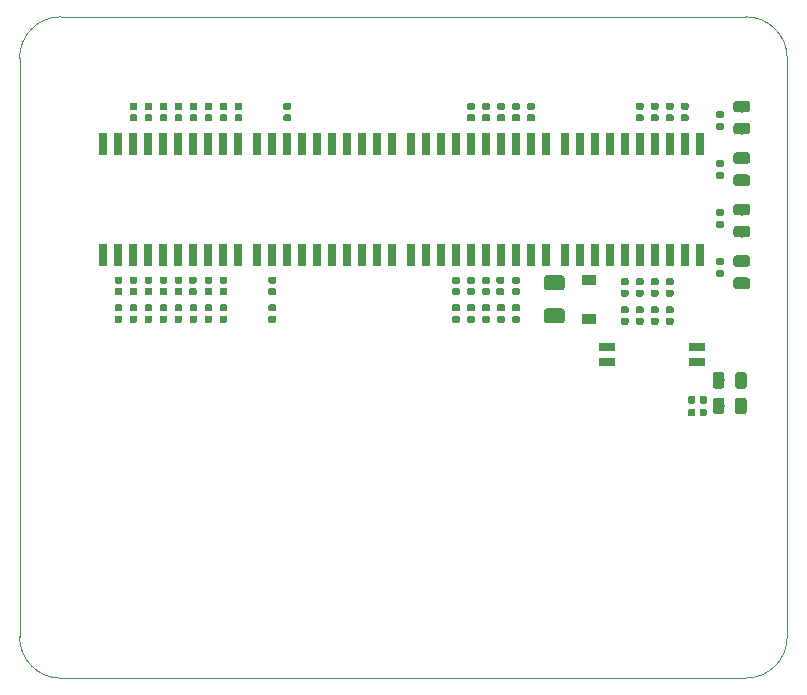
<source format=gbr>
%TF.GenerationSoftware,KiCad,Pcbnew,(5.1.4)-1*%
%TF.CreationDate,2020-08-01T17:07:42-05:00*%
%TF.ProjectId,rascsi_2p1,72617363-7369-45f3-9270-312e6b696361,rev?*%
%TF.SameCoordinates,Original*%
%TF.FileFunction,Paste,Top*%
%TF.FilePolarity,Positive*%
%FSLAX46Y46*%
G04 Gerber Fmt 4.6, Leading zero omitted, Abs format (unit mm)*
G04 Created by KiCad (PCBNEW (5.1.4)-1) date 2020-08-01 17:07:42*
%MOMM*%
%LPD*%
G04 APERTURE LIST*
%ADD10C,0.050000*%
%ADD11R,0.650000X1.950000*%
%ADD12C,0.150000*%
%ADD13C,0.590000*%
%ADD14C,1.250000*%
%ADD15R,1.200000X0.900000*%
%ADD16R,1.425000X0.750000*%
%ADD17C,0.975000*%
G04 APERTURE END LIST*
D10*
X178000000Y-98496000D02*
X236000000Y-98496000D01*
X178000000Y-98496000D02*
G75*
G02X174500000Y-94996000I0J3500000D01*
G01*
X239500000Y-94996000D02*
G75*
G02X236000000Y-98496000I-3500000J0D01*
G01*
X174500000Y-46000000D02*
X174500000Y-94996000D01*
X239500000Y-46000000D02*
X239500000Y-94996000D01*
X178000000Y-42500000D02*
X236000000Y-42500000D01*
X174500000Y-46000000D02*
G75*
G02X178000000Y-42500000I3500000J0D01*
G01*
X236000000Y-42500000D02*
G75*
G02X239500000Y-46000000I0J-3500000D01*
G01*
D11*
%TO.C,IC4*%
X232092500Y-62700500D03*
X230822500Y-62700500D03*
X229552500Y-62700500D03*
X228282500Y-62700500D03*
X227012500Y-62700500D03*
X225742500Y-62700500D03*
X224472500Y-62700500D03*
X223202500Y-62700500D03*
X221932500Y-62700500D03*
X220662500Y-62700500D03*
X220662500Y-53250500D03*
X221932500Y-53250500D03*
X223202500Y-53250500D03*
X224472500Y-53250500D03*
X225742500Y-53250500D03*
X227012500Y-53250500D03*
X228282500Y-53250500D03*
X229552500Y-53250500D03*
X230822500Y-53250500D03*
X232092500Y-53250500D03*
%TD*%
%TO.C,IC3*%
X219075000Y-62700500D03*
X217805000Y-62700500D03*
X216535000Y-62700500D03*
X215265000Y-62700500D03*
X213995000Y-62700500D03*
X212725000Y-62700500D03*
X211455000Y-62700500D03*
X210185000Y-62700500D03*
X208915000Y-62700500D03*
X207645000Y-62700500D03*
X207645000Y-53250500D03*
X208915000Y-53250500D03*
X210185000Y-53250500D03*
X211455000Y-53250500D03*
X212725000Y-53250500D03*
X213995000Y-53250500D03*
X215265000Y-53250500D03*
X216535000Y-53250500D03*
X217805000Y-53250500D03*
X219075000Y-53250500D03*
%TD*%
%TO.C,IC2*%
X181610000Y-53250500D03*
X182880000Y-53250500D03*
X184150000Y-53250500D03*
X185420000Y-53250500D03*
X186690000Y-53250500D03*
X187960000Y-53250500D03*
X189230000Y-53250500D03*
X190500000Y-53250500D03*
X191770000Y-53250500D03*
X193040000Y-53250500D03*
X193040000Y-62700500D03*
X191770000Y-62700500D03*
X190500000Y-62700500D03*
X189230000Y-62700500D03*
X187960000Y-62700500D03*
X186690000Y-62700500D03*
X185420000Y-62700500D03*
X184150000Y-62700500D03*
X182880000Y-62700500D03*
X181610000Y-62700500D03*
%TD*%
%TO.C,IC1*%
X194627500Y-53250500D03*
X195897500Y-53250500D03*
X197167500Y-53250500D03*
X198437500Y-53250500D03*
X199707500Y-53250500D03*
X200977500Y-53250500D03*
X202247500Y-53250500D03*
X203517500Y-53250500D03*
X204787500Y-53250500D03*
X206057500Y-53250500D03*
X206057500Y-62700500D03*
X204787500Y-62700500D03*
X203517500Y-62700500D03*
X202247500Y-62700500D03*
X200977500Y-62700500D03*
X199707500Y-62700500D03*
X198437500Y-62700500D03*
X197167500Y-62700500D03*
X195897500Y-62700500D03*
X194627500Y-62700500D03*
%TD*%
D12*
%TO.C,R4*%
G36*
X233993958Y-63919210D02*
G01*
X234008276Y-63921334D01*
X234022317Y-63924851D01*
X234035946Y-63929728D01*
X234049031Y-63935917D01*
X234061447Y-63943358D01*
X234073073Y-63951981D01*
X234083798Y-63961702D01*
X234093519Y-63972427D01*
X234102142Y-63984053D01*
X234109583Y-63996469D01*
X234115772Y-64009554D01*
X234120649Y-64023183D01*
X234124166Y-64037224D01*
X234126290Y-64051542D01*
X234127000Y-64066000D01*
X234127000Y-64361000D01*
X234126290Y-64375458D01*
X234124166Y-64389776D01*
X234120649Y-64403817D01*
X234115772Y-64417446D01*
X234109583Y-64430531D01*
X234102142Y-64442947D01*
X234093519Y-64454573D01*
X234083798Y-64465298D01*
X234073073Y-64475019D01*
X234061447Y-64483642D01*
X234049031Y-64491083D01*
X234035946Y-64497272D01*
X234022317Y-64502149D01*
X234008276Y-64505666D01*
X233993958Y-64507790D01*
X233979500Y-64508500D01*
X233634500Y-64508500D01*
X233620042Y-64507790D01*
X233605724Y-64505666D01*
X233591683Y-64502149D01*
X233578054Y-64497272D01*
X233564969Y-64491083D01*
X233552553Y-64483642D01*
X233540927Y-64475019D01*
X233530202Y-64465298D01*
X233520481Y-64454573D01*
X233511858Y-64442947D01*
X233504417Y-64430531D01*
X233498228Y-64417446D01*
X233493351Y-64403817D01*
X233489834Y-64389776D01*
X233487710Y-64375458D01*
X233487000Y-64361000D01*
X233487000Y-64066000D01*
X233487710Y-64051542D01*
X233489834Y-64037224D01*
X233493351Y-64023183D01*
X233498228Y-64009554D01*
X233504417Y-63996469D01*
X233511858Y-63984053D01*
X233520481Y-63972427D01*
X233530202Y-63961702D01*
X233540927Y-63951981D01*
X233552553Y-63943358D01*
X233564969Y-63935917D01*
X233578054Y-63929728D01*
X233591683Y-63924851D01*
X233605724Y-63921334D01*
X233620042Y-63919210D01*
X233634500Y-63918500D01*
X233979500Y-63918500D01*
X233993958Y-63919210D01*
X233993958Y-63919210D01*
G37*
D13*
X233807000Y-64213500D03*
D12*
G36*
X233993958Y-62949210D02*
G01*
X234008276Y-62951334D01*
X234022317Y-62954851D01*
X234035946Y-62959728D01*
X234049031Y-62965917D01*
X234061447Y-62973358D01*
X234073073Y-62981981D01*
X234083798Y-62991702D01*
X234093519Y-63002427D01*
X234102142Y-63014053D01*
X234109583Y-63026469D01*
X234115772Y-63039554D01*
X234120649Y-63053183D01*
X234124166Y-63067224D01*
X234126290Y-63081542D01*
X234127000Y-63096000D01*
X234127000Y-63391000D01*
X234126290Y-63405458D01*
X234124166Y-63419776D01*
X234120649Y-63433817D01*
X234115772Y-63447446D01*
X234109583Y-63460531D01*
X234102142Y-63472947D01*
X234093519Y-63484573D01*
X234083798Y-63495298D01*
X234073073Y-63505019D01*
X234061447Y-63513642D01*
X234049031Y-63521083D01*
X234035946Y-63527272D01*
X234022317Y-63532149D01*
X234008276Y-63535666D01*
X233993958Y-63537790D01*
X233979500Y-63538500D01*
X233634500Y-63538500D01*
X233620042Y-63537790D01*
X233605724Y-63535666D01*
X233591683Y-63532149D01*
X233578054Y-63527272D01*
X233564969Y-63521083D01*
X233552553Y-63513642D01*
X233540927Y-63505019D01*
X233530202Y-63495298D01*
X233520481Y-63484573D01*
X233511858Y-63472947D01*
X233504417Y-63460531D01*
X233498228Y-63447446D01*
X233493351Y-63433817D01*
X233489834Y-63419776D01*
X233487710Y-63405458D01*
X233487000Y-63391000D01*
X233487000Y-63096000D01*
X233487710Y-63081542D01*
X233489834Y-63067224D01*
X233493351Y-63053183D01*
X233498228Y-63039554D01*
X233504417Y-63026469D01*
X233511858Y-63014053D01*
X233520481Y-63002427D01*
X233530202Y-62991702D01*
X233540927Y-62981981D01*
X233552553Y-62973358D01*
X233564969Y-62965917D01*
X233578054Y-62959728D01*
X233591683Y-62954851D01*
X233605724Y-62951334D01*
X233620042Y-62949210D01*
X233634500Y-62948500D01*
X233979500Y-62948500D01*
X233993958Y-62949210D01*
X233993958Y-62949210D01*
G37*
D13*
X233807000Y-63243500D03*
%TD*%
D12*
%TO.C,R2*%
G36*
X233993958Y-55613543D02*
G01*
X234008276Y-55615667D01*
X234022317Y-55619184D01*
X234035946Y-55624061D01*
X234049031Y-55630250D01*
X234061447Y-55637691D01*
X234073073Y-55646314D01*
X234083798Y-55656035D01*
X234093519Y-55666760D01*
X234102142Y-55678386D01*
X234109583Y-55690802D01*
X234115772Y-55703887D01*
X234120649Y-55717516D01*
X234124166Y-55731557D01*
X234126290Y-55745875D01*
X234127000Y-55760333D01*
X234127000Y-56055333D01*
X234126290Y-56069791D01*
X234124166Y-56084109D01*
X234120649Y-56098150D01*
X234115772Y-56111779D01*
X234109583Y-56124864D01*
X234102142Y-56137280D01*
X234093519Y-56148906D01*
X234083798Y-56159631D01*
X234073073Y-56169352D01*
X234061447Y-56177975D01*
X234049031Y-56185416D01*
X234035946Y-56191605D01*
X234022317Y-56196482D01*
X234008276Y-56199999D01*
X233993958Y-56202123D01*
X233979500Y-56202833D01*
X233634500Y-56202833D01*
X233620042Y-56202123D01*
X233605724Y-56199999D01*
X233591683Y-56196482D01*
X233578054Y-56191605D01*
X233564969Y-56185416D01*
X233552553Y-56177975D01*
X233540927Y-56169352D01*
X233530202Y-56159631D01*
X233520481Y-56148906D01*
X233511858Y-56137280D01*
X233504417Y-56124864D01*
X233498228Y-56111779D01*
X233493351Y-56098150D01*
X233489834Y-56084109D01*
X233487710Y-56069791D01*
X233487000Y-56055333D01*
X233487000Y-55760333D01*
X233487710Y-55745875D01*
X233489834Y-55731557D01*
X233493351Y-55717516D01*
X233498228Y-55703887D01*
X233504417Y-55690802D01*
X233511858Y-55678386D01*
X233520481Y-55666760D01*
X233530202Y-55656035D01*
X233540927Y-55646314D01*
X233552553Y-55637691D01*
X233564969Y-55630250D01*
X233578054Y-55624061D01*
X233591683Y-55619184D01*
X233605724Y-55615667D01*
X233620042Y-55613543D01*
X233634500Y-55612833D01*
X233979500Y-55612833D01*
X233993958Y-55613543D01*
X233993958Y-55613543D01*
G37*
D13*
X233807000Y-55907833D03*
D12*
G36*
X233993958Y-54643543D02*
G01*
X234008276Y-54645667D01*
X234022317Y-54649184D01*
X234035946Y-54654061D01*
X234049031Y-54660250D01*
X234061447Y-54667691D01*
X234073073Y-54676314D01*
X234083798Y-54686035D01*
X234093519Y-54696760D01*
X234102142Y-54708386D01*
X234109583Y-54720802D01*
X234115772Y-54733887D01*
X234120649Y-54747516D01*
X234124166Y-54761557D01*
X234126290Y-54775875D01*
X234127000Y-54790333D01*
X234127000Y-55085333D01*
X234126290Y-55099791D01*
X234124166Y-55114109D01*
X234120649Y-55128150D01*
X234115772Y-55141779D01*
X234109583Y-55154864D01*
X234102142Y-55167280D01*
X234093519Y-55178906D01*
X234083798Y-55189631D01*
X234073073Y-55199352D01*
X234061447Y-55207975D01*
X234049031Y-55215416D01*
X234035946Y-55221605D01*
X234022317Y-55226482D01*
X234008276Y-55229999D01*
X233993958Y-55232123D01*
X233979500Y-55232833D01*
X233634500Y-55232833D01*
X233620042Y-55232123D01*
X233605724Y-55229999D01*
X233591683Y-55226482D01*
X233578054Y-55221605D01*
X233564969Y-55215416D01*
X233552553Y-55207975D01*
X233540927Y-55199352D01*
X233530202Y-55189631D01*
X233520481Y-55178906D01*
X233511858Y-55167280D01*
X233504417Y-55154864D01*
X233498228Y-55141779D01*
X233493351Y-55128150D01*
X233489834Y-55114109D01*
X233487710Y-55099791D01*
X233487000Y-55085333D01*
X233487000Y-54790333D01*
X233487710Y-54775875D01*
X233489834Y-54761557D01*
X233493351Y-54747516D01*
X233498228Y-54733887D01*
X233504417Y-54720802D01*
X233511858Y-54708386D01*
X233520481Y-54696760D01*
X233530202Y-54686035D01*
X233540927Y-54676314D01*
X233552553Y-54667691D01*
X233564969Y-54660250D01*
X233578054Y-54654061D01*
X233591683Y-54649184D01*
X233605724Y-54645667D01*
X233620042Y-54643543D01*
X233634500Y-54642833D01*
X233979500Y-54642833D01*
X233993958Y-54643543D01*
X233993958Y-54643543D01*
G37*
D13*
X233807000Y-54937833D03*
%TD*%
D12*
%TO.C,R1*%
G36*
X233993958Y-51460710D02*
G01*
X234008276Y-51462834D01*
X234022317Y-51466351D01*
X234035946Y-51471228D01*
X234049031Y-51477417D01*
X234061447Y-51484858D01*
X234073073Y-51493481D01*
X234083798Y-51503202D01*
X234093519Y-51513927D01*
X234102142Y-51525553D01*
X234109583Y-51537969D01*
X234115772Y-51551054D01*
X234120649Y-51564683D01*
X234124166Y-51578724D01*
X234126290Y-51593042D01*
X234127000Y-51607500D01*
X234127000Y-51902500D01*
X234126290Y-51916958D01*
X234124166Y-51931276D01*
X234120649Y-51945317D01*
X234115772Y-51958946D01*
X234109583Y-51972031D01*
X234102142Y-51984447D01*
X234093519Y-51996073D01*
X234083798Y-52006798D01*
X234073073Y-52016519D01*
X234061447Y-52025142D01*
X234049031Y-52032583D01*
X234035946Y-52038772D01*
X234022317Y-52043649D01*
X234008276Y-52047166D01*
X233993958Y-52049290D01*
X233979500Y-52050000D01*
X233634500Y-52050000D01*
X233620042Y-52049290D01*
X233605724Y-52047166D01*
X233591683Y-52043649D01*
X233578054Y-52038772D01*
X233564969Y-52032583D01*
X233552553Y-52025142D01*
X233540927Y-52016519D01*
X233530202Y-52006798D01*
X233520481Y-51996073D01*
X233511858Y-51984447D01*
X233504417Y-51972031D01*
X233498228Y-51958946D01*
X233493351Y-51945317D01*
X233489834Y-51931276D01*
X233487710Y-51916958D01*
X233487000Y-51902500D01*
X233487000Y-51607500D01*
X233487710Y-51593042D01*
X233489834Y-51578724D01*
X233493351Y-51564683D01*
X233498228Y-51551054D01*
X233504417Y-51537969D01*
X233511858Y-51525553D01*
X233520481Y-51513927D01*
X233530202Y-51503202D01*
X233540927Y-51493481D01*
X233552553Y-51484858D01*
X233564969Y-51477417D01*
X233578054Y-51471228D01*
X233591683Y-51466351D01*
X233605724Y-51462834D01*
X233620042Y-51460710D01*
X233634500Y-51460000D01*
X233979500Y-51460000D01*
X233993958Y-51460710D01*
X233993958Y-51460710D01*
G37*
D13*
X233807000Y-51755000D03*
D12*
G36*
X233993958Y-50490710D02*
G01*
X234008276Y-50492834D01*
X234022317Y-50496351D01*
X234035946Y-50501228D01*
X234049031Y-50507417D01*
X234061447Y-50514858D01*
X234073073Y-50523481D01*
X234083798Y-50533202D01*
X234093519Y-50543927D01*
X234102142Y-50555553D01*
X234109583Y-50567969D01*
X234115772Y-50581054D01*
X234120649Y-50594683D01*
X234124166Y-50608724D01*
X234126290Y-50623042D01*
X234127000Y-50637500D01*
X234127000Y-50932500D01*
X234126290Y-50946958D01*
X234124166Y-50961276D01*
X234120649Y-50975317D01*
X234115772Y-50988946D01*
X234109583Y-51002031D01*
X234102142Y-51014447D01*
X234093519Y-51026073D01*
X234083798Y-51036798D01*
X234073073Y-51046519D01*
X234061447Y-51055142D01*
X234049031Y-51062583D01*
X234035946Y-51068772D01*
X234022317Y-51073649D01*
X234008276Y-51077166D01*
X233993958Y-51079290D01*
X233979500Y-51080000D01*
X233634500Y-51080000D01*
X233620042Y-51079290D01*
X233605724Y-51077166D01*
X233591683Y-51073649D01*
X233578054Y-51068772D01*
X233564969Y-51062583D01*
X233552553Y-51055142D01*
X233540927Y-51046519D01*
X233530202Y-51036798D01*
X233520481Y-51026073D01*
X233511858Y-51014447D01*
X233504417Y-51002031D01*
X233498228Y-50988946D01*
X233493351Y-50975317D01*
X233489834Y-50961276D01*
X233487710Y-50946958D01*
X233487000Y-50932500D01*
X233487000Y-50637500D01*
X233487710Y-50623042D01*
X233489834Y-50608724D01*
X233493351Y-50594683D01*
X233498228Y-50581054D01*
X233504417Y-50567969D01*
X233511858Y-50555553D01*
X233520481Y-50543927D01*
X233530202Y-50533202D01*
X233540927Y-50523481D01*
X233552553Y-50514858D01*
X233564969Y-50507417D01*
X233578054Y-50501228D01*
X233591683Y-50496351D01*
X233605724Y-50492834D01*
X233620042Y-50490710D01*
X233634500Y-50490000D01*
X233979500Y-50490000D01*
X233993958Y-50490710D01*
X233993958Y-50490710D01*
G37*
D13*
X233807000Y-50785000D03*
%TD*%
D12*
%TO.C,R60*%
G36*
X196084458Y-66848210D02*
G01*
X196098776Y-66850334D01*
X196112817Y-66853851D01*
X196126446Y-66858728D01*
X196139531Y-66864917D01*
X196151947Y-66872358D01*
X196163573Y-66880981D01*
X196174298Y-66890702D01*
X196184019Y-66901427D01*
X196192642Y-66913053D01*
X196200083Y-66925469D01*
X196206272Y-66938554D01*
X196211149Y-66952183D01*
X196214666Y-66966224D01*
X196216790Y-66980542D01*
X196217500Y-66995000D01*
X196217500Y-67290000D01*
X196216790Y-67304458D01*
X196214666Y-67318776D01*
X196211149Y-67332817D01*
X196206272Y-67346446D01*
X196200083Y-67359531D01*
X196192642Y-67371947D01*
X196184019Y-67383573D01*
X196174298Y-67394298D01*
X196163573Y-67404019D01*
X196151947Y-67412642D01*
X196139531Y-67420083D01*
X196126446Y-67426272D01*
X196112817Y-67431149D01*
X196098776Y-67434666D01*
X196084458Y-67436790D01*
X196070000Y-67437500D01*
X195725000Y-67437500D01*
X195710542Y-67436790D01*
X195696224Y-67434666D01*
X195682183Y-67431149D01*
X195668554Y-67426272D01*
X195655469Y-67420083D01*
X195643053Y-67412642D01*
X195631427Y-67404019D01*
X195620702Y-67394298D01*
X195610981Y-67383573D01*
X195602358Y-67371947D01*
X195594917Y-67359531D01*
X195588728Y-67346446D01*
X195583851Y-67332817D01*
X195580334Y-67318776D01*
X195578210Y-67304458D01*
X195577500Y-67290000D01*
X195577500Y-66995000D01*
X195578210Y-66980542D01*
X195580334Y-66966224D01*
X195583851Y-66952183D01*
X195588728Y-66938554D01*
X195594917Y-66925469D01*
X195602358Y-66913053D01*
X195610981Y-66901427D01*
X195620702Y-66890702D01*
X195631427Y-66880981D01*
X195643053Y-66872358D01*
X195655469Y-66864917D01*
X195668554Y-66858728D01*
X195682183Y-66853851D01*
X195696224Y-66850334D01*
X195710542Y-66848210D01*
X195725000Y-66847500D01*
X196070000Y-66847500D01*
X196084458Y-66848210D01*
X196084458Y-66848210D01*
G37*
D13*
X195897500Y-67142500D03*
D12*
G36*
X196084458Y-67818210D02*
G01*
X196098776Y-67820334D01*
X196112817Y-67823851D01*
X196126446Y-67828728D01*
X196139531Y-67834917D01*
X196151947Y-67842358D01*
X196163573Y-67850981D01*
X196174298Y-67860702D01*
X196184019Y-67871427D01*
X196192642Y-67883053D01*
X196200083Y-67895469D01*
X196206272Y-67908554D01*
X196211149Y-67922183D01*
X196214666Y-67936224D01*
X196216790Y-67950542D01*
X196217500Y-67965000D01*
X196217500Y-68260000D01*
X196216790Y-68274458D01*
X196214666Y-68288776D01*
X196211149Y-68302817D01*
X196206272Y-68316446D01*
X196200083Y-68329531D01*
X196192642Y-68341947D01*
X196184019Y-68353573D01*
X196174298Y-68364298D01*
X196163573Y-68374019D01*
X196151947Y-68382642D01*
X196139531Y-68390083D01*
X196126446Y-68396272D01*
X196112817Y-68401149D01*
X196098776Y-68404666D01*
X196084458Y-68406790D01*
X196070000Y-68407500D01*
X195725000Y-68407500D01*
X195710542Y-68406790D01*
X195696224Y-68404666D01*
X195682183Y-68401149D01*
X195668554Y-68396272D01*
X195655469Y-68390083D01*
X195643053Y-68382642D01*
X195631427Y-68374019D01*
X195620702Y-68364298D01*
X195610981Y-68353573D01*
X195602358Y-68341947D01*
X195594917Y-68329531D01*
X195588728Y-68316446D01*
X195583851Y-68302817D01*
X195580334Y-68288776D01*
X195578210Y-68274458D01*
X195577500Y-68260000D01*
X195577500Y-67965000D01*
X195578210Y-67950542D01*
X195580334Y-67936224D01*
X195583851Y-67922183D01*
X195588728Y-67908554D01*
X195594917Y-67895469D01*
X195602358Y-67883053D01*
X195610981Y-67871427D01*
X195620702Y-67860702D01*
X195631427Y-67850981D01*
X195643053Y-67842358D01*
X195655469Y-67834917D01*
X195668554Y-67828728D01*
X195682183Y-67823851D01*
X195696224Y-67820334D01*
X195710542Y-67818210D01*
X195725000Y-67817500D01*
X196070000Y-67817500D01*
X196084458Y-67818210D01*
X196084458Y-67818210D01*
G37*
D13*
X195897500Y-68112500D03*
%TD*%
D12*
%TO.C,R59*%
G36*
X191956958Y-66848210D02*
G01*
X191971276Y-66850334D01*
X191985317Y-66853851D01*
X191998946Y-66858728D01*
X192012031Y-66864917D01*
X192024447Y-66872358D01*
X192036073Y-66880981D01*
X192046798Y-66890702D01*
X192056519Y-66901427D01*
X192065142Y-66913053D01*
X192072583Y-66925469D01*
X192078772Y-66938554D01*
X192083649Y-66952183D01*
X192087166Y-66966224D01*
X192089290Y-66980542D01*
X192090000Y-66995000D01*
X192090000Y-67290000D01*
X192089290Y-67304458D01*
X192087166Y-67318776D01*
X192083649Y-67332817D01*
X192078772Y-67346446D01*
X192072583Y-67359531D01*
X192065142Y-67371947D01*
X192056519Y-67383573D01*
X192046798Y-67394298D01*
X192036073Y-67404019D01*
X192024447Y-67412642D01*
X192012031Y-67420083D01*
X191998946Y-67426272D01*
X191985317Y-67431149D01*
X191971276Y-67434666D01*
X191956958Y-67436790D01*
X191942500Y-67437500D01*
X191597500Y-67437500D01*
X191583042Y-67436790D01*
X191568724Y-67434666D01*
X191554683Y-67431149D01*
X191541054Y-67426272D01*
X191527969Y-67420083D01*
X191515553Y-67412642D01*
X191503927Y-67404019D01*
X191493202Y-67394298D01*
X191483481Y-67383573D01*
X191474858Y-67371947D01*
X191467417Y-67359531D01*
X191461228Y-67346446D01*
X191456351Y-67332817D01*
X191452834Y-67318776D01*
X191450710Y-67304458D01*
X191450000Y-67290000D01*
X191450000Y-66995000D01*
X191450710Y-66980542D01*
X191452834Y-66966224D01*
X191456351Y-66952183D01*
X191461228Y-66938554D01*
X191467417Y-66925469D01*
X191474858Y-66913053D01*
X191483481Y-66901427D01*
X191493202Y-66890702D01*
X191503927Y-66880981D01*
X191515553Y-66872358D01*
X191527969Y-66864917D01*
X191541054Y-66858728D01*
X191554683Y-66853851D01*
X191568724Y-66850334D01*
X191583042Y-66848210D01*
X191597500Y-66847500D01*
X191942500Y-66847500D01*
X191956958Y-66848210D01*
X191956958Y-66848210D01*
G37*
D13*
X191770000Y-67142500D03*
D12*
G36*
X191956958Y-67818210D02*
G01*
X191971276Y-67820334D01*
X191985317Y-67823851D01*
X191998946Y-67828728D01*
X192012031Y-67834917D01*
X192024447Y-67842358D01*
X192036073Y-67850981D01*
X192046798Y-67860702D01*
X192056519Y-67871427D01*
X192065142Y-67883053D01*
X192072583Y-67895469D01*
X192078772Y-67908554D01*
X192083649Y-67922183D01*
X192087166Y-67936224D01*
X192089290Y-67950542D01*
X192090000Y-67965000D01*
X192090000Y-68260000D01*
X192089290Y-68274458D01*
X192087166Y-68288776D01*
X192083649Y-68302817D01*
X192078772Y-68316446D01*
X192072583Y-68329531D01*
X192065142Y-68341947D01*
X192056519Y-68353573D01*
X192046798Y-68364298D01*
X192036073Y-68374019D01*
X192024447Y-68382642D01*
X192012031Y-68390083D01*
X191998946Y-68396272D01*
X191985317Y-68401149D01*
X191971276Y-68404666D01*
X191956958Y-68406790D01*
X191942500Y-68407500D01*
X191597500Y-68407500D01*
X191583042Y-68406790D01*
X191568724Y-68404666D01*
X191554683Y-68401149D01*
X191541054Y-68396272D01*
X191527969Y-68390083D01*
X191515553Y-68382642D01*
X191503927Y-68374019D01*
X191493202Y-68364298D01*
X191483481Y-68353573D01*
X191474858Y-68341947D01*
X191467417Y-68329531D01*
X191461228Y-68316446D01*
X191456351Y-68302817D01*
X191452834Y-68288776D01*
X191450710Y-68274458D01*
X191450000Y-68260000D01*
X191450000Y-67965000D01*
X191450710Y-67950542D01*
X191452834Y-67936224D01*
X191456351Y-67922183D01*
X191461228Y-67908554D01*
X191467417Y-67895469D01*
X191474858Y-67883053D01*
X191483481Y-67871427D01*
X191493202Y-67860702D01*
X191503927Y-67850981D01*
X191515553Y-67842358D01*
X191527969Y-67834917D01*
X191541054Y-67828728D01*
X191554683Y-67823851D01*
X191568724Y-67820334D01*
X191583042Y-67818210D01*
X191597500Y-67817500D01*
X191942500Y-67817500D01*
X191956958Y-67818210D01*
X191956958Y-67818210D01*
G37*
D13*
X191770000Y-68112500D03*
%TD*%
D12*
%TO.C,R58*%
G36*
X190686958Y-66848210D02*
G01*
X190701276Y-66850334D01*
X190715317Y-66853851D01*
X190728946Y-66858728D01*
X190742031Y-66864917D01*
X190754447Y-66872358D01*
X190766073Y-66880981D01*
X190776798Y-66890702D01*
X190786519Y-66901427D01*
X190795142Y-66913053D01*
X190802583Y-66925469D01*
X190808772Y-66938554D01*
X190813649Y-66952183D01*
X190817166Y-66966224D01*
X190819290Y-66980542D01*
X190820000Y-66995000D01*
X190820000Y-67290000D01*
X190819290Y-67304458D01*
X190817166Y-67318776D01*
X190813649Y-67332817D01*
X190808772Y-67346446D01*
X190802583Y-67359531D01*
X190795142Y-67371947D01*
X190786519Y-67383573D01*
X190776798Y-67394298D01*
X190766073Y-67404019D01*
X190754447Y-67412642D01*
X190742031Y-67420083D01*
X190728946Y-67426272D01*
X190715317Y-67431149D01*
X190701276Y-67434666D01*
X190686958Y-67436790D01*
X190672500Y-67437500D01*
X190327500Y-67437500D01*
X190313042Y-67436790D01*
X190298724Y-67434666D01*
X190284683Y-67431149D01*
X190271054Y-67426272D01*
X190257969Y-67420083D01*
X190245553Y-67412642D01*
X190233927Y-67404019D01*
X190223202Y-67394298D01*
X190213481Y-67383573D01*
X190204858Y-67371947D01*
X190197417Y-67359531D01*
X190191228Y-67346446D01*
X190186351Y-67332817D01*
X190182834Y-67318776D01*
X190180710Y-67304458D01*
X190180000Y-67290000D01*
X190180000Y-66995000D01*
X190180710Y-66980542D01*
X190182834Y-66966224D01*
X190186351Y-66952183D01*
X190191228Y-66938554D01*
X190197417Y-66925469D01*
X190204858Y-66913053D01*
X190213481Y-66901427D01*
X190223202Y-66890702D01*
X190233927Y-66880981D01*
X190245553Y-66872358D01*
X190257969Y-66864917D01*
X190271054Y-66858728D01*
X190284683Y-66853851D01*
X190298724Y-66850334D01*
X190313042Y-66848210D01*
X190327500Y-66847500D01*
X190672500Y-66847500D01*
X190686958Y-66848210D01*
X190686958Y-66848210D01*
G37*
D13*
X190500000Y-67142500D03*
D12*
G36*
X190686958Y-67818210D02*
G01*
X190701276Y-67820334D01*
X190715317Y-67823851D01*
X190728946Y-67828728D01*
X190742031Y-67834917D01*
X190754447Y-67842358D01*
X190766073Y-67850981D01*
X190776798Y-67860702D01*
X190786519Y-67871427D01*
X190795142Y-67883053D01*
X190802583Y-67895469D01*
X190808772Y-67908554D01*
X190813649Y-67922183D01*
X190817166Y-67936224D01*
X190819290Y-67950542D01*
X190820000Y-67965000D01*
X190820000Y-68260000D01*
X190819290Y-68274458D01*
X190817166Y-68288776D01*
X190813649Y-68302817D01*
X190808772Y-68316446D01*
X190802583Y-68329531D01*
X190795142Y-68341947D01*
X190786519Y-68353573D01*
X190776798Y-68364298D01*
X190766073Y-68374019D01*
X190754447Y-68382642D01*
X190742031Y-68390083D01*
X190728946Y-68396272D01*
X190715317Y-68401149D01*
X190701276Y-68404666D01*
X190686958Y-68406790D01*
X190672500Y-68407500D01*
X190327500Y-68407500D01*
X190313042Y-68406790D01*
X190298724Y-68404666D01*
X190284683Y-68401149D01*
X190271054Y-68396272D01*
X190257969Y-68390083D01*
X190245553Y-68382642D01*
X190233927Y-68374019D01*
X190223202Y-68364298D01*
X190213481Y-68353573D01*
X190204858Y-68341947D01*
X190197417Y-68329531D01*
X190191228Y-68316446D01*
X190186351Y-68302817D01*
X190182834Y-68288776D01*
X190180710Y-68274458D01*
X190180000Y-68260000D01*
X190180000Y-67965000D01*
X190180710Y-67950542D01*
X190182834Y-67936224D01*
X190186351Y-67922183D01*
X190191228Y-67908554D01*
X190197417Y-67895469D01*
X190204858Y-67883053D01*
X190213481Y-67871427D01*
X190223202Y-67860702D01*
X190233927Y-67850981D01*
X190245553Y-67842358D01*
X190257969Y-67834917D01*
X190271054Y-67828728D01*
X190284683Y-67823851D01*
X190298724Y-67820334D01*
X190313042Y-67818210D01*
X190327500Y-67817500D01*
X190672500Y-67817500D01*
X190686958Y-67818210D01*
X190686958Y-67818210D01*
G37*
D13*
X190500000Y-68112500D03*
%TD*%
D12*
%TO.C,R57*%
G36*
X189416958Y-66848210D02*
G01*
X189431276Y-66850334D01*
X189445317Y-66853851D01*
X189458946Y-66858728D01*
X189472031Y-66864917D01*
X189484447Y-66872358D01*
X189496073Y-66880981D01*
X189506798Y-66890702D01*
X189516519Y-66901427D01*
X189525142Y-66913053D01*
X189532583Y-66925469D01*
X189538772Y-66938554D01*
X189543649Y-66952183D01*
X189547166Y-66966224D01*
X189549290Y-66980542D01*
X189550000Y-66995000D01*
X189550000Y-67290000D01*
X189549290Y-67304458D01*
X189547166Y-67318776D01*
X189543649Y-67332817D01*
X189538772Y-67346446D01*
X189532583Y-67359531D01*
X189525142Y-67371947D01*
X189516519Y-67383573D01*
X189506798Y-67394298D01*
X189496073Y-67404019D01*
X189484447Y-67412642D01*
X189472031Y-67420083D01*
X189458946Y-67426272D01*
X189445317Y-67431149D01*
X189431276Y-67434666D01*
X189416958Y-67436790D01*
X189402500Y-67437500D01*
X189057500Y-67437500D01*
X189043042Y-67436790D01*
X189028724Y-67434666D01*
X189014683Y-67431149D01*
X189001054Y-67426272D01*
X188987969Y-67420083D01*
X188975553Y-67412642D01*
X188963927Y-67404019D01*
X188953202Y-67394298D01*
X188943481Y-67383573D01*
X188934858Y-67371947D01*
X188927417Y-67359531D01*
X188921228Y-67346446D01*
X188916351Y-67332817D01*
X188912834Y-67318776D01*
X188910710Y-67304458D01*
X188910000Y-67290000D01*
X188910000Y-66995000D01*
X188910710Y-66980542D01*
X188912834Y-66966224D01*
X188916351Y-66952183D01*
X188921228Y-66938554D01*
X188927417Y-66925469D01*
X188934858Y-66913053D01*
X188943481Y-66901427D01*
X188953202Y-66890702D01*
X188963927Y-66880981D01*
X188975553Y-66872358D01*
X188987969Y-66864917D01*
X189001054Y-66858728D01*
X189014683Y-66853851D01*
X189028724Y-66850334D01*
X189043042Y-66848210D01*
X189057500Y-66847500D01*
X189402500Y-66847500D01*
X189416958Y-66848210D01*
X189416958Y-66848210D01*
G37*
D13*
X189230000Y-67142500D03*
D12*
G36*
X189416958Y-67818210D02*
G01*
X189431276Y-67820334D01*
X189445317Y-67823851D01*
X189458946Y-67828728D01*
X189472031Y-67834917D01*
X189484447Y-67842358D01*
X189496073Y-67850981D01*
X189506798Y-67860702D01*
X189516519Y-67871427D01*
X189525142Y-67883053D01*
X189532583Y-67895469D01*
X189538772Y-67908554D01*
X189543649Y-67922183D01*
X189547166Y-67936224D01*
X189549290Y-67950542D01*
X189550000Y-67965000D01*
X189550000Y-68260000D01*
X189549290Y-68274458D01*
X189547166Y-68288776D01*
X189543649Y-68302817D01*
X189538772Y-68316446D01*
X189532583Y-68329531D01*
X189525142Y-68341947D01*
X189516519Y-68353573D01*
X189506798Y-68364298D01*
X189496073Y-68374019D01*
X189484447Y-68382642D01*
X189472031Y-68390083D01*
X189458946Y-68396272D01*
X189445317Y-68401149D01*
X189431276Y-68404666D01*
X189416958Y-68406790D01*
X189402500Y-68407500D01*
X189057500Y-68407500D01*
X189043042Y-68406790D01*
X189028724Y-68404666D01*
X189014683Y-68401149D01*
X189001054Y-68396272D01*
X188987969Y-68390083D01*
X188975553Y-68382642D01*
X188963927Y-68374019D01*
X188953202Y-68364298D01*
X188943481Y-68353573D01*
X188934858Y-68341947D01*
X188927417Y-68329531D01*
X188921228Y-68316446D01*
X188916351Y-68302817D01*
X188912834Y-68288776D01*
X188910710Y-68274458D01*
X188910000Y-68260000D01*
X188910000Y-67965000D01*
X188910710Y-67950542D01*
X188912834Y-67936224D01*
X188916351Y-67922183D01*
X188921228Y-67908554D01*
X188927417Y-67895469D01*
X188934858Y-67883053D01*
X188943481Y-67871427D01*
X188953202Y-67860702D01*
X188963927Y-67850981D01*
X188975553Y-67842358D01*
X188987969Y-67834917D01*
X189001054Y-67828728D01*
X189014683Y-67823851D01*
X189028724Y-67820334D01*
X189043042Y-67818210D01*
X189057500Y-67817500D01*
X189402500Y-67817500D01*
X189416958Y-67818210D01*
X189416958Y-67818210D01*
G37*
D13*
X189230000Y-68112500D03*
%TD*%
D12*
%TO.C,R56*%
G36*
X188146958Y-66848210D02*
G01*
X188161276Y-66850334D01*
X188175317Y-66853851D01*
X188188946Y-66858728D01*
X188202031Y-66864917D01*
X188214447Y-66872358D01*
X188226073Y-66880981D01*
X188236798Y-66890702D01*
X188246519Y-66901427D01*
X188255142Y-66913053D01*
X188262583Y-66925469D01*
X188268772Y-66938554D01*
X188273649Y-66952183D01*
X188277166Y-66966224D01*
X188279290Y-66980542D01*
X188280000Y-66995000D01*
X188280000Y-67290000D01*
X188279290Y-67304458D01*
X188277166Y-67318776D01*
X188273649Y-67332817D01*
X188268772Y-67346446D01*
X188262583Y-67359531D01*
X188255142Y-67371947D01*
X188246519Y-67383573D01*
X188236798Y-67394298D01*
X188226073Y-67404019D01*
X188214447Y-67412642D01*
X188202031Y-67420083D01*
X188188946Y-67426272D01*
X188175317Y-67431149D01*
X188161276Y-67434666D01*
X188146958Y-67436790D01*
X188132500Y-67437500D01*
X187787500Y-67437500D01*
X187773042Y-67436790D01*
X187758724Y-67434666D01*
X187744683Y-67431149D01*
X187731054Y-67426272D01*
X187717969Y-67420083D01*
X187705553Y-67412642D01*
X187693927Y-67404019D01*
X187683202Y-67394298D01*
X187673481Y-67383573D01*
X187664858Y-67371947D01*
X187657417Y-67359531D01*
X187651228Y-67346446D01*
X187646351Y-67332817D01*
X187642834Y-67318776D01*
X187640710Y-67304458D01*
X187640000Y-67290000D01*
X187640000Y-66995000D01*
X187640710Y-66980542D01*
X187642834Y-66966224D01*
X187646351Y-66952183D01*
X187651228Y-66938554D01*
X187657417Y-66925469D01*
X187664858Y-66913053D01*
X187673481Y-66901427D01*
X187683202Y-66890702D01*
X187693927Y-66880981D01*
X187705553Y-66872358D01*
X187717969Y-66864917D01*
X187731054Y-66858728D01*
X187744683Y-66853851D01*
X187758724Y-66850334D01*
X187773042Y-66848210D01*
X187787500Y-66847500D01*
X188132500Y-66847500D01*
X188146958Y-66848210D01*
X188146958Y-66848210D01*
G37*
D13*
X187960000Y-67142500D03*
D12*
G36*
X188146958Y-67818210D02*
G01*
X188161276Y-67820334D01*
X188175317Y-67823851D01*
X188188946Y-67828728D01*
X188202031Y-67834917D01*
X188214447Y-67842358D01*
X188226073Y-67850981D01*
X188236798Y-67860702D01*
X188246519Y-67871427D01*
X188255142Y-67883053D01*
X188262583Y-67895469D01*
X188268772Y-67908554D01*
X188273649Y-67922183D01*
X188277166Y-67936224D01*
X188279290Y-67950542D01*
X188280000Y-67965000D01*
X188280000Y-68260000D01*
X188279290Y-68274458D01*
X188277166Y-68288776D01*
X188273649Y-68302817D01*
X188268772Y-68316446D01*
X188262583Y-68329531D01*
X188255142Y-68341947D01*
X188246519Y-68353573D01*
X188236798Y-68364298D01*
X188226073Y-68374019D01*
X188214447Y-68382642D01*
X188202031Y-68390083D01*
X188188946Y-68396272D01*
X188175317Y-68401149D01*
X188161276Y-68404666D01*
X188146958Y-68406790D01*
X188132500Y-68407500D01*
X187787500Y-68407500D01*
X187773042Y-68406790D01*
X187758724Y-68404666D01*
X187744683Y-68401149D01*
X187731054Y-68396272D01*
X187717969Y-68390083D01*
X187705553Y-68382642D01*
X187693927Y-68374019D01*
X187683202Y-68364298D01*
X187673481Y-68353573D01*
X187664858Y-68341947D01*
X187657417Y-68329531D01*
X187651228Y-68316446D01*
X187646351Y-68302817D01*
X187642834Y-68288776D01*
X187640710Y-68274458D01*
X187640000Y-68260000D01*
X187640000Y-67965000D01*
X187640710Y-67950542D01*
X187642834Y-67936224D01*
X187646351Y-67922183D01*
X187651228Y-67908554D01*
X187657417Y-67895469D01*
X187664858Y-67883053D01*
X187673481Y-67871427D01*
X187683202Y-67860702D01*
X187693927Y-67850981D01*
X187705553Y-67842358D01*
X187717969Y-67834917D01*
X187731054Y-67828728D01*
X187744683Y-67823851D01*
X187758724Y-67820334D01*
X187773042Y-67818210D01*
X187787500Y-67817500D01*
X188132500Y-67817500D01*
X188146958Y-67818210D01*
X188146958Y-67818210D01*
G37*
D13*
X187960000Y-68112500D03*
%TD*%
D12*
%TO.C,R55*%
G36*
X186876958Y-66848210D02*
G01*
X186891276Y-66850334D01*
X186905317Y-66853851D01*
X186918946Y-66858728D01*
X186932031Y-66864917D01*
X186944447Y-66872358D01*
X186956073Y-66880981D01*
X186966798Y-66890702D01*
X186976519Y-66901427D01*
X186985142Y-66913053D01*
X186992583Y-66925469D01*
X186998772Y-66938554D01*
X187003649Y-66952183D01*
X187007166Y-66966224D01*
X187009290Y-66980542D01*
X187010000Y-66995000D01*
X187010000Y-67290000D01*
X187009290Y-67304458D01*
X187007166Y-67318776D01*
X187003649Y-67332817D01*
X186998772Y-67346446D01*
X186992583Y-67359531D01*
X186985142Y-67371947D01*
X186976519Y-67383573D01*
X186966798Y-67394298D01*
X186956073Y-67404019D01*
X186944447Y-67412642D01*
X186932031Y-67420083D01*
X186918946Y-67426272D01*
X186905317Y-67431149D01*
X186891276Y-67434666D01*
X186876958Y-67436790D01*
X186862500Y-67437500D01*
X186517500Y-67437500D01*
X186503042Y-67436790D01*
X186488724Y-67434666D01*
X186474683Y-67431149D01*
X186461054Y-67426272D01*
X186447969Y-67420083D01*
X186435553Y-67412642D01*
X186423927Y-67404019D01*
X186413202Y-67394298D01*
X186403481Y-67383573D01*
X186394858Y-67371947D01*
X186387417Y-67359531D01*
X186381228Y-67346446D01*
X186376351Y-67332817D01*
X186372834Y-67318776D01*
X186370710Y-67304458D01*
X186370000Y-67290000D01*
X186370000Y-66995000D01*
X186370710Y-66980542D01*
X186372834Y-66966224D01*
X186376351Y-66952183D01*
X186381228Y-66938554D01*
X186387417Y-66925469D01*
X186394858Y-66913053D01*
X186403481Y-66901427D01*
X186413202Y-66890702D01*
X186423927Y-66880981D01*
X186435553Y-66872358D01*
X186447969Y-66864917D01*
X186461054Y-66858728D01*
X186474683Y-66853851D01*
X186488724Y-66850334D01*
X186503042Y-66848210D01*
X186517500Y-66847500D01*
X186862500Y-66847500D01*
X186876958Y-66848210D01*
X186876958Y-66848210D01*
G37*
D13*
X186690000Y-67142500D03*
D12*
G36*
X186876958Y-67818210D02*
G01*
X186891276Y-67820334D01*
X186905317Y-67823851D01*
X186918946Y-67828728D01*
X186932031Y-67834917D01*
X186944447Y-67842358D01*
X186956073Y-67850981D01*
X186966798Y-67860702D01*
X186976519Y-67871427D01*
X186985142Y-67883053D01*
X186992583Y-67895469D01*
X186998772Y-67908554D01*
X187003649Y-67922183D01*
X187007166Y-67936224D01*
X187009290Y-67950542D01*
X187010000Y-67965000D01*
X187010000Y-68260000D01*
X187009290Y-68274458D01*
X187007166Y-68288776D01*
X187003649Y-68302817D01*
X186998772Y-68316446D01*
X186992583Y-68329531D01*
X186985142Y-68341947D01*
X186976519Y-68353573D01*
X186966798Y-68364298D01*
X186956073Y-68374019D01*
X186944447Y-68382642D01*
X186932031Y-68390083D01*
X186918946Y-68396272D01*
X186905317Y-68401149D01*
X186891276Y-68404666D01*
X186876958Y-68406790D01*
X186862500Y-68407500D01*
X186517500Y-68407500D01*
X186503042Y-68406790D01*
X186488724Y-68404666D01*
X186474683Y-68401149D01*
X186461054Y-68396272D01*
X186447969Y-68390083D01*
X186435553Y-68382642D01*
X186423927Y-68374019D01*
X186413202Y-68364298D01*
X186403481Y-68353573D01*
X186394858Y-68341947D01*
X186387417Y-68329531D01*
X186381228Y-68316446D01*
X186376351Y-68302817D01*
X186372834Y-68288776D01*
X186370710Y-68274458D01*
X186370000Y-68260000D01*
X186370000Y-67965000D01*
X186370710Y-67950542D01*
X186372834Y-67936224D01*
X186376351Y-67922183D01*
X186381228Y-67908554D01*
X186387417Y-67895469D01*
X186394858Y-67883053D01*
X186403481Y-67871427D01*
X186413202Y-67860702D01*
X186423927Y-67850981D01*
X186435553Y-67842358D01*
X186447969Y-67834917D01*
X186461054Y-67828728D01*
X186474683Y-67823851D01*
X186488724Y-67820334D01*
X186503042Y-67818210D01*
X186517500Y-67817500D01*
X186862500Y-67817500D01*
X186876958Y-67818210D01*
X186876958Y-67818210D01*
G37*
D13*
X186690000Y-68112500D03*
%TD*%
D12*
%TO.C,R54*%
G36*
X185606958Y-66848210D02*
G01*
X185621276Y-66850334D01*
X185635317Y-66853851D01*
X185648946Y-66858728D01*
X185662031Y-66864917D01*
X185674447Y-66872358D01*
X185686073Y-66880981D01*
X185696798Y-66890702D01*
X185706519Y-66901427D01*
X185715142Y-66913053D01*
X185722583Y-66925469D01*
X185728772Y-66938554D01*
X185733649Y-66952183D01*
X185737166Y-66966224D01*
X185739290Y-66980542D01*
X185740000Y-66995000D01*
X185740000Y-67290000D01*
X185739290Y-67304458D01*
X185737166Y-67318776D01*
X185733649Y-67332817D01*
X185728772Y-67346446D01*
X185722583Y-67359531D01*
X185715142Y-67371947D01*
X185706519Y-67383573D01*
X185696798Y-67394298D01*
X185686073Y-67404019D01*
X185674447Y-67412642D01*
X185662031Y-67420083D01*
X185648946Y-67426272D01*
X185635317Y-67431149D01*
X185621276Y-67434666D01*
X185606958Y-67436790D01*
X185592500Y-67437500D01*
X185247500Y-67437500D01*
X185233042Y-67436790D01*
X185218724Y-67434666D01*
X185204683Y-67431149D01*
X185191054Y-67426272D01*
X185177969Y-67420083D01*
X185165553Y-67412642D01*
X185153927Y-67404019D01*
X185143202Y-67394298D01*
X185133481Y-67383573D01*
X185124858Y-67371947D01*
X185117417Y-67359531D01*
X185111228Y-67346446D01*
X185106351Y-67332817D01*
X185102834Y-67318776D01*
X185100710Y-67304458D01*
X185100000Y-67290000D01*
X185100000Y-66995000D01*
X185100710Y-66980542D01*
X185102834Y-66966224D01*
X185106351Y-66952183D01*
X185111228Y-66938554D01*
X185117417Y-66925469D01*
X185124858Y-66913053D01*
X185133481Y-66901427D01*
X185143202Y-66890702D01*
X185153927Y-66880981D01*
X185165553Y-66872358D01*
X185177969Y-66864917D01*
X185191054Y-66858728D01*
X185204683Y-66853851D01*
X185218724Y-66850334D01*
X185233042Y-66848210D01*
X185247500Y-66847500D01*
X185592500Y-66847500D01*
X185606958Y-66848210D01*
X185606958Y-66848210D01*
G37*
D13*
X185420000Y-67142500D03*
D12*
G36*
X185606958Y-67818210D02*
G01*
X185621276Y-67820334D01*
X185635317Y-67823851D01*
X185648946Y-67828728D01*
X185662031Y-67834917D01*
X185674447Y-67842358D01*
X185686073Y-67850981D01*
X185696798Y-67860702D01*
X185706519Y-67871427D01*
X185715142Y-67883053D01*
X185722583Y-67895469D01*
X185728772Y-67908554D01*
X185733649Y-67922183D01*
X185737166Y-67936224D01*
X185739290Y-67950542D01*
X185740000Y-67965000D01*
X185740000Y-68260000D01*
X185739290Y-68274458D01*
X185737166Y-68288776D01*
X185733649Y-68302817D01*
X185728772Y-68316446D01*
X185722583Y-68329531D01*
X185715142Y-68341947D01*
X185706519Y-68353573D01*
X185696798Y-68364298D01*
X185686073Y-68374019D01*
X185674447Y-68382642D01*
X185662031Y-68390083D01*
X185648946Y-68396272D01*
X185635317Y-68401149D01*
X185621276Y-68404666D01*
X185606958Y-68406790D01*
X185592500Y-68407500D01*
X185247500Y-68407500D01*
X185233042Y-68406790D01*
X185218724Y-68404666D01*
X185204683Y-68401149D01*
X185191054Y-68396272D01*
X185177969Y-68390083D01*
X185165553Y-68382642D01*
X185153927Y-68374019D01*
X185143202Y-68364298D01*
X185133481Y-68353573D01*
X185124858Y-68341947D01*
X185117417Y-68329531D01*
X185111228Y-68316446D01*
X185106351Y-68302817D01*
X185102834Y-68288776D01*
X185100710Y-68274458D01*
X185100000Y-68260000D01*
X185100000Y-67965000D01*
X185100710Y-67950542D01*
X185102834Y-67936224D01*
X185106351Y-67922183D01*
X185111228Y-67908554D01*
X185117417Y-67895469D01*
X185124858Y-67883053D01*
X185133481Y-67871427D01*
X185143202Y-67860702D01*
X185153927Y-67850981D01*
X185165553Y-67842358D01*
X185177969Y-67834917D01*
X185191054Y-67828728D01*
X185204683Y-67823851D01*
X185218724Y-67820334D01*
X185233042Y-67818210D01*
X185247500Y-67817500D01*
X185592500Y-67817500D01*
X185606958Y-67818210D01*
X185606958Y-67818210D01*
G37*
D13*
X185420000Y-68112500D03*
%TD*%
D12*
%TO.C,R53*%
G36*
X184336958Y-66848210D02*
G01*
X184351276Y-66850334D01*
X184365317Y-66853851D01*
X184378946Y-66858728D01*
X184392031Y-66864917D01*
X184404447Y-66872358D01*
X184416073Y-66880981D01*
X184426798Y-66890702D01*
X184436519Y-66901427D01*
X184445142Y-66913053D01*
X184452583Y-66925469D01*
X184458772Y-66938554D01*
X184463649Y-66952183D01*
X184467166Y-66966224D01*
X184469290Y-66980542D01*
X184470000Y-66995000D01*
X184470000Y-67290000D01*
X184469290Y-67304458D01*
X184467166Y-67318776D01*
X184463649Y-67332817D01*
X184458772Y-67346446D01*
X184452583Y-67359531D01*
X184445142Y-67371947D01*
X184436519Y-67383573D01*
X184426798Y-67394298D01*
X184416073Y-67404019D01*
X184404447Y-67412642D01*
X184392031Y-67420083D01*
X184378946Y-67426272D01*
X184365317Y-67431149D01*
X184351276Y-67434666D01*
X184336958Y-67436790D01*
X184322500Y-67437500D01*
X183977500Y-67437500D01*
X183963042Y-67436790D01*
X183948724Y-67434666D01*
X183934683Y-67431149D01*
X183921054Y-67426272D01*
X183907969Y-67420083D01*
X183895553Y-67412642D01*
X183883927Y-67404019D01*
X183873202Y-67394298D01*
X183863481Y-67383573D01*
X183854858Y-67371947D01*
X183847417Y-67359531D01*
X183841228Y-67346446D01*
X183836351Y-67332817D01*
X183832834Y-67318776D01*
X183830710Y-67304458D01*
X183830000Y-67290000D01*
X183830000Y-66995000D01*
X183830710Y-66980542D01*
X183832834Y-66966224D01*
X183836351Y-66952183D01*
X183841228Y-66938554D01*
X183847417Y-66925469D01*
X183854858Y-66913053D01*
X183863481Y-66901427D01*
X183873202Y-66890702D01*
X183883927Y-66880981D01*
X183895553Y-66872358D01*
X183907969Y-66864917D01*
X183921054Y-66858728D01*
X183934683Y-66853851D01*
X183948724Y-66850334D01*
X183963042Y-66848210D01*
X183977500Y-66847500D01*
X184322500Y-66847500D01*
X184336958Y-66848210D01*
X184336958Y-66848210D01*
G37*
D13*
X184150000Y-67142500D03*
D12*
G36*
X184336958Y-67818210D02*
G01*
X184351276Y-67820334D01*
X184365317Y-67823851D01*
X184378946Y-67828728D01*
X184392031Y-67834917D01*
X184404447Y-67842358D01*
X184416073Y-67850981D01*
X184426798Y-67860702D01*
X184436519Y-67871427D01*
X184445142Y-67883053D01*
X184452583Y-67895469D01*
X184458772Y-67908554D01*
X184463649Y-67922183D01*
X184467166Y-67936224D01*
X184469290Y-67950542D01*
X184470000Y-67965000D01*
X184470000Y-68260000D01*
X184469290Y-68274458D01*
X184467166Y-68288776D01*
X184463649Y-68302817D01*
X184458772Y-68316446D01*
X184452583Y-68329531D01*
X184445142Y-68341947D01*
X184436519Y-68353573D01*
X184426798Y-68364298D01*
X184416073Y-68374019D01*
X184404447Y-68382642D01*
X184392031Y-68390083D01*
X184378946Y-68396272D01*
X184365317Y-68401149D01*
X184351276Y-68404666D01*
X184336958Y-68406790D01*
X184322500Y-68407500D01*
X183977500Y-68407500D01*
X183963042Y-68406790D01*
X183948724Y-68404666D01*
X183934683Y-68401149D01*
X183921054Y-68396272D01*
X183907969Y-68390083D01*
X183895553Y-68382642D01*
X183883927Y-68374019D01*
X183873202Y-68364298D01*
X183863481Y-68353573D01*
X183854858Y-68341947D01*
X183847417Y-68329531D01*
X183841228Y-68316446D01*
X183836351Y-68302817D01*
X183832834Y-68288776D01*
X183830710Y-68274458D01*
X183830000Y-68260000D01*
X183830000Y-67965000D01*
X183830710Y-67950542D01*
X183832834Y-67936224D01*
X183836351Y-67922183D01*
X183841228Y-67908554D01*
X183847417Y-67895469D01*
X183854858Y-67883053D01*
X183863481Y-67871427D01*
X183873202Y-67860702D01*
X183883927Y-67850981D01*
X183895553Y-67842358D01*
X183907969Y-67834917D01*
X183921054Y-67828728D01*
X183934683Y-67823851D01*
X183948724Y-67820334D01*
X183963042Y-67818210D01*
X183977500Y-67817500D01*
X184322500Y-67817500D01*
X184336958Y-67818210D01*
X184336958Y-67818210D01*
G37*
D13*
X184150000Y-68112500D03*
%TD*%
D12*
%TO.C,R52*%
G36*
X183066958Y-66848210D02*
G01*
X183081276Y-66850334D01*
X183095317Y-66853851D01*
X183108946Y-66858728D01*
X183122031Y-66864917D01*
X183134447Y-66872358D01*
X183146073Y-66880981D01*
X183156798Y-66890702D01*
X183166519Y-66901427D01*
X183175142Y-66913053D01*
X183182583Y-66925469D01*
X183188772Y-66938554D01*
X183193649Y-66952183D01*
X183197166Y-66966224D01*
X183199290Y-66980542D01*
X183200000Y-66995000D01*
X183200000Y-67290000D01*
X183199290Y-67304458D01*
X183197166Y-67318776D01*
X183193649Y-67332817D01*
X183188772Y-67346446D01*
X183182583Y-67359531D01*
X183175142Y-67371947D01*
X183166519Y-67383573D01*
X183156798Y-67394298D01*
X183146073Y-67404019D01*
X183134447Y-67412642D01*
X183122031Y-67420083D01*
X183108946Y-67426272D01*
X183095317Y-67431149D01*
X183081276Y-67434666D01*
X183066958Y-67436790D01*
X183052500Y-67437500D01*
X182707500Y-67437500D01*
X182693042Y-67436790D01*
X182678724Y-67434666D01*
X182664683Y-67431149D01*
X182651054Y-67426272D01*
X182637969Y-67420083D01*
X182625553Y-67412642D01*
X182613927Y-67404019D01*
X182603202Y-67394298D01*
X182593481Y-67383573D01*
X182584858Y-67371947D01*
X182577417Y-67359531D01*
X182571228Y-67346446D01*
X182566351Y-67332817D01*
X182562834Y-67318776D01*
X182560710Y-67304458D01*
X182560000Y-67290000D01*
X182560000Y-66995000D01*
X182560710Y-66980542D01*
X182562834Y-66966224D01*
X182566351Y-66952183D01*
X182571228Y-66938554D01*
X182577417Y-66925469D01*
X182584858Y-66913053D01*
X182593481Y-66901427D01*
X182603202Y-66890702D01*
X182613927Y-66880981D01*
X182625553Y-66872358D01*
X182637969Y-66864917D01*
X182651054Y-66858728D01*
X182664683Y-66853851D01*
X182678724Y-66850334D01*
X182693042Y-66848210D01*
X182707500Y-66847500D01*
X183052500Y-66847500D01*
X183066958Y-66848210D01*
X183066958Y-66848210D01*
G37*
D13*
X182880000Y-67142500D03*
D12*
G36*
X183066958Y-67818210D02*
G01*
X183081276Y-67820334D01*
X183095317Y-67823851D01*
X183108946Y-67828728D01*
X183122031Y-67834917D01*
X183134447Y-67842358D01*
X183146073Y-67850981D01*
X183156798Y-67860702D01*
X183166519Y-67871427D01*
X183175142Y-67883053D01*
X183182583Y-67895469D01*
X183188772Y-67908554D01*
X183193649Y-67922183D01*
X183197166Y-67936224D01*
X183199290Y-67950542D01*
X183200000Y-67965000D01*
X183200000Y-68260000D01*
X183199290Y-68274458D01*
X183197166Y-68288776D01*
X183193649Y-68302817D01*
X183188772Y-68316446D01*
X183182583Y-68329531D01*
X183175142Y-68341947D01*
X183166519Y-68353573D01*
X183156798Y-68364298D01*
X183146073Y-68374019D01*
X183134447Y-68382642D01*
X183122031Y-68390083D01*
X183108946Y-68396272D01*
X183095317Y-68401149D01*
X183081276Y-68404666D01*
X183066958Y-68406790D01*
X183052500Y-68407500D01*
X182707500Y-68407500D01*
X182693042Y-68406790D01*
X182678724Y-68404666D01*
X182664683Y-68401149D01*
X182651054Y-68396272D01*
X182637969Y-68390083D01*
X182625553Y-68382642D01*
X182613927Y-68374019D01*
X182603202Y-68364298D01*
X182593481Y-68353573D01*
X182584858Y-68341947D01*
X182577417Y-68329531D01*
X182571228Y-68316446D01*
X182566351Y-68302817D01*
X182562834Y-68288776D01*
X182560710Y-68274458D01*
X182560000Y-68260000D01*
X182560000Y-67965000D01*
X182560710Y-67950542D01*
X182562834Y-67936224D01*
X182566351Y-67922183D01*
X182571228Y-67908554D01*
X182577417Y-67895469D01*
X182584858Y-67883053D01*
X182593481Y-67871427D01*
X182603202Y-67860702D01*
X182613927Y-67850981D01*
X182625553Y-67842358D01*
X182637969Y-67834917D01*
X182651054Y-67828728D01*
X182664683Y-67823851D01*
X182678724Y-67820334D01*
X182693042Y-67818210D01*
X182707500Y-67817500D01*
X183052500Y-67817500D01*
X183066958Y-67818210D01*
X183066958Y-67818210D01*
G37*
D13*
X182880000Y-68112500D03*
%TD*%
D12*
%TO.C,R51*%
G36*
X216721958Y-66848210D02*
G01*
X216736276Y-66850334D01*
X216750317Y-66853851D01*
X216763946Y-66858728D01*
X216777031Y-66864917D01*
X216789447Y-66872358D01*
X216801073Y-66880981D01*
X216811798Y-66890702D01*
X216821519Y-66901427D01*
X216830142Y-66913053D01*
X216837583Y-66925469D01*
X216843772Y-66938554D01*
X216848649Y-66952183D01*
X216852166Y-66966224D01*
X216854290Y-66980542D01*
X216855000Y-66995000D01*
X216855000Y-67290000D01*
X216854290Y-67304458D01*
X216852166Y-67318776D01*
X216848649Y-67332817D01*
X216843772Y-67346446D01*
X216837583Y-67359531D01*
X216830142Y-67371947D01*
X216821519Y-67383573D01*
X216811798Y-67394298D01*
X216801073Y-67404019D01*
X216789447Y-67412642D01*
X216777031Y-67420083D01*
X216763946Y-67426272D01*
X216750317Y-67431149D01*
X216736276Y-67434666D01*
X216721958Y-67436790D01*
X216707500Y-67437500D01*
X216362500Y-67437500D01*
X216348042Y-67436790D01*
X216333724Y-67434666D01*
X216319683Y-67431149D01*
X216306054Y-67426272D01*
X216292969Y-67420083D01*
X216280553Y-67412642D01*
X216268927Y-67404019D01*
X216258202Y-67394298D01*
X216248481Y-67383573D01*
X216239858Y-67371947D01*
X216232417Y-67359531D01*
X216226228Y-67346446D01*
X216221351Y-67332817D01*
X216217834Y-67318776D01*
X216215710Y-67304458D01*
X216215000Y-67290000D01*
X216215000Y-66995000D01*
X216215710Y-66980542D01*
X216217834Y-66966224D01*
X216221351Y-66952183D01*
X216226228Y-66938554D01*
X216232417Y-66925469D01*
X216239858Y-66913053D01*
X216248481Y-66901427D01*
X216258202Y-66890702D01*
X216268927Y-66880981D01*
X216280553Y-66872358D01*
X216292969Y-66864917D01*
X216306054Y-66858728D01*
X216319683Y-66853851D01*
X216333724Y-66850334D01*
X216348042Y-66848210D01*
X216362500Y-66847500D01*
X216707500Y-66847500D01*
X216721958Y-66848210D01*
X216721958Y-66848210D01*
G37*
D13*
X216535000Y-67142500D03*
D12*
G36*
X216721958Y-67818210D02*
G01*
X216736276Y-67820334D01*
X216750317Y-67823851D01*
X216763946Y-67828728D01*
X216777031Y-67834917D01*
X216789447Y-67842358D01*
X216801073Y-67850981D01*
X216811798Y-67860702D01*
X216821519Y-67871427D01*
X216830142Y-67883053D01*
X216837583Y-67895469D01*
X216843772Y-67908554D01*
X216848649Y-67922183D01*
X216852166Y-67936224D01*
X216854290Y-67950542D01*
X216855000Y-67965000D01*
X216855000Y-68260000D01*
X216854290Y-68274458D01*
X216852166Y-68288776D01*
X216848649Y-68302817D01*
X216843772Y-68316446D01*
X216837583Y-68329531D01*
X216830142Y-68341947D01*
X216821519Y-68353573D01*
X216811798Y-68364298D01*
X216801073Y-68374019D01*
X216789447Y-68382642D01*
X216777031Y-68390083D01*
X216763946Y-68396272D01*
X216750317Y-68401149D01*
X216736276Y-68404666D01*
X216721958Y-68406790D01*
X216707500Y-68407500D01*
X216362500Y-68407500D01*
X216348042Y-68406790D01*
X216333724Y-68404666D01*
X216319683Y-68401149D01*
X216306054Y-68396272D01*
X216292969Y-68390083D01*
X216280553Y-68382642D01*
X216268927Y-68374019D01*
X216258202Y-68364298D01*
X216248481Y-68353573D01*
X216239858Y-68341947D01*
X216232417Y-68329531D01*
X216226228Y-68316446D01*
X216221351Y-68302817D01*
X216217834Y-68288776D01*
X216215710Y-68274458D01*
X216215000Y-68260000D01*
X216215000Y-67965000D01*
X216215710Y-67950542D01*
X216217834Y-67936224D01*
X216221351Y-67922183D01*
X216226228Y-67908554D01*
X216232417Y-67895469D01*
X216239858Y-67883053D01*
X216248481Y-67871427D01*
X216258202Y-67860702D01*
X216268927Y-67850981D01*
X216280553Y-67842358D01*
X216292969Y-67834917D01*
X216306054Y-67828728D01*
X216319683Y-67823851D01*
X216333724Y-67820334D01*
X216348042Y-67818210D01*
X216362500Y-67817500D01*
X216707500Y-67817500D01*
X216721958Y-67818210D01*
X216721958Y-67818210D01*
G37*
D13*
X216535000Y-68112500D03*
%TD*%
D12*
%TO.C,R50*%
G36*
X215451958Y-66848210D02*
G01*
X215466276Y-66850334D01*
X215480317Y-66853851D01*
X215493946Y-66858728D01*
X215507031Y-66864917D01*
X215519447Y-66872358D01*
X215531073Y-66880981D01*
X215541798Y-66890702D01*
X215551519Y-66901427D01*
X215560142Y-66913053D01*
X215567583Y-66925469D01*
X215573772Y-66938554D01*
X215578649Y-66952183D01*
X215582166Y-66966224D01*
X215584290Y-66980542D01*
X215585000Y-66995000D01*
X215585000Y-67290000D01*
X215584290Y-67304458D01*
X215582166Y-67318776D01*
X215578649Y-67332817D01*
X215573772Y-67346446D01*
X215567583Y-67359531D01*
X215560142Y-67371947D01*
X215551519Y-67383573D01*
X215541798Y-67394298D01*
X215531073Y-67404019D01*
X215519447Y-67412642D01*
X215507031Y-67420083D01*
X215493946Y-67426272D01*
X215480317Y-67431149D01*
X215466276Y-67434666D01*
X215451958Y-67436790D01*
X215437500Y-67437500D01*
X215092500Y-67437500D01*
X215078042Y-67436790D01*
X215063724Y-67434666D01*
X215049683Y-67431149D01*
X215036054Y-67426272D01*
X215022969Y-67420083D01*
X215010553Y-67412642D01*
X214998927Y-67404019D01*
X214988202Y-67394298D01*
X214978481Y-67383573D01*
X214969858Y-67371947D01*
X214962417Y-67359531D01*
X214956228Y-67346446D01*
X214951351Y-67332817D01*
X214947834Y-67318776D01*
X214945710Y-67304458D01*
X214945000Y-67290000D01*
X214945000Y-66995000D01*
X214945710Y-66980542D01*
X214947834Y-66966224D01*
X214951351Y-66952183D01*
X214956228Y-66938554D01*
X214962417Y-66925469D01*
X214969858Y-66913053D01*
X214978481Y-66901427D01*
X214988202Y-66890702D01*
X214998927Y-66880981D01*
X215010553Y-66872358D01*
X215022969Y-66864917D01*
X215036054Y-66858728D01*
X215049683Y-66853851D01*
X215063724Y-66850334D01*
X215078042Y-66848210D01*
X215092500Y-66847500D01*
X215437500Y-66847500D01*
X215451958Y-66848210D01*
X215451958Y-66848210D01*
G37*
D13*
X215265000Y-67142500D03*
D12*
G36*
X215451958Y-67818210D02*
G01*
X215466276Y-67820334D01*
X215480317Y-67823851D01*
X215493946Y-67828728D01*
X215507031Y-67834917D01*
X215519447Y-67842358D01*
X215531073Y-67850981D01*
X215541798Y-67860702D01*
X215551519Y-67871427D01*
X215560142Y-67883053D01*
X215567583Y-67895469D01*
X215573772Y-67908554D01*
X215578649Y-67922183D01*
X215582166Y-67936224D01*
X215584290Y-67950542D01*
X215585000Y-67965000D01*
X215585000Y-68260000D01*
X215584290Y-68274458D01*
X215582166Y-68288776D01*
X215578649Y-68302817D01*
X215573772Y-68316446D01*
X215567583Y-68329531D01*
X215560142Y-68341947D01*
X215551519Y-68353573D01*
X215541798Y-68364298D01*
X215531073Y-68374019D01*
X215519447Y-68382642D01*
X215507031Y-68390083D01*
X215493946Y-68396272D01*
X215480317Y-68401149D01*
X215466276Y-68404666D01*
X215451958Y-68406790D01*
X215437500Y-68407500D01*
X215092500Y-68407500D01*
X215078042Y-68406790D01*
X215063724Y-68404666D01*
X215049683Y-68401149D01*
X215036054Y-68396272D01*
X215022969Y-68390083D01*
X215010553Y-68382642D01*
X214998927Y-68374019D01*
X214988202Y-68364298D01*
X214978481Y-68353573D01*
X214969858Y-68341947D01*
X214962417Y-68329531D01*
X214956228Y-68316446D01*
X214951351Y-68302817D01*
X214947834Y-68288776D01*
X214945710Y-68274458D01*
X214945000Y-68260000D01*
X214945000Y-67965000D01*
X214945710Y-67950542D01*
X214947834Y-67936224D01*
X214951351Y-67922183D01*
X214956228Y-67908554D01*
X214962417Y-67895469D01*
X214969858Y-67883053D01*
X214978481Y-67871427D01*
X214988202Y-67860702D01*
X214998927Y-67850981D01*
X215010553Y-67842358D01*
X215022969Y-67834917D01*
X215036054Y-67828728D01*
X215049683Y-67823851D01*
X215063724Y-67820334D01*
X215078042Y-67818210D01*
X215092500Y-67817500D01*
X215437500Y-67817500D01*
X215451958Y-67818210D01*
X215451958Y-67818210D01*
G37*
D13*
X215265000Y-68112500D03*
%TD*%
D12*
%TO.C,R49*%
G36*
X214181958Y-66848210D02*
G01*
X214196276Y-66850334D01*
X214210317Y-66853851D01*
X214223946Y-66858728D01*
X214237031Y-66864917D01*
X214249447Y-66872358D01*
X214261073Y-66880981D01*
X214271798Y-66890702D01*
X214281519Y-66901427D01*
X214290142Y-66913053D01*
X214297583Y-66925469D01*
X214303772Y-66938554D01*
X214308649Y-66952183D01*
X214312166Y-66966224D01*
X214314290Y-66980542D01*
X214315000Y-66995000D01*
X214315000Y-67290000D01*
X214314290Y-67304458D01*
X214312166Y-67318776D01*
X214308649Y-67332817D01*
X214303772Y-67346446D01*
X214297583Y-67359531D01*
X214290142Y-67371947D01*
X214281519Y-67383573D01*
X214271798Y-67394298D01*
X214261073Y-67404019D01*
X214249447Y-67412642D01*
X214237031Y-67420083D01*
X214223946Y-67426272D01*
X214210317Y-67431149D01*
X214196276Y-67434666D01*
X214181958Y-67436790D01*
X214167500Y-67437500D01*
X213822500Y-67437500D01*
X213808042Y-67436790D01*
X213793724Y-67434666D01*
X213779683Y-67431149D01*
X213766054Y-67426272D01*
X213752969Y-67420083D01*
X213740553Y-67412642D01*
X213728927Y-67404019D01*
X213718202Y-67394298D01*
X213708481Y-67383573D01*
X213699858Y-67371947D01*
X213692417Y-67359531D01*
X213686228Y-67346446D01*
X213681351Y-67332817D01*
X213677834Y-67318776D01*
X213675710Y-67304458D01*
X213675000Y-67290000D01*
X213675000Y-66995000D01*
X213675710Y-66980542D01*
X213677834Y-66966224D01*
X213681351Y-66952183D01*
X213686228Y-66938554D01*
X213692417Y-66925469D01*
X213699858Y-66913053D01*
X213708481Y-66901427D01*
X213718202Y-66890702D01*
X213728927Y-66880981D01*
X213740553Y-66872358D01*
X213752969Y-66864917D01*
X213766054Y-66858728D01*
X213779683Y-66853851D01*
X213793724Y-66850334D01*
X213808042Y-66848210D01*
X213822500Y-66847500D01*
X214167500Y-66847500D01*
X214181958Y-66848210D01*
X214181958Y-66848210D01*
G37*
D13*
X213995000Y-67142500D03*
D12*
G36*
X214181958Y-67818210D02*
G01*
X214196276Y-67820334D01*
X214210317Y-67823851D01*
X214223946Y-67828728D01*
X214237031Y-67834917D01*
X214249447Y-67842358D01*
X214261073Y-67850981D01*
X214271798Y-67860702D01*
X214281519Y-67871427D01*
X214290142Y-67883053D01*
X214297583Y-67895469D01*
X214303772Y-67908554D01*
X214308649Y-67922183D01*
X214312166Y-67936224D01*
X214314290Y-67950542D01*
X214315000Y-67965000D01*
X214315000Y-68260000D01*
X214314290Y-68274458D01*
X214312166Y-68288776D01*
X214308649Y-68302817D01*
X214303772Y-68316446D01*
X214297583Y-68329531D01*
X214290142Y-68341947D01*
X214281519Y-68353573D01*
X214271798Y-68364298D01*
X214261073Y-68374019D01*
X214249447Y-68382642D01*
X214237031Y-68390083D01*
X214223946Y-68396272D01*
X214210317Y-68401149D01*
X214196276Y-68404666D01*
X214181958Y-68406790D01*
X214167500Y-68407500D01*
X213822500Y-68407500D01*
X213808042Y-68406790D01*
X213793724Y-68404666D01*
X213779683Y-68401149D01*
X213766054Y-68396272D01*
X213752969Y-68390083D01*
X213740553Y-68382642D01*
X213728927Y-68374019D01*
X213718202Y-68364298D01*
X213708481Y-68353573D01*
X213699858Y-68341947D01*
X213692417Y-68329531D01*
X213686228Y-68316446D01*
X213681351Y-68302817D01*
X213677834Y-68288776D01*
X213675710Y-68274458D01*
X213675000Y-68260000D01*
X213675000Y-67965000D01*
X213675710Y-67950542D01*
X213677834Y-67936224D01*
X213681351Y-67922183D01*
X213686228Y-67908554D01*
X213692417Y-67895469D01*
X213699858Y-67883053D01*
X213708481Y-67871427D01*
X213718202Y-67860702D01*
X213728927Y-67850981D01*
X213740553Y-67842358D01*
X213752969Y-67834917D01*
X213766054Y-67828728D01*
X213779683Y-67823851D01*
X213793724Y-67820334D01*
X213808042Y-67818210D01*
X213822500Y-67817500D01*
X214167500Y-67817500D01*
X214181958Y-67818210D01*
X214181958Y-67818210D01*
G37*
D13*
X213995000Y-68112500D03*
%TD*%
D12*
%TO.C,R48*%
G36*
X212911958Y-66848210D02*
G01*
X212926276Y-66850334D01*
X212940317Y-66853851D01*
X212953946Y-66858728D01*
X212967031Y-66864917D01*
X212979447Y-66872358D01*
X212991073Y-66880981D01*
X213001798Y-66890702D01*
X213011519Y-66901427D01*
X213020142Y-66913053D01*
X213027583Y-66925469D01*
X213033772Y-66938554D01*
X213038649Y-66952183D01*
X213042166Y-66966224D01*
X213044290Y-66980542D01*
X213045000Y-66995000D01*
X213045000Y-67290000D01*
X213044290Y-67304458D01*
X213042166Y-67318776D01*
X213038649Y-67332817D01*
X213033772Y-67346446D01*
X213027583Y-67359531D01*
X213020142Y-67371947D01*
X213011519Y-67383573D01*
X213001798Y-67394298D01*
X212991073Y-67404019D01*
X212979447Y-67412642D01*
X212967031Y-67420083D01*
X212953946Y-67426272D01*
X212940317Y-67431149D01*
X212926276Y-67434666D01*
X212911958Y-67436790D01*
X212897500Y-67437500D01*
X212552500Y-67437500D01*
X212538042Y-67436790D01*
X212523724Y-67434666D01*
X212509683Y-67431149D01*
X212496054Y-67426272D01*
X212482969Y-67420083D01*
X212470553Y-67412642D01*
X212458927Y-67404019D01*
X212448202Y-67394298D01*
X212438481Y-67383573D01*
X212429858Y-67371947D01*
X212422417Y-67359531D01*
X212416228Y-67346446D01*
X212411351Y-67332817D01*
X212407834Y-67318776D01*
X212405710Y-67304458D01*
X212405000Y-67290000D01*
X212405000Y-66995000D01*
X212405710Y-66980542D01*
X212407834Y-66966224D01*
X212411351Y-66952183D01*
X212416228Y-66938554D01*
X212422417Y-66925469D01*
X212429858Y-66913053D01*
X212438481Y-66901427D01*
X212448202Y-66890702D01*
X212458927Y-66880981D01*
X212470553Y-66872358D01*
X212482969Y-66864917D01*
X212496054Y-66858728D01*
X212509683Y-66853851D01*
X212523724Y-66850334D01*
X212538042Y-66848210D01*
X212552500Y-66847500D01*
X212897500Y-66847500D01*
X212911958Y-66848210D01*
X212911958Y-66848210D01*
G37*
D13*
X212725000Y-67142500D03*
D12*
G36*
X212911958Y-67818210D02*
G01*
X212926276Y-67820334D01*
X212940317Y-67823851D01*
X212953946Y-67828728D01*
X212967031Y-67834917D01*
X212979447Y-67842358D01*
X212991073Y-67850981D01*
X213001798Y-67860702D01*
X213011519Y-67871427D01*
X213020142Y-67883053D01*
X213027583Y-67895469D01*
X213033772Y-67908554D01*
X213038649Y-67922183D01*
X213042166Y-67936224D01*
X213044290Y-67950542D01*
X213045000Y-67965000D01*
X213045000Y-68260000D01*
X213044290Y-68274458D01*
X213042166Y-68288776D01*
X213038649Y-68302817D01*
X213033772Y-68316446D01*
X213027583Y-68329531D01*
X213020142Y-68341947D01*
X213011519Y-68353573D01*
X213001798Y-68364298D01*
X212991073Y-68374019D01*
X212979447Y-68382642D01*
X212967031Y-68390083D01*
X212953946Y-68396272D01*
X212940317Y-68401149D01*
X212926276Y-68404666D01*
X212911958Y-68406790D01*
X212897500Y-68407500D01*
X212552500Y-68407500D01*
X212538042Y-68406790D01*
X212523724Y-68404666D01*
X212509683Y-68401149D01*
X212496054Y-68396272D01*
X212482969Y-68390083D01*
X212470553Y-68382642D01*
X212458927Y-68374019D01*
X212448202Y-68364298D01*
X212438481Y-68353573D01*
X212429858Y-68341947D01*
X212422417Y-68329531D01*
X212416228Y-68316446D01*
X212411351Y-68302817D01*
X212407834Y-68288776D01*
X212405710Y-68274458D01*
X212405000Y-68260000D01*
X212405000Y-67965000D01*
X212405710Y-67950542D01*
X212407834Y-67936224D01*
X212411351Y-67922183D01*
X212416228Y-67908554D01*
X212422417Y-67895469D01*
X212429858Y-67883053D01*
X212438481Y-67871427D01*
X212448202Y-67860702D01*
X212458927Y-67850981D01*
X212470553Y-67842358D01*
X212482969Y-67834917D01*
X212496054Y-67828728D01*
X212509683Y-67823851D01*
X212523724Y-67820334D01*
X212538042Y-67818210D01*
X212552500Y-67817500D01*
X212897500Y-67817500D01*
X212911958Y-67818210D01*
X212911958Y-67818210D01*
G37*
D13*
X212725000Y-68112500D03*
%TD*%
D12*
%TO.C,R47*%
G36*
X211641958Y-66848210D02*
G01*
X211656276Y-66850334D01*
X211670317Y-66853851D01*
X211683946Y-66858728D01*
X211697031Y-66864917D01*
X211709447Y-66872358D01*
X211721073Y-66880981D01*
X211731798Y-66890702D01*
X211741519Y-66901427D01*
X211750142Y-66913053D01*
X211757583Y-66925469D01*
X211763772Y-66938554D01*
X211768649Y-66952183D01*
X211772166Y-66966224D01*
X211774290Y-66980542D01*
X211775000Y-66995000D01*
X211775000Y-67290000D01*
X211774290Y-67304458D01*
X211772166Y-67318776D01*
X211768649Y-67332817D01*
X211763772Y-67346446D01*
X211757583Y-67359531D01*
X211750142Y-67371947D01*
X211741519Y-67383573D01*
X211731798Y-67394298D01*
X211721073Y-67404019D01*
X211709447Y-67412642D01*
X211697031Y-67420083D01*
X211683946Y-67426272D01*
X211670317Y-67431149D01*
X211656276Y-67434666D01*
X211641958Y-67436790D01*
X211627500Y-67437500D01*
X211282500Y-67437500D01*
X211268042Y-67436790D01*
X211253724Y-67434666D01*
X211239683Y-67431149D01*
X211226054Y-67426272D01*
X211212969Y-67420083D01*
X211200553Y-67412642D01*
X211188927Y-67404019D01*
X211178202Y-67394298D01*
X211168481Y-67383573D01*
X211159858Y-67371947D01*
X211152417Y-67359531D01*
X211146228Y-67346446D01*
X211141351Y-67332817D01*
X211137834Y-67318776D01*
X211135710Y-67304458D01*
X211135000Y-67290000D01*
X211135000Y-66995000D01*
X211135710Y-66980542D01*
X211137834Y-66966224D01*
X211141351Y-66952183D01*
X211146228Y-66938554D01*
X211152417Y-66925469D01*
X211159858Y-66913053D01*
X211168481Y-66901427D01*
X211178202Y-66890702D01*
X211188927Y-66880981D01*
X211200553Y-66872358D01*
X211212969Y-66864917D01*
X211226054Y-66858728D01*
X211239683Y-66853851D01*
X211253724Y-66850334D01*
X211268042Y-66848210D01*
X211282500Y-66847500D01*
X211627500Y-66847500D01*
X211641958Y-66848210D01*
X211641958Y-66848210D01*
G37*
D13*
X211455000Y-67142500D03*
D12*
G36*
X211641958Y-67818210D02*
G01*
X211656276Y-67820334D01*
X211670317Y-67823851D01*
X211683946Y-67828728D01*
X211697031Y-67834917D01*
X211709447Y-67842358D01*
X211721073Y-67850981D01*
X211731798Y-67860702D01*
X211741519Y-67871427D01*
X211750142Y-67883053D01*
X211757583Y-67895469D01*
X211763772Y-67908554D01*
X211768649Y-67922183D01*
X211772166Y-67936224D01*
X211774290Y-67950542D01*
X211775000Y-67965000D01*
X211775000Y-68260000D01*
X211774290Y-68274458D01*
X211772166Y-68288776D01*
X211768649Y-68302817D01*
X211763772Y-68316446D01*
X211757583Y-68329531D01*
X211750142Y-68341947D01*
X211741519Y-68353573D01*
X211731798Y-68364298D01*
X211721073Y-68374019D01*
X211709447Y-68382642D01*
X211697031Y-68390083D01*
X211683946Y-68396272D01*
X211670317Y-68401149D01*
X211656276Y-68404666D01*
X211641958Y-68406790D01*
X211627500Y-68407500D01*
X211282500Y-68407500D01*
X211268042Y-68406790D01*
X211253724Y-68404666D01*
X211239683Y-68401149D01*
X211226054Y-68396272D01*
X211212969Y-68390083D01*
X211200553Y-68382642D01*
X211188927Y-68374019D01*
X211178202Y-68364298D01*
X211168481Y-68353573D01*
X211159858Y-68341947D01*
X211152417Y-68329531D01*
X211146228Y-68316446D01*
X211141351Y-68302817D01*
X211137834Y-68288776D01*
X211135710Y-68274458D01*
X211135000Y-68260000D01*
X211135000Y-67965000D01*
X211135710Y-67950542D01*
X211137834Y-67936224D01*
X211141351Y-67922183D01*
X211146228Y-67908554D01*
X211152417Y-67895469D01*
X211159858Y-67883053D01*
X211168481Y-67871427D01*
X211178202Y-67860702D01*
X211188927Y-67850981D01*
X211200553Y-67842358D01*
X211212969Y-67834917D01*
X211226054Y-67828728D01*
X211239683Y-67823851D01*
X211253724Y-67820334D01*
X211268042Y-67818210D01*
X211282500Y-67817500D01*
X211627500Y-67817500D01*
X211641958Y-67818210D01*
X211641958Y-67818210D01*
G37*
D13*
X211455000Y-68112500D03*
%TD*%
D12*
%TO.C,R46*%
G36*
X229739458Y-67023211D02*
G01*
X229753776Y-67025335D01*
X229767817Y-67028852D01*
X229781446Y-67033729D01*
X229794531Y-67039918D01*
X229806947Y-67047359D01*
X229818573Y-67055982D01*
X229829298Y-67065703D01*
X229839019Y-67076428D01*
X229847642Y-67088054D01*
X229855083Y-67100470D01*
X229861272Y-67113555D01*
X229866149Y-67127184D01*
X229869666Y-67141225D01*
X229871790Y-67155543D01*
X229872500Y-67170001D01*
X229872500Y-67465001D01*
X229871790Y-67479459D01*
X229869666Y-67493777D01*
X229866149Y-67507818D01*
X229861272Y-67521447D01*
X229855083Y-67534532D01*
X229847642Y-67546948D01*
X229839019Y-67558574D01*
X229829298Y-67569299D01*
X229818573Y-67579020D01*
X229806947Y-67587643D01*
X229794531Y-67595084D01*
X229781446Y-67601273D01*
X229767817Y-67606150D01*
X229753776Y-67609667D01*
X229739458Y-67611791D01*
X229725000Y-67612501D01*
X229380000Y-67612501D01*
X229365542Y-67611791D01*
X229351224Y-67609667D01*
X229337183Y-67606150D01*
X229323554Y-67601273D01*
X229310469Y-67595084D01*
X229298053Y-67587643D01*
X229286427Y-67579020D01*
X229275702Y-67569299D01*
X229265981Y-67558574D01*
X229257358Y-67546948D01*
X229249917Y-67534532D01*
X229243728Y-67521447D01*
X229238851Y-67507818D01*
X229235334Y-67493777D01*
X229233210Y-67479459D01*
X229232500Y-67465001D01*
X229232500Y-67170001D01*
X229233210Y-67155543D01*
X229235334Y-67141225D01*
X229238851Y-67127184D01*
X229243728Y-67113555D01*
X229249917Y-67100470D01*
X229257358Y-67088054D01*
X229265981Y-67076428D01*
X229275702Y-67065703D01*
X229286427Y-67055982D01*
X229298053Y-67047359D01*
X229310469Y-67039918D01*
X229323554Y-67033729D01*
X229337183Y-67028852D01*
X229351224Y-67025335D01*
X229365542Y-67023211D01*
X229380000Y-67022501D01*
X229725000Y-67022501D01*
X229739458Y-67023211D01*
X229739458Y-67023211D01*
G37*
D13*
X229552500Y-67317501D03*
D12*
G36*
X229739458Y-67993211D02*
G01*
X229753776Y-67995335D01*
X229767817Y-67998852D01*
X229781446Y-68003729D01*
X229794531Y-68009918D01*
X229806947Y-68017359D01*
X229818573Y-68025982D01*
X229829298Y-68035703D01*
X229839019Y-68046428D01*
X229847642Y-68058054D01*
X229855083Y-68070470D01*
X229861272Y-68083555D01*
X229866149Y-68097184D01*
X229869666Y-68111225D01*
X229871790Y-68125543D01*
X229872500Y-68140001D01*
X229872500Y-68435001D01*
X229871790Y-68449459D01*
X229869666Y-68463777D01*
X229866149Y-68477818D01*
X229861272Y-68491447D01*
X229855083Y-68504532D01*
X229847642Y-68516948D01*
X229839019Y-68528574D01*
X229829298Y-68539299D01*
X229818573Y-68549020D01*
X229806947Y-68557643D01*
X229794531Y-68565084D01*
X229781446Y-68571273D01*
X229767817Y-68576150D01*
X229753776Y-68579667D01*
X229739458Y-68581791D01*
X229725000Y-68582501D01*
X229380000Y-68582501D01*
X229365542Y-68581791D01*
X229351224Y-68579667D01*
X229337183Y-68576150D01*
X229323554Y-68571273D01*
X229310469Y-68565084D01*
X229298053Y-68557643D01*
X229286427Y-68549020D01*
X229275702Y-68539299D01*
X229265981Y-68528574D01*
X229257358Y-68516948D01*
X229249917Y-68504532D01*
X229243728Y-68491447D01*
X229238851Y-68477818D01*
X229235334Y-68463777D01*
X229233210Y-68449459D01*
X229232500Y-68435001D01*
X229232500Y-68140001D01*
X229233210Y-68125543D01*
X229235334Y-68111225D01*
X229238851Y-68097184D01*
X229243728Y-68083555D01*
X229249917Y-68070470D01*
X229257358Y-68058054D01*
X229265981Y-68046428D01*
X229275702Y-68035703D01*
X229286427Y-68025982D01*
X229298053Y-68017359D01*
X229310469Y-68009918D01*
X229323554Y-68003729D01*
X229337183Y-67998852D01*
X229351224Y-67995335D01*
X229365542Y-67993211D01*
X229380000Y-67992501D01*
X229725000Y-67992501D01*
X229739458Y-67993211D01*
X229739458Y-67993211D01*
G37*
D13*
X229552500Y-68287501D03*
%TD*%
D12*
%TO.C,R45*%
G36*
X228469458Y-67023211D02*
G01*
X228483776Y-67025335D01*
X228497817Y-67028852D01*
X228511446Y-67033729D01*
X228524531Y-67039918D01*
X228536947Y-67047359D01*
X228548573Y-67055982D01*
X228559298Y-67065703D01*
X228569019Y-67076428D01*
X228577642Y-67088054D01*
X228585083Y-67100470D01*
X228591272Y-67113555D01*
X228596149Y-67127184D01*
X228599666Y-67141225D01*
X228601790Y-67155543D01*
X228602500Y-67170001D01*
X228602500Y-67465001D01*
X228601790Y-67479459D01*
X228599666Y-67493777D01*
X228596149Y-67507818D01*
X228591272Y-67521447D01*
X228585083Y-67534532D01*
X228577642Y-67546948D01*
X228569019Y-67558574D01*
X228559298Y-67569299D01*
X228548573Y-67579020D01*
X228536947Y-67587643D01*
X228524531Y-67595084D01*
X228511446Y-67601273D01*
X228497817Y-67606150D01*
X228483776Y-67609667D01*
X228469458Y-67611791D01*
X228455000Y-67612501D01*
X228110000Y-67612501D01*
X228095542Y-67611791D01*
X228081224Y-67609667D01*
X228067183Y-67606150D01*
X228053554Y-67601273D01*
X228040469Y-67595084D01*
X228028053Y-67587643D01*
X228016427Y-67579020D01*
X228005702Y-67569299D01*
X227995981Y-67558574D01*
X227987358Y-67546948D01*
X227979917Y-67534532D01*
X227973728Y-67521447D01*
X227968851Y-67507818D01*
X227965334Y-67493777D01*
X227963210Y-67479459D01*
X227962500Y-67465001D01*
X227962500Y-67170001D01*
X227963210Y-67155543D01*
X227965334Y-67141225D01*
X227968851Y-67127184D01*
X227973728Y-67113555D01*
X227979917Y-67100470D01*
X227987358Y-67088054D01*
X227995981Y-67076428D01*
X228005702Y-67065703D01*
X228016427Y-67055982D01*
X228028053Y-67047359D01*
X228040469Y-67039918D01*
X228053554Y-67033729D01*
X228067183Y-67028852D01*
X228081224Y-67025335D01*
X228095542Y-67023211D01*
X228110000Y-67022501D01*
X228455000Y-67022501D01*
X228469458Y-67023211D01*
X228469458Y-67023211D01*
G37*
D13*
X228282500Y-67317501D03*
D12*
G36*
X228469458Y-67993211D02*
G01*
X228483776Y-67995335D01*
X228497817Y-67998852D01*
X228511446Y-68003729D01*
X228524531Y-68009918D01*
X228536947Y-68017359D01*
X228548573Y-68025982D01*
X228559298Y-68035703D01*
X228569019Y-68046428D01*
X228577642Y-68058054D01*
X228585083Y-68070470D01*
X228591272Y-68083555D01*
X228596149Y-68097184D01*
X228599666Y-68111225D01*
X228601790Y-68125543D01*
X228602500Y-68140001D01*
X228602500Y-68435001D01*
X228601790Y-68449459D01*
X228599666Y-68463777D01*
X228596149Y-68477818D01*
X228591272Y-68491447D01*
X228585083Y-68504532D01*
X228577642Y-68516948D01*
X228569019Y-68528574D01*
X228559298Y-68539299D01*
X228548573Y-68549020D01*
X228536947Y-68557643D01*
X228524531Y-68565084D01*
X228511446Y-68571273D01*
X228497817Y-68576150D01*
X228483776Y-68579667D01*
X228469458Y-68581791D01*
X228455000Y-68582501D01*
X228110000Y-68582501D01*
X228095542Y-68581791D01*
X228081224Y-68579667D01*
X228067183Y-68576150D01*
X228053554Y-68571273D01*
X228040469Y-68565084D01*
X228028053Y-68557643D01*
X228016427Y-68549020D01*
X228005702Y-68539299D01*
X227995981Y-68528574D01*
X227987358Y-68516948D01*
X227979917Y-68504532D01*
X227973728Y-68491447D01*
X227968851Y-68477818D01*
X227965334Y-68463777D01*
X227963210Y-68449459D01*
X227962500Y-68435001D01*
X227962500Y-68140001D01*
X227963210Y-68125543D01*
X227965334Y-68111225D01*
X227968851Y-68097184D01*
X227973728Y-68083555D01*
X227979917Y-68070470D01*
X227987358Y-68058054D01*
X227995981Y-68046428D01*
X228005702Y-68035703D01*
X228016427Y-68025982D01*
X228028053Y-68017359D01*
X228040469Y-68009918D01*
X228053554Y-68003729D01*
X228067183Y-67998852D01*
X228081224Y-67995335D01*
X228095542Y-67993211D01*
X228110000Y-67992501D01*
X228455000Y-67992501D01*
X228469458Y-67993211D01*
X228469458Y-67993211D01*
G37*
D13*
X228282500Y-68287501D03*
%TD*%
D12*
%TO.C,R44*%
G36*
X227199458Y-67023211D02*
G01*
X227213776Y-67025335D01*
X227227817Y-67028852D01*
X227241446Y-67033729D01*
X227254531Y-67039918D01*
X227266947Y-67047359D01*
X227278573Y-67055982D01*
X227289298Y-67065703D01*
X227299019Y-67076428D01*
X227307642Y-67088054D01*
X227315083Y-67100470D01*
X227321272Y-67113555D01*
X227326149Y-67127184D01*
X227329666Y-67141225D01*
X227331790Y-67155543D01*
X227332500Y-67170001D01*
X227332500Y-67465001D01*
X227331790Y-67479459D01*
X227329666Y-67493777D01*
X227326149Y-67507818D01*
X227321272Y-67521447D01*
X227315083Y-67534532D01*
X227307642Y-67546948D01*
X227299019Y-67558574D01*
X227289298Y-67569299D01*
X227278573Y-67579020D01*
X227266947Y-67587643D01*
X227254531Y-67595084D01*
X227241446Y-67601273D01*
X227227817Y-67606150D01*
X227213776Y-67609667D01*
X227199458Y-67611791D01*
X227185000Y-67612501D01*
X226840000Y-67612501D01*
X226825542Y-67611791D01*
X226811224Y-67609667D01*
X226797183Y-67606150D01*
X226783554Y-67601273D01*
X226770469Y-67595084D01*
X226758053Y-67587643D01*
X226746427Y-67579020D01*
X226735702Y-67569299D01*
X226725981Y-67558574D01*
X226717358Y-67546948D01*
X226709917Y-67534532D01*
X226703728Y-67521447D01*
X226698851Y-67507818D01*
X226695334Y-67493777D01*
X226693210Y-67479459D01*
X226692500Y-67465001D01*
X226692500Y-67170001D01*
X226693210Y-67155543D01*
X226695334Y-67141225D01*
X226698851Y-67127184D01*
X226703728Y-67113555D01*
X226709917Y-67100470D01*
X226717358Y-67088054D01*
X226725981Y-67076428D01*
X226735702Y-67065703D01*
X226746427Y-67055982D01*
X226758053Y-67047359D01*
X226770469Y-67039918D01*
X226783554Y-67033729D01*
X226797183Y-67028852D01*
X226811224Y-67025335D01*
X226825542Y-67023211D01*
X226840000Y-67022501D01*
X227185000Y-67022501D01*
X227199458Y-67023211D01*
X227199458Y-67023211D01*
G37*
D13*
X227012500Y-67317501D03*
D12*
G36*
X227199458Y-67993211D02*
G01*
X227213776Y-67995335D01*
X227227817Y-67998852D01*
X227241446Y-68003729D01*
X227254531Y-68009918D01*
X227266947Y-68017359D01*
X227278573Y-68025982D01*
X227289298Y-68035703D01*
X227299019Y-68046428D01*
X227307642Y-68058054D01*
X227315083Y-68070470D01*
X227321272Y-68083555D01*
X227326149Y-68097184D01*
X227329666Y-68111225D01*
X227331790Y-68125543D01*
X227332500Y-68140001D01*
X227332500Y-68435001D01*
X227331790Y-68449459D01*
X227329666Y-68463777D01*
X227326149Y-68477818D01*
X227321272Y-68491447D01*
X227315083Y-68504532D01*
X227307642Y-68516948D01*
X227299019Y-68528574D01*
X227289298Y-68539299D01*
X227278573Y-68549020D01*
X227266947Y-68557643D01*
X227254531Y-68565084D01*
X227241446Y-68571273D01*
X227227817Y-68576150D01*
X227213776Y-68579667D01*
X227199458Y-68581791D01*
X227185000Y-68582501D01*
X226840000Y-68582501D01*
X226825542Y-68581791D01*
X226811224Y-68579667D01*
X226797183Y-68576150D01*
X226783554Y-68571273D01*
X226770469Y-68565084D01*
X226758053Y-68557643D01*
X226746427Y-68549020D01*
X226735702Y-68539299D01*
X226725981Y-68528574D01*
X226717358Y-68516948D01*
X226709917Y-68504532D01*
X226703728Y-68491447D01*
X226698851Y-68477818D01*
X226695334Y-68463777D01*
X226693210Y-68449459D01*
X226692500Y-68435001D01*
X226692500Y-68140001D01*
X226693210Y-68125543D01*
X226695334Y-68111225D01*
X226698851Y-68097184D01*
X226703728Y-68083555D01*
X226709917Y-68070470D01*
X226717358Y-68058054D01*
X226725981Y-68046428D01*
X226735702Y-68035703D01*
X226746427Y-68025982D01*
X226758053Y-68017359D01*
X226770469Y-68009918D01*
X226783554Y-68003729D01*
X226797183Y-67998852D01*
X226811224Y-67995335D01*
X226825542Y-67993211D01*
X226840000Y-67992501D01*
X227185000Y-67992501D01*
X227199458Y-67993211D01*
X227199458Y-67993211D01*
G37*
D13*
X227012500Y-68287501D03*
%TD*%
D12*
%TO.C,R43*%
G36*
X225929458Y-67023211D02*
G01*
X225943776Y-67025335D01*
X225957817Y-67028852D01*
X225971446Y-67033729D01*
X225984531Y-67039918D01*
X225996947Y-67047359D01*
X226008573Y-67055982D01*
X226019298Y-67065703D01*
X226029019Y-67076428D01*
X226037642Y-67088054D01*
X226045083Y-67100470D01*
X226051272Y-67113555D01*
X226056149Y-67127184D01*
X226059666Y-67141225D01*
X226061790Y-67155543D01*
X226062500Y-67170001D01*
X226062500Y-67465001D01*
X226061790Y-67479459D01*
X226059666Y-67493777D01*
X226056149Y-67507818D01*
X226051272Y-67521447D01*
X226045083Y-67534532D01*
X226037642Y-67546948D01*
X226029019Y-67558574D01*
X226019298Y-67569299D01*
X226008573Y-67579020D01*
X225996947Y-67587643D01*
X225984531Y-67595084D01*
X225971446Y-67601273D01*
X225957817Y-67606150D01*
X225943776Y-67609667D01*
X225929458Y-67611791D01*
X225915000Y-67612501D01*
X225570000Y-67612501D01*
X225555542Y-67611791D01*
X225541224Y-67609667D01*
X225527183Y-67606150D01*
X225513554Y-67601273D01*
X225500469Y-67595084D01*
X225488053Y-67587643D01*
X225476427Y-67579020D01*
X225465702Y-67569299D01*
X225455981Y-67558574D01*
X225447358Y-67546948D01*
X225439917Y-67534532D01*
X225433728Y-67521447D01*
X225428851Y-67507818D01*
X225425334Y-67493777D01*
X225423210Y-67479459D01*
X225422500Y-67465001D01*
X225422500Y-67170001D01*
X225423210Y-67155543D01*
X225425334Y-67141225D01*
X225428851Y-67127184D01*
X225433728Y-67113555D01*
X225439917Y-67100470D01*
X225447358Y-67088054D01*
X225455981Y-67076428D01*
X225465702Y-67065703D01*
X225476427Y-67055982D01*
X225488053Y-67047359D01*
X225500469Y-67039918D01*
X225513554Y-67033729D01*
X225527183Y-67028852D01*
X225541224Y-67025335D01*
X225555542Y-67023211D01*
X225570000Y-67022501D01*
X225915000Y-67022501D01*
X225929458Y-67023211D01*
X225929458Y-67023211D01*
G37*
D13*
X225742500Y-67317501D03*
D12*
G36*
X225929458Y-67993211D02*
G01*
X225943776Y-67995335D01*
X225957817Y-67998852D01*
X225971446Y-68003729D01*
X225984531Y-68009918D01*
X225996947Y-68017359D01*
X226008573Y-68025982D01*
X226019298Y-68035703D01*
X226029019Y-68046428D01*
X226037642Y-68058054D01*
X226045083Y-68070470D01*
X226051272Y-68083555D01*
X226056149Y-68097184D01*
X226059666Y-68111225D01*
X226061790Y-68125543D01*
X226062500Y-68140001D01*
X226062500Y-68435001D01*
X226061790Y-68449459D01*
X226059666Y-68463777D01*
X226056149Y-68477818D01*
X226051272Y-68491447D01*
X226045083Y-68504532D01*
X226037642Y-68516948D01*
X226029019Y-68528574D01*
X226019298Y-68539299D01*
X226008573Y-68549020D01*
X225996947Y-68557643D01*
X225984531Y-68565084D01*
X225971446Y-68571273D01*
X225957817Y-68576150D01*
X225943776Y-68579667D01*
X225929458Y-68581791D01*
X225915000Y-68582501D01*
X225570000Y-68582501D01*
X225555542Y-68581791D01*
X225541224Y-68579667D01*
X225527183Y-68576150D01*
X225513554Y-68571273D01*
X225500469Y-68565084D01*
X225488053Y-68557643D01*
X225476427Y-68549020D01*
X225465702Y-68539299D01*
X225455981Y-68528574D01*
X225447358Y-68516948D01*
X225439917Y-68504532D01*
X225433728Y-68491447D01*
X225428851Y-68477818D01*
X225425334Y-68463777D01*
X225423210Y-68449459D01*
X225422500Y-68435001D01*
X225422500Y-68140001D01*
X225423210Y-68125543D01*
X225425334Y-68111225D01*
X225428851Y-68097184D01*
X225433728Y-68083555D01*
X225439917Y-68070470D01*
X225447358Y-68058054D01*
X225455981Y-68046428D01*
X225465702Y-68035703D01*
X225476427Y-68025982D01*
X225488053Y-68017359D01*
X225500469Y-68009918D01*
X225513554Y-68003729D01*
X225527183Y-67998852D01*
X225541224Y-67995335D01*
X225555542Y-67993211D01*
X225570000Y-67992501D01*
X225915000Y-67992501D01*
X225929458Y-67993211D01*
X225929458Y-67993211D01*
G37*
D13*
X225742500Y-68287501D03*
%TD*%
D12*
%TO.C,R42*%
G36*
X196084458Y-65468710D02*
G01*
X196098776Y-65470834D01*
X196112817Y-65474351D01*
X196126446Y-65479228D01*
X196139531Y-65485417D01*
X196151947Y-65492858D01*
X196163573Y-65501481D01*
X196174298Y-65511202D01*
X196184019Y-65521927D01*
X196192642Y-65533553D01*
X196200083Y-65545969D01*
X196206272Y-65559054D01*
X196211149Y-65572683D01*
X196214666Y-65586724D01*
X196216790Y-65601042D01*
X196217500Y-65615500D01*
X196217500Y-65910500D01*
X196216790Y-65924958D01*
X196214666Y-65939276D01*
X196211149Y-65953317D01*
X196206272Y-65966946D01*
X196200083Y-65980031D01*
X196192642Y-65992447D01*
X196184019Y-66004073D01*
X196174298Y-66014798D01*
X196163573Y-66024519D01*
X196151947Y-66033142D01*
X196139531Y-66040583D01*
X196126446Y-66046772D01*
X196112817Y-66051649D01*
X196098776Y-66055166D01*
X196084458Y-66057290D01*
X196070000Y-66058000D01*
X195725000Y-66058000D01*
X195710542Y-66057290D01*
X195696224Y-66055166D01*
X195682183Y-66051649D01*
X195668554Y-66046772D01*
X195655469Y-66040583D01*
X195643053Y-66033142D01*
X195631427Y-66024519D01*
X195620702Y-66014798D01*
X195610981Y-66004073D01*
X195602358Y-65992447D01*
X195594917Y-65980031D01*
X195588728Y-65966946D01*
X195583851Y-65953317D01*
X195580334Y-65939276D01*
X195578210Y-65924958D01*
X195577500Y-65910500D01*
X195577500Y-65615500D01*
X195578210Y-65601042D01*
X195580334Y-65586724D01*
X195583851Y-65572683D01*
X195588728Y-65559054D01*
X195594917Y-65545969D01*
X195602358Y-65533553D01*
X195610981Y-65521927D01*
X195620702Y-65511202D01*
X195631427Y-65501481D01*
X195643053Y-65492858D01*
X195655469Y-65485417D01*
X195668554Y-65479228D01*
X195682183Y-65474351D01*
X195696224Y-65470834D01*
X195710542Y-65468710D01*
X195725000Y-65468000D01*
X196070000Y-65468000D01*
X196084458Y-65468710D01*
X196084458Y-65468710D01*
G37*
D13*
X195897500Y-65763000D03*
D12*
G36*
X196084458Y-64498710D02*
G01*
X196098776Y-64500834D01*
X196112817Y-64504351D01*
X196126446Y-64509228D01*
X196139531Y-64515417D01*
X196151947Y-64522858D01*
X196163573Y-64531481D01*
X196174298Y-64541202D01*
X196184019Y-64551927D01*
X196192642Y-64563553D01*
X196200083Y-64575969D01*
X196206272Y-64589054D01*
X196211149Y-64602683D01*
X196214666Y-64616724D01*
X196216790Y-64631042D01*
X196217500Y-64645500D01*
X196217500Y-64940500D01*
X196216790Y-64954958D01*
X196214666Y-64969276D01*
X196211149Y-64983317D01*
X196206272Y-64996946D01*
X196200083Y-65010031D01*
X196192642Y-65022447D01*
X196184019Y-65034073D01*
X196174298Y-65044798D01*
X196163573Y-65054519D01*
X196151947Y-65063142D01*
X196139531Y-65070583D01*
X196126446Y-65076772D01*
X196112817Y-65081649D01*
X196098776Y-65085166D01*
X196084458Y-65087290D01*
X196070000Y-65088000D01*
X195725000Y-65088000D01*
X195710542Y-65087290D01*
X195696224Y-65085166D01*
X195682183Y-65081649D01*
X195668554Y-65076772D01*
X195655469Y-65070583D01*
X195643053Y-65063142D01*
X195631427Y-65054519D01*
X195620702Y-65044798D01*
X195610981Y-65034073D01*
X195602358Y-65022447D01*
X195594917Y-65010031D01*
X195588728Y-64996946D01*
X195583851Y-64983317D01*
X195580334Y-64969276D01*
X195578210Y-64954958D01*
X195577500Y-64940500D01*
X195577500Y-64645500D01*
X195578210Y-64631042D01*
X195580334Y-64616724D01*
X195583851Y-64602683D01*
X195588728Y-64589054D01*
X195594917Y-64575969D01*
X195602358Y-64563553D01*
X195610981Y-64551927D01*
X195620702Y-64541202D01*
X195631427Y-64531481D01*
X195643053Y-64522858D01*
X195655469Y-64515417D01*
X195668554Y-64509228D01*
X195682183Y-64504351D01*
X195696224Y-64500834D01*
X195710542Y-64498710D01*
X195725000Y-64498000D01*
X196070000Y-64498000D01*
X196084458Y-64498710D01*
X196084458Y-64498710D01*
G37*
D13*
X195897500Y-64793000D03*
%TD*%
D12*
%TO.C,R41*%
G36*
X191956958Y-65468710D02*
G01*
X191971276Y-65470834D01*
X191985317Y-65474351D01*
X191998946Y-65479228D01*
X192012031Y-65485417D01*
X192024447Y-65492858D01*
X192036073Y-65501481D01*
X192046798Y-65511202D01*
X192056519Y-65521927D01*
X192065142Y-65533553D01*
X192072583Y-65545969D01*
X192078772Y-65559054D01*
X192083649Y-65572683D01*
X192087166Y-65586724D01*
X192089290Y-65601042D01*
X192090000Y-65615500D01*
X192090000Y-65910500D01*
X192089290Y-65924958D01*
X192087166Y-65939276D01*
X192083649Y-65953317D01*
X192078772Y-65966946D01*
X192072583Y-65980031D01*
X192065142Y-65992447D01*
X192056519Y-66004073D01*
X192046798Y-66014798D01*
X192036073Y-66024519D01*
X192024447Y-66033142D01*
X192012031Y-66040583D01*
X191998946Y-66046772D01*
X191985317Y-66051649D01*
X191971276Y-66055166D01*
X191956958Y-66057290D01*
X191942500Y-66058000D01*
X191597500Y-66058000D01*
X191583042Y-66057290D01*
X191568724Y-66055166D01*
X191554683Y-66051649D01*
X191541054Y-66046772D01*
X191527969Y-66040583D01*
X191515553Y-66033142D01*
X191503927Y-66024519D01*
X191493202Y-66014798D01*
X191483481Y-66004073D01*
X191474858Y-65992447D01*
X191467417Y-65980031D01*
X191461228Y-65966946D01*
X191456351Y-65953317D01*
X191452834Y-65939276D01*
X191450710Y-65924958D01*
X191450000Y-65910500D01*
X191450000Y-65615500D01*
X191450710Y-65601042D01*
X191452834Y-65586724D01*
X191456351Y-65572683D01*
X191461228Y-65559054D01*
X191467417Y-65545969D01*
X191474858Y-65533553D01*
X191483481Y-65521927D01*
X191493202Y-65511202D01*
X191503927Y-65501481D01*
X191515553Y-65492858D01*
X191527969Y-65485417D01*
X191541054Y-65479228D01*
X191554683Y-65474351D01*
X191568724Y-65470834D01*
X191583042Y-65468710D01*
X191597500Y-65468000D01*
X191942500Y-65468000D01*
X191956958Y-65468710D01*
X191956958Y-65468710D01*
G37*
D13*
X191770000Y-65763000D03*
D12*
G36*
X191956958Y-64498710D02*
G01*
X191971276Y-64500834D01*
X191985317Y-64504351D01*
X191998946Y-64509228D01*
X192012031Y-64515417D01*
X192024447Y-64522858D01*
X192036073Y-64531481D01*
X192046798Y-64541202D01*
X192056519Y-64551927D01*
X192065142Y-64563553D01*
X192072583Y-64575969D01*
X192078772Y-64589054D01*
X192083649Y-64602683D01*
X192087166Y-64616724D01*
X192089290Y-64631042D01*
X192090000Y-64645500D01*
X192090000Y-64940500D01*
X192089290Y-64954958D01*
X192087166Y-64969276D01*
X192083649Y-64983317D01*
X192078772Y-64996946D01*
X192072583Y-65010031D01*
X192065142Y-65022447D01*
X192056519Y-65034073D01*
X192046798Y-65044798D01*
X192036073Y-65054519D01*
X192024447Y-65063142D01*
X192012031Y-65070583D01*
X191998946Y-65076772D01*
X191985317Y-65081649D01*
X191971276Y-65085166D01*
X191956958Y-65087290D01*
X191942500Y-65088000D01*
X191597500Y-65088000D01*
X191583042Y-65087290D01*
X191568724Y-65085166D01*
X191554683Y-65081649D01*
X191541054Y-65076772D01*
X191527969Y-65070583D01*
X191515553Y-65063142D01*
X191503927Y-65054519D01*
X191493202Y-65044798D01*
X191483481Y-65034073D01*
X191474858Y-65022447D01*
X191467417Y-65010031D01*
X191461228Y-64996946D01*
X191456351Y-64983317D01*
X191452834Y-64969276D01*
X191450710Y-64954958D01*
X191450000Y-64940500D01*
X191450000Y-64645500D01*
X191450710Y-64631042D01*
X191452834Y-64616724D01*
X191456351Y-64602683D01*
X191461228Y-64589054D01*
X191467417Y-64575969D01*
X191474858Y-64563553D01*
X191483481Y-64551927D01*
X191493202Y-64541202D01*
X191503927Y-64531481D01*
X191515553Y-64522858D01*
X191527969Y-64515417D01*
X191541054Y-64509228D01*
X191554683Y-64504351D01*
X191568724Y-64500834D01*
X191583042Y-64498710D01*
X191597500Y-64498000D01*
X191942500Y-64498000D01*
X191956958Y-64498710D01*
X191956958Y-64498710D01*
G37*
D13*
X191770000Y-64793000D03*
%TD*%
D12*
%TO.C,R40*%
G36*
X190686958Y-65468710D02*
G01*
X190701276Y-65470834D01*
X190715317Y-65474351D01*
X190728946Y-65479228D01*
X190742031Y-65485417D01*
X190754447Y-65492858D01*
X190766073Y-65501481D01*
X190776798Y-65511202D01*
X190786519Y-65521927D01*
X190795142Y-65533553D01*
X190802583Y-65545969D01*
X190808772Y-65559054D01*
X190813649Y-65572683D01*
X190817166Y-65586724D01*
X190819290Y-65601042D01*
X190820000Y-65615500D01*
X190820000Y-65910500D01*
X190819290Y-65924958D01*
X190817166Y-65939276D01*
X190813649Y-65953317D01*
X190808772Y-65966946D01*
X190802583Y-65980031D01*
X190795142Y-65992447D01*
X190786519Y-66004073D01*
X190776798Y-66014798D01*
X190766073Y-66024519D01*
X190754447Y-66033142D01*
X190742031Y-66040583D01*
X190728946Y-66046772D01*
X190715317Y-66051649D01*
X190701276Y-66055166D01*
X190686958Y-66057290D01*
X190672500Y-66058000D01*
X190327500Y-66058000D01*
X190313042Y-66057290D01*
X190298724Y-66055166D01*
X190284683Y-66051649D01*
X190271054Y-66046772D01*
X190257969Y-66040583D01*
X190245553Y-66033142D01*
X190233927Y-66024519D01*
X190223202Y-66014798D01*
X190213481Y-66004073D01*
X190204858Y-65992447D01*
X190197417Y-65980031D01*
X190191228Y-65966946D01*
X190186351Y-65953317D01*
X190182834Y-65939276D01*
X190180710Y-65924958D01*
X190180000Y-65910500D01*
X190180000Y-65615500D01*
X190180710Y-65601042D01*
X190182834Y-65586724D01*
X190186351Y-65572683D01*
X190191228Y-65559054D01*
X190197417Y-65545969D01*
X190204858Y-65533553D01*
X190213481Y-65521927D01*
X190223202Y-65511202D01*
X190233927Y-65501481D01*
X190245553Y-65492858D01*
X190257969Y-65485417D01*
X190271054Y-65479228D01*
X190284683Y-65474351D01*
X190298724Y-65470834D01*
X190313042Y-65468710D01*
X190327500Y-65468000D01*
X190672500Y-65468000D01*
X190686958Y-65468710D01*
X190686958Y-65468710D01*
G37*
D13*
X190500000Y-65763000D03*
D12*
G36*
X190686958Y-64498710D02*
G01*
X190701276Y-64500834D01*
X190715317Y-64504351D01*
X190728946Y-64509228D01*
X190742031Y-64515417D01*
X190754447Y-64522858D01*
X190766073Y-64531481D01*
X190776798Y-64541202D01*
X190786519Y-64551927D01*
X190795142Y-64563553D01*
X190802583Y-64575969D01*
X190808772Y-64589054D01*
X190813649Y-64602683D01*
X190817166Y-64616724D01*
X190819290Y-64631042D01*
X190820000Y-64645500D01*
X190820000Y-64940500D01*
X190819290Y-64954958D01*
X190817166Y-64969276D01*
X190813649Y-64983317D01*
X190808772Y-64996946D01*
X190802583Y-65010031D01*
X190795142Y-65022447D01*
X190786519Y-65034073D01*
X190776798Y-65044798D01*
X190766073Y-65054519D01*
X190754447Y-65063142D01*
X190742031Y-65070583D01*
X190728946Y-65076772D01*
X190715317Y-65081649D01*
X190701276Y-65085166D01*
X190686958Y-65087290D01*
X190672500Y-65088000D01*
X190327500Y-65088000D01*
X190313042Y-65087290D01*
X190298724Y-65085166D01*
X190284683Y-65081649D01*
X190271054Y-65076772D01*
X190257969Y-65070583D01*
X190245553Y-65063142D01*
X190233927Y-65054519D01*
X190223202Y-65044798D01*
X190213481Y-65034073D01*
X190204858Y-65022447D01*
X190197417Y-65010031D01*
X190191228Y-64996946D01*
X190186351Y-64983317D01*
X190182834Y-64969276D01*
X190180710Y-64954958D01*
X190180000Y-64940500D01*
X190180000Y-64645500D01*
X190180710Y-64631042D01*
X190182834Y-64616724D01*
X190186351Y-64602683D01*
X190191228Y-64589054D01*
X190197417Y-64575969D01*
X190204858Y-64563553D01*
X190213481Y-64551927D01*
X190223202Y-64541202D01*
X190233927Y-64531481D01*
X190245553Y-64522858D01*
X190257969Y-64515417D01*
X190271054Y-64509228D01*
X190284683Y-64504351D01*
X190298724Y-64500834D01*
X190313042Y-64498710D01*
X190327500Y-64498000D01*
X190672500Y-64498000D01*
X190686958Y-64498710D01*
X190686958Y-64498710D01*
G37*
D13*
X190500000Y-64793000D03*
%TD*%
D12*
%TO.C,R39*%
G36*
X189353458Y-65468710D02*
G01*
X189367776Y-65470834D01*
X189381817Y-65474351D01*
X189395446Y-65479228D01*
X189408531Y-65485417D01*
X189420947Y-65492858D01*
X189432573Y-65501481D01*
X189443298Y-65511202D01*
X189453019Y-65521927D01*
X189461642Y-65533553D01*
X189469083Y-65545969D01*
X189475272Y-65559054D01*
X189480149Y-65572683D01*
X189483666Y-65586724D01*
X189485790Y-65601042D01*
X189486500Y-65615500D01*
X189486500Y-65910500D01*
X189485790Y-65924958D01*
X189483666Y-65939276D01*
X189480149Y-65953317D01*
X189475272Y-65966946D01*
X189469083Y-65980031D01*
X189461642Y-65992447D01*
X189453019Y-66004073D01*
X189443298Y-66014798D01*
X189432573Y-66024519D01*
X189420947Y-66033142D01*
X189408531Y-66040583D01*
X189395446Y-66046772D01*
X189381817Y-66051649D01*
X189367776Y-66055166D01*
X189353458Y-66057290D01*
X189339000Y-66058000D01*
X188994000Y-66058000D01*
X188979542Y-66057290D01*
X188965224Y-66055166D01*
X188951183Y-66051649D01*
X188937554Y-66046772D01*
X188924469Y-66040583D01*
X188912053Y-66033142D01*
X188900427Y-66024519D01*
X188889702Y-66014798D01*
X188879981Y-66004073D01*
X188871358Y-65992447D01*
X188863917Y-65980031D01*
X188857728Y-65966946D01*
X188852851Y-65953317D01*
X188849334Y-65939276D01*
X188847210Y-65924958D01*
X188846500Y-65910500D01*
X188846500Y-65615500D01*
X188847210Y-65601042D01*
X188849334Y-65586724D01*
X188852851Y-65572683D01*
X188857728Y-65559054D01*
X188863917Y-65545969D01*
X188871358Y-65533553D01*
X188879981Y-65521927D01*
X188889702Y-65511202D01*
X188900427Y-65501481D01*
X188912053Y-65492858D01*
X188924469Y-65485417D01*
X188937554Y-65479228D01*
X188951183Y-65474351D01*
X188965224Y-65470834D01*
X188979542Y-65468710D01*
X188994000Y-65468000D01*
X189339000Y-65468000D01*
X189353458Y-65468710D01*
X189353458Y-65468710D01*
G37*
D13*
X189166500Y-65763000D03*
D12*
G36*
X189353458Y-64498710D02*
G01*
X189367776Y-64500834D01*
X189381817Y-64504351D01*
X189395446Y-64509228D01*
X189408531Y-64515417D01*
X189420947Y-64522858D01*
X189432573Y-64531481D01*
X189443298Y-64541202D01*
X189453019Y-64551927D01*
X189461642Y-64563553D01*
X189469083Y-64575969D01*
X189475272Y-64589054D01*
X189480149Y-64602683D01*
X189483666Y-64616724D01*
X189485790Y-64631042D01*
X189486500Y-64645500D01*
X189486500Y-64940500D01*
X189485790Y-64954958D01*
X189483666Y-64969276D01*
X189480149Y-64983317D01*
X189475272Y-64996946D01*
X189469083Y-65010031D01*
X189461642Y-65022447D01*
X189453019Y-65034073D01*
X189443298Y-65044798D01*
X189432573Y-65054519D01*
X189420947Y-65063142D01*
X189408531Y-65070583D01*
X189395446Y-65076772D01*
X189381817Y-65081649D01*
X189367776Y-65085166D01*
X189353458Y-65087290D01*
X189339000Y-65088000D01*
X188994000Y-65088000D01*
X188979542Y-65087290D01*
X188965224Y-65085166D01*
X188951183Y-65081649D01*
X188937554Y-65076772D01*
X188924469Y-65070583D01*
X188912053Y-65063142D01*
X188900427Y-65054519D01*
X188889702Y-65044798D01*
X188879981Y-65034073D01*
X188871358Y-65022447D01*
X188863917Y-65010031D01*
X188857728Y-64996946D01*
X188852851Y-64983317D01*
X188849334Y-64969276D01*
X188847210Y-64954958D01*
X188846500Y-64940500D01*
X188846500Y-64645500D01*
X188847210Y-64631042D01*
X188849334Y-64616724D01*
X188852851Y-64602683D01*
X188857728Y-64589054D01*
X188863917Y-64575969D01*
X188871358Y-64563553D01*
X188879981Y-64551927D01*
X188889702Y-64541202D01*
X188900427Y-64531481D01*
X188912053Y-64522858D01*
X188924469Y-64515417D01*
X188937554Y-64509228D01*
X188951183Y-64504351D01*
X188965224Y-64500834D01*
X188979542Y-64498710D01*
X188994000Y-64498000D01*
X189339000Y-64498000D01*
X189353458Y-64498710D01*
X189353458Y-64498710D01*
G37*
D13*
X189166500Y-64793000D03*
%TD*%
D12*
%TO.C,R38*%
G36*
X188146958Y-65468710D02*
G01*
X188161276Y-65470834D01*
X188175317Y-65474351D01*
X188188946Y-65479228D01*
X188202031Y-65485417D01*
X188214447Y-65492858D01*
X188226073Y-65501481D01*
X188236798Y-65511202D01*
X188246519Y-65521927D01*
X188255142Y-65533553D01*
X188262583Y-65545969D01*
X188268772Y-65559054D01*
X188273649Y-65572683D01*
X188277166Y-65586724D01*
X188279290Y-65601042D01*
X188280000Y-65615500D01*
X188280000Y-65910500D01*
X188279290Y-65924958D01*
X188277166Y-65939276D01*
X188273649Y-65953317D01*
X188268772Y-65966946D01*
X188262583Y-65980031D01*
X188255142Y-65992447D01*
X188246519Y-66004073D01*
X188236798Y-66014798D01*
X188226073Y-66024519D01*
X188214447Y-66033142D01*
X188202031Y-66040583D01*
X188188946Y-66046772D01*
X188175317Y-66051649D01*
X188161276Y-66055166D01*
X188146958Y-66057290D01*
X188132500Y-66058000D01*
X187787500Y-66058000D01*
X187773042Y-66057290D01*
X187758724Y-66055166D01*
X187744683Y-66051649D01*
X187731054Y-66046772D01*
X187717969Y-66040583D01*
X187705553Y-66033142D01*
X187693927Y-66024519D01*
X187683202Y-66014798D01*
X187673481Y-66004073D01*
X187664858Y-65992447D01*
X187657417Y-65980031D01*
X187651228Y-65966946D01*
X187646351Y-65953317D01*
X187642834Y-65939276D01*
X187640710Y-65924958D01*
X187640000Y-65910500D01*
X187640000Y-65615500D01*
X187640710Y-65601042D01*
X187642834Y-65586724D01*
X187646351Y-65572683D01*
X187651228Y-65559054D01*
X187657417Y-65545969D01*
X187664858Y-65533553D01*
X187673481Y-65521927D01*
X187683202Y-65511202D01*
X187693927Y-65501481D01*
X187705553Y-65492858D01*
X187717969Y-65485417D01*
X187731054Y-65479228D01*
X187744683Y-65474351D01*
X187758724Y-65470834D01*
X187773042Y-65468710D01*
X187787500Y-65468000D01*
X188132500Y-65468000D01*
X188146958Y-65468710D01*
X188146958Y-65468710D01*
G37*
D13*
X187960000Y-65763000D03*
D12*
G36*
X188146958Y-64498710D02*
G01*
X188161276Y-64500834D01*
X188175317Y-64504351D01*
X188188946Y-64509228D01*
X188202031Y-64515417D01*
X188214447Y-64522858D01*
X188226073Y-64531481D01*
X188236798Y-64541202D01*
X188246519Y-64551927D01*
X188255142Y-64563553D01*
X188262583Y-64575969D01*
X188268772Y-64589054D01*
X188273649Y-64602683D01*
X188277166Y-64616724D01*
X188279290Y-64631042D01*
X188280000Y-64645500D01*
X188280000Y-64940500D01*
X188279290Y-64954958D01*
X188277166Y-64969276D01*
X188273649Y-64983317D01*
X188268772Y-64996946D01*
X188262583Y-65010031D01*
X188255142Y-65022447D01*
X188246519Y-65034073D01*
X188236798Y-65044798D01*
X188226073Y-65054519D01*
X188214447Y-65063142D01*
X188202031Y-65070583D01*
X188188946Y-65076772D01*
X188175317Y-65081649D01*
X188161276Y-65085166D01*
X188146958Y-65087290D01*
X188132500Y-65088000D01*
X187787500Y-65088000D01*
X187773042Y-65087290D01*
X187758724Y-65085166D01*
X187744683Y-65081649D01*
X187731054Y-65076772D01*
X187717969Y-65070583D01*
X187705553Y-65063142D01*
X187693927Y-65054519D01*
X187683202Y-65044798D01*
X187673481Y-65034073D01*
X187664858Y-65022447D01*
X187657417Y-65010031D01*
X187651228Y-64996946D01*
X187646351Y-64983317D01*
X187642834Y-64969276D01*
X187640710Y-64954958D01*
X187640000Y-64940500D01*
X187640000Y-64645500D01*
X187640710Y-64631042D01*
X187642834Y-64616724D01*
X187646351Y-64602683D01*
X187651228Y-64589054D01*
X187657417Y-64575969D01*
X187664858Y-64563553D01*
X187673481Y-64551927D01*
X187683202Y-64541202D01*
X187693927Y-64531481D01*
X187705553Y-64522858D01*
X187717969Y-64515417D01*
X187731054Y-64509228D01*
X187744683Y-64504351D01*
X187758724Y-64500834D01*
X187773042Y-64498710D01*
X187787500Y-64498000D01*
X188132500Y-64498000D01*
X188146958Y-64498710D01*
X188146958Y-64498710D01*
G37*
D13*
X187960000Y-64793000D03*
%TD*%
D12*
%TO.C,R37*%
G36*
X186876958Y-65468710D02*
G01*
X186891276Y-65470834D01*
X186905317Y-65474351D01*
X186918946Y-65479228D01*
X186932031Y-65485417D01*
X186944447Y-65492858D01*
X186956073Y-65501481D01*
X186966798Y-65511202D01*
X186976519Y-65521927D01*
X186985142Y-65533553D01*
X186992583Y-65545969D01*
X186998772Y-65559054D01*
X187003649Y-65572683D01*
X187007166Y-65586724D01*
X187009290Y-65601042D01*
X187010000Y-65615500D01*
X187010000Y-65910500D01*
X187009290Y-65924958D01*
X187007166Y-65939276D01*
X187003649Y-65953317D01*
X186998772Y-65966946D01*
X186992583Y-65980031D01*
X186985142Y-65992447D01*
X186976519Y-66004073D01*
X186966798Y-66014798D01*
X186956073Y-66024519D01*
X186944447Y-66033142D01*
X186932031Y-66040583D01*
X186918946Y-66046772D01*
X186905317Y-66051649D01*
X186891276Y-66055166D01*
X186876958Y-66057290D01*
X186862500Y-66058000D01*
X186517500Y-66058000D01*
X186503042Y-66057290D01*
X186488724Y-66055166D01*
X186474683Y-66051649D01*
X186461054Y-66046772D01*
X186447969Y-66040583D01*
X186435553Y-66033142D01*
X186423927Y-66024519D01*
X186413202Y-66014798D01*
X186403481Y-66004073D01*
X186394858Y-65992447D01*
X186387417Y-65980031D01*
X186381228Y-65966946D01*
X186376351Y-65953317D01*
X186372834Y-65939276D01*
X186370710Y-65924958D01*
X186370000Y-65910500D01*
X186370000Y-65615500D01*
X186370710Y-65601042D01*
X186372834Y-65586724D01*
X186376351Y-65572683D01*
X186381228Y-65559054D01*
X186387417Y-65545969D01*
X186394858Y-65533553D01*
X186403481Y-65521927D01*
X186413202Y-65511202D01*
X186423927Y-65501481D01*
X186435553Y-65492858D01*
X186447969Y-65485417D01*
X186461054Y-65479228D01*
X186474683Y-65474351D01*
X186488724Y-65470834D01*
X186503042Y-65468710D01*
X186517500Y-65468000D01*
X186862500Y-65468000D01*
X186876958Y-65468710D01*
X186876958Y-65468710D01*
G37*
D13*
X186690000Y-65763000D03*
D12*
G36*
X186876958Y-64498710D02*
G01*
X186891276Y-64500834D01*
X186905317Y-64504351D01*
X186918946Y-64509228D01*
X186932031Y-64515417D01*
X186944447Y-64522858D01*
X186956073Y-64531481D01*
X186966798Y-64541202D01*
X186976519Y-64551927D01*
X186985142Y-64563553D01*
X186992583Y-64575969D01*
X186998772Y-64589054D01*
X187003649Y-64602683D01*
X187007166Y-64616724D01*
X187009290Y-64631042D01*
X187010000Y-64645500D01*
X187010000Y-64940500D01*
X187009290Y-64954958D01*
X187007166Y-64969276D01*
X187003649Y-64983317D01*
X186998772Y-64996946D01*
X186992583Y-65010031D01*
X186985142Y-65022447D01*
X186976519Y-65034073D01*
X186966798Y-65044798D01*
X186956073Y-65054519D01*
X186944447Y-65063142D01*
X186932031Y-65070583D01*
X186918946Y-65076772D01*
X186905317Y-65081649D01*
X186891276Y-65085166D01*
X186876958Y-65087290D01*
X186862500Y-65088000D01*
X186517500Y-65088000D01*
X186503042Y-65087290D01*
X186488724Y-65085166D01*
X186474683Y-65081649D01*
X186461054Y-65076772D01*
X186447969Y-65070583D01*
X186435553Y-65063142D01*
X186423927Y-65054519D01*
X186413202Y-65044798D01*
X186403481Y-65034073D01*
X186394858Y-65022447D01*
X186387417Y-65010031D01*
X186381228Y-64996946D01*
X186376351Y-64983317D01*
X186372834Y-64969276D01*
X186370710Y-64954958D01*
X186370000Y-64940500D01*
X186370000Y-64645500D01*
X186370710Y-64631042D01*
X186372834Y-64616724D01*
X186376351Y-64602683D01*
X186381228Y-64589054D01*
X186387417Y-64575969D01*
X186394858Y-64563553D01*
X186403481Y-64551927D01*
X186413202Y-64541202D01*
X186423927Y-64531481D01*
X186435553Y-64522858D01*
X186447969Y-64515417D01*
X186461054Y-64509228D01*
X186474683Y-64504351D01*
X186488724Y-64500834D01*
X186503042Y-64498710D01*
X186517500Y-64498000D01*
X186862500Y-64498000D01*
X186876958Y-64498710D01*
X186876958Y-64498710D01*
G37*
D13*
X186690000Y-64793000D03*
%TD*%
D12*
%TO.C,R36*%
G36*
X185606958Y-65468710D02*
G01*
X185621276Y-65470834D01*
X185635317Y-65474351D01*
X185648946Y-65479228D01*
X185662031Y-65485417D01*
X185674447Y-65492858D01*
X185686073Y-65501481D01*
X185696798Y-65511202D01*
X185706519Y-65521927D01*
X185715142Y-65533553D01*
X185722583Y-65545969D01*
X185728772Y-65559054D01*
X185733649Y-65572683D01*
X185737166Y-65586724D01*
X185739290Y-65601042D01*
X185740000Y-65615500D01*
X185740000Y-65910500D01*
X185739290Y-65924958D01*
X185737166Y-65939276D01*
X185733649Y-65953317D01*
X185728772Y-65966946D01*
X185722583Y-65980031D01*
X185715142Y-65992447D01*
X185706519Y-66004073D01*
X185696798Y-66014798D01*
X185686073Y-66024519D01*
X185674447Y-66033142D01*
X185662031Y-66040583D01*
X185648946Y-66046772D01*
X185635317Y-66051649D01*
X185621276Y-66055166D01*
X185606958Y-66057290D01*
X185592500Y-66058000D01*
X185247500Y-66058000D01*
X185233042Y-66057290D01*
X185218724Y-66055166D01*
X185204683Y-66051649D01*
X185191054Y-66046772D01*
X185177969Y-66040583D01*
X185165553Y-66033142D01*
X185153927Y-66024519D01*
X185143202Y-66014798D01*
X185133481Y-66004073D01*
X185124858Y-65992447D01*
X185117417Y-65980031D01*
X185111228Y-65966946D01*
X185106351Y-65953317D01*
X185102834Y-65939276D01*
X185100710Y-65924958D01*
X185100000Y-65910500D01*
X185100000Y-65615500D01*
X185100710Y-65601042D01*
X185102834Y-65586724D01*
X185106351Y-65572683D01*
X185111228Y-65559054D01*
X185117417Y-65545969D01*
X185124858Y-65533553D01*
X185133481Y-65521927D01*
X185143202Y-65511202D01*
X185153927Y-65501481D01*
X185165553Y-65492858D01*
X185177969Y-65485417D01*
X185191054Y-65479228D01*
X185204683Y-65474351D01*
X185218724Y-65470834D01*
X185233042Y-65468710D01*
X185247500Y-65468000D01*
X185592500Y-65468000D01*
X185606958Y-65468710D01*
X185606958Y-65468710D01*
G37*
D13*
X185420000Y-65763000D03*
D12*
G36*
X185606958Y-64498710D02*
G01*
X185621276Y-64500834D01*
X185635317Y-64504351D01*
X185648946Y-64509228D01*
X185662031Y-64515417D01*
X185674447Y-64522858D01*
X185686073Y-64531481D01*
X185696798Y-64541202D01*
X185706519Y-64551927D01*
X185715142Y-64563553D01*
X185722583Y-64575969D01*
X185728772Y-64589054D01*
X185733649Y-64602683D01*
X185737166Y-64616724D01*
X185739290Y-64631042D01*
X185740000Y-64645500D01*
X185740000Y-64940500D01*
X185739290Y-64954958D01*
X185737166Y-64969276D01*
X185733649Y-64983317D01*
X185728772Y-64996946D01*
X185722583Y-65010031D01*
X185715142Y-65022447D01*
X185706519Y-65034073D01*
X185696798Y-65044798D01*
X185686073Y-65054519D01*
X185674447Y-65063142D01*
X185662031Y-65070583D01*
X185648946Y-65076772D01*
X185635317Y-65081649D01*
X185621276Y-65085166D01*
X185606958Y-65087290D01*
X185592500Y-65088000D01*
X185247500Y-65088000D01*
X185233042Y-65087290D01*
X185218724Y-65085166D01*
X185204683Y-65081649D01*
X185191054Y-65076772D01*
X185177969Y-65070583D01*
X185165553Y-65063142D01*
X185153927Y-65054519D01*
X185143202Y-65044798D01*
X185133481Y-65034073D01*
X185124858Y-65022447D01*
X185117417Y-65010031D01*
X185111228Y-64996946D01*
X185106351Y-64983317D01*
X185102834Y-64969276D01*
X185100710Y-64954958D01*
X185100000Y-64940500D01*
X185100000Y-64645500D01*
X185100710Y-64631042D01*
X185102834Y-64616724D01*
X185106351Y-64602683D01*
X185111228Y-64589054D01*
X185117417Y-64575969D01*
X185124858Y-64563553D01*
X185133481Y-64551927D01*
X185143202Y-64541202D01*
X185153927Y-64531481D01*
X185165553Y-64522858D01*
X185177969Y-64515417D01*
X185191054Y-64509228D01*
X185204683Y-64504351D01*
X185218724Y-64500834D01*
X185233042Y-64498710D01*
X185247500Y-64498000D01*
X185592500Y-64498000D01*
X185606958Y-64498710D01*
X185606958Y-64498710D01*
G37*
D13*
X185420000Y-64793000D03*
%TD*%
D12*
%TO.C,R35*%
G36*
X184336958Y-65468710D02*
G01*
X184351276Y-65470834D01*
X184365317Y-65474351D01*
X184378946Y-65479228D01*
X184392031Y-65485417D01*
X184404447Y-65492858D01*
X184416073Y-65501481D01*
X184426798Y-65511202D01*
X184436519Y-65521927D01*
X184445142Y-65533553D01*
X184452583Y-65545969D01*
X184458772Y-65559054D01*
X184463649Y-65572683D01*
X184467166Y-65586724D01*
X184469290Y-65601042D01*
X184470000Y-65615500D01*
X184470000Y-65910500D01*
X184469290Y-65924958D01*
X184467166Y-65939276D01*
X184463649Y-65953317D01*
X184458772Y-65966946D01*
X184452583Y-65980031D01*
X184445142Y-65992447D01*
X184436519Y-66004073D01*
X184426798Y-66014798D01*
X184416073Y-66024519D01*
X184404447Y-66033142D01*
X184392031Y-66040583D01*
X184378946Y-66046772D01*
X184365317Y-66051649D01*
X184351276Y-66055166D01*
X184336958Y-66057290D01*
X184322500Y-66058000D01*
X183977500Y-66058000D01*
X183963042Y-66057290D01*
X183948724Y-66055166D01*
X183934683Y-66051649D01*
X183921054Y-66046772D01*
X183907969Y-66040583D01*
X183895553Y-66033142D01*
X183883927Y-66024519D01*
X183873202Y-66014798D01*
X183863481Y-66004073D01*
X183854858Y-65992447D01*
X183847417Y-65980031D01*
X183841228Y-65966946D01*
X183836351Y-65953317D01*
X183832834Y-65939276D01*
X183830710Y-65924958D01*
X183830000Y-65910500D01*
X183830000Y-65615500D01*
X183830710Y-65601042D01*
X183832834Y-65586724D01*
X183836351Y-65572683D01*
X183841228Y-65559054D01*
X183847417Y-65545969D01*
X183854858Y-65533553D01*
X183863481Y-65521927D01*
X183873202Y-65511202D01*
X183883927Y-65501481D01*
X183895553Y-65492858D01*
X183907969Y-65485417D01*
X183921054Y-65479228D01*
X183934683Y-65474351D01*
X183948724Y-65470834D01*
X183963042Y-65468710D01*
X183977500Y-65468000D01*
X184322500Y-65468000D01*
X184336958Y-65468710D01*
X184336958Y-65468710D01*
G37*
D13*
X184150000Y-65763000D03*
D12*
G36*
X184336958Y-64498710D02*
G01*
X184351276Y-64500834D01*
X184365317Y-64504351D01*
X184378946Y-64509228D01*
X184392031Y-64515417D01*
X184404447Y-64522858D01*
X184416073Y-64531481D01*
X184426798Y-64541202D01*
X184436519Y-64551927D01*
X184445142Y-64563553D01*
X184452583Y-64575969D01*
X184458772Y-64589054D01*
X184463649Y-64602683D01*
X184467166Y-64616724D01*
X184469290Y-64631042D01*
X184470000Y-64645500D01*
X184470000Y-64940500D01*
X184469290Y-64954958D01*
X184467166Y-64969276D01*
X184463649Y-64983317D01*
X184458772Y-64996946D01*
X184452583Y-65010031D01*
X184445142Y-65022447D01*
X184436519Y-65034073D01*
X184426798Y-65044798D01*
X184416073Y-65054519D01*
X184404447Y-65063142D01*
X184392031Y-65070583D01*
X184378946Y-65076772D01*
X184365317Y-65081649D01*
X184351276Y-65085166D01*
X184336958Y-65087290D01*
X184322500Y-65088000D01*
X183977500Y-65088000D01*
X183963042Y-65087290D01*
X183948724Y-65085166D01*
X183934683Y-65081649D01*
X183921054Y-65076772D01*
X183907969Y-65070583D01*
X183895553Y-65063142D01*
X183883927Y-65054519D01*
X183873202Y-65044798D01*
X183863481Y-65034073D01*
X183854858Y-65022447D01*
X183847417Y-65010031D01*
X183841228Y-64996946D01*
X183836351Y-64983317D01*
X183832834Y-64969276D01*
X183830710Y-64954958D01*
X183830000Y-64940500D01*
X183830000Y-64645500D01*
X183830710Y-64631042D01*
X183832834Y-64616724D01*
X183836351Y-64602683D01*
X183841228Y-64589054D01*
X183847417Y-64575969D01*
X183854858Y-64563553D01*
X183863481Y-64551927D01*
X183873202Y-64541202D01*
X183883927Y-64531481D01*
X183895553Y-64522858D01*
X183907969Y-64515417D01*
X183921054Y-64509228D01*
X183934683Y-64504351D01*
X183948724Y-64500834D01*
X183963042Y-64498710D01*
X183977500Y-64498000D01*
X184322500Y-64498000D01*
X184336958Y-64498710D01*
X184336958Y-64498710D01*
G37*
D13*
X184150000Y-64793000D03*
%TD*%
D12*
%TO.C,R34*%
G36*
X183066958Y-65468710D02*
G01*
X183081276Y-65470834D01*
X183095317Y-65474351D01*
X183108946Y-65479228D01*
X183122031Y-65485417D01*
X183134447Y-65492858D01*
X183146073Y-65501481D01*
X183156798Y-65511202D01*
X183166519Y-65521927D01*
X183175142Y-65533553D01*
X183182583Y-65545969D01*
X183188772Y-65559054D01*
X183193649Y-65572683D01*
X183197166Y-65586724D01*
X183199290Y-65601042D01*
X183200000Y-65615500D01*
X183200000Y-65910500D01*
X183199290Y-65924958D01*
X183197166Y-65939276D01*
X183193649Y-65953317D01*
X183188772Y-65966946D01*
X183182583Y-65980031D01*
X183175142Y-65992447D01*
X183166519Y-66004073D01*
X183156798Y-66014798D01*
X183146073Y-66024519D01*
X183134447Y-66033142D01*
X183122031Y-66040583D01*
X183108946Y-66046772D01*
X183095317Y-66051649D01*
X183081276Y-66055166D01*
X183066958Y-66057290D01*
X183052500Y-66058000D01*
X182707500Y-66058000D01*
X182693042Y-66057290D01*
X182678724Y-66055166D01*
X182664683Y-66051649D01*
X182651054Y-66046772D01*
X182637969Y-66040583D01*
X182625553Y-66033142D01*
X182613927Y-66024519D01*
X182603202Y-66014798D01*
X182593481Y-66004073D01*
X182584858Y-65992447D01*
X182577417Y-65980031D01*
X182571228Y-65966946D01*
X182566351Y-65953317D01*
X182562834Y-65939276D01*
X182560710Y-65924958D01*
X182560000Y-65910500D01*
X182560000Y-65615500D01*
X182560710Y-65601042D01*
X182562834Y-65586724D01*
X182566351Y-65572683D01*
X182571228Y-65559054D01*
X182577417Y-65545969D01*
X182584858Y-65533553D01*
X182593481Y-65521927D01*
X182603202Y-65511202D01*
X182613927Y-65501481D01*
X182625553Y-65492858D01*
X182637969Y-65485417D01*
X182651054Y-65479228D01*
X182664683Y-65474351D01*
X182678724Y-65470834D01*
X182693042Y-65468710D01*
X182707500Y-65468000D01*
X183052500Y-65468000D01*
X183066958Y-65468710D01*
X183066958Y-65468710D01*
G37*
D13*
X182880000Y-65763000D03*
D12*
G36*
X183066958Y-64498710D02*
G01*
X183081276Y-64500834D01*
X183095317Y-64504351D01*
X183108946Y-64509228D01*
X183122031Y-64515417D01*
X183134447Y-64522858D01*
X183146073Y-64531481D01*
X183156798Y-64541202D01*
X183166519Y-64551927D01*
X183175142Y-64563553D01*
X183182583Y-64575969D01*
X183188772Y-64589054D01*
X183193649Y-64602683D01*
X183197166Y-64616724D01*
X183199290Y-64631042D01*
X183200000Y-64645500D01*
X183200000Y-64940500D01*
X183199290Y-64954958D01*
X183197166Y-64969276D01*
X183193649Y-64983317D01*
X183188772Y-64996946D01*
X183182583Y-65010031D01*
X183175142Y-65022447D01*
X183166519Y-65034073D01*
X183156798Y-65044798D01*
X183146073Y-65054519D01*
X183134447Y-65063142D01*
X183122031Y-65070583D01*
X183108946Y-65076772D01*
X183095317Y-65081649D01*
X183081276Y-65085166D01*
X183066958Y-65087290D01*
X183052500Y-65088000D01*
X182707500Y-65088000D01*
X182693042Y-65087290D01*
X182678724Y-65085166D01*
X182664683Y-65081649D01*
X182651054Y-65076772D01*
X182637969Y-65070583D01*
X182625553Y-65063142D01*
X182613927Y-65054519D01*
X182603202Y-65044798D01*
X182593481Y-65034073D01*
X182584858Y-65022447D01*
X182577417Y-65010031D01*
X182571228Y-64996946D01*
X182566351Y-64983317D01*
X182562834Y-64969276D01*
X182560710Y-64954958D01*
X182560000Y-64940500D01*
X182560000Y-64645500D01*
X182560710Y-64631042D01*
X182562834Y-64616724D01*
X182566351Y-64602683D01*
X182571228Y-64589054D01*
X182577417Y-64575969D01*
X182584858Y-64563553D01*
X182593481Y-64551927D01*
X182603202Y-64541202D01*
X182613927Y-64531481D01*
X182625553Y-64522858D01*
X182637969Y-64515417D01*
X182651054Y-64509228D01*
X182664683Y-64504351D01*
X182678724Y-64500834D01*
X182693042Y-64498710D01*
X182707500Y-64498000D01*
X183052500Y-64498000D01*
X183066958Y-64498710D01*
X183066958Y-64498710D01*
G37*
D13*
X182880000Y-64793000D03*
%TD*%
D12*
%TO.C,R32*%
G36*
X215388458Y-65468710D02*
G01*
X215402776Y-65470834D01*
X215416817Y-65474351D01*
X215430446Y-65479228D01*
X215443531Y-65485417D01*
X215455947Y-65492858D01*
X215467573Y-65501481D01*
X215478298Y-65511202D01*
X215488019Y-65521927D01*
X215496642Y-65533553D01*
X215504083Y-65545969D01*
X215510272Y-65559054D01*
X215515149Y-65572683D01*
X215518666Y-65586724D01*
X215520790Y-65601042D01*
X215521500Y-65615500D01*
X215521500Y-65910500D01*
X215520790Y-65924958D01*
X215518666Y-65939276D01*
X215515149Y-65953317D01*
X215510272Y-65966946D01*
X215504083Y-65980031D01*
X215496642Y-65992447D01*
X215488019Y-66004073D01*
X215478298Y-66014798D01*
X215467573Y-66024519D01*
X215455947Y-66033142D01*
X215443531Y-66040583D01*
X215430446Y-66046772D01*
X215416817Y-66051649D01*
X215402776Y-66055166D01*
X215388458Y-66057290D01*
X215374000Y-66058000D01*
X215029000Y-66058000D01*
X215014542Y-66057290D01*
X215000224Y-66055166D01*
X214986183Y-66051649D01*
X214972554Y-66046772D01*
X214959469Y-66040583D01*
X214947053Y-66033142D01*
X214935427Y-66024519D01*
X214924702Y-66014798D01*
X214914981Y-66004073D01*
X214906358Y-65992447D01*
X214898917Y-65980031D01*
X214892728Y-65966946D01*
X214887851Y-65953317D01*
X214884334Y-65939276D01*
X214882210Y-65924958D01*
X214881500Y-65910500D01*
X214881500Y-65615500D01*
X214882210Y-65601042D01*
X214884334Y-65586724D01*
X214887851Y-65572683D01*
X214892728Y-65559054D01*
X214898917Y-65545969D01*
X214906358Y-65533553D01*
X214914981Y-65521927D01*
X214924702Y-65511202D01*
X214935427Y-65501481D01*
X214947053Y-65492858D01*
X214959469Y-65485417D01*
X214972554Y-65479228D01*
X214986183Y-65474351D01*
X215000224Y-65470834D01*
X215014542Y-65468710D01*
X215029000Y-65468000D01*
X215374000Y-65468000D01*
X215388458Y-65468710D01*
X215388458Y-65468710D01*
G37*
D13*
X215201500Y-65763000D03*
D12*
G36*
X215388458Y-64498710D02*
G01*
X215402776Y-64500834D01*
X215416817Y-64504351D01*
X215430446Y-64509228D01*
X215443531Y-64515417D01*
X215455947Y-64522858D01*
X215467573Y-64531481D01*
X215478298Y-64541202D01*
X215488019Y-64551927D01*
X215496642Y-64563553D01*
X215504083Y-64575969D01*
X215510272Y-64589054D01*
X215515149Y-64602683D01*
X215518666Y-64616724D01*
X215520790Y-64631042D01*
X215521500Y-64645500D01*
X215521500Y-64940500D01*
X215520790Y-64954958D01*
X215518666Y-64969276D01*
X215515149Y-64983317D01*
X215510272Y-64996946D01*
X215504083Y-65010031D01*
X215496642Y-65022447D01*
X215488019Y-65034073D01*
X215478298Y-65044798D01*
X215467573Y-65054519D01*
X215455947Y-65063142D01*
X215443531Y-65070583D01*
X215430446Y-65076772D01*
X215416817Y-65081649D01*
X215402776Y-65085166D01*
X215388458Y-65087290D01*
X215374000Y-65088000D01*
X215029000Y-65088000D01*
X215014542Y-65087290D01*
X215000224Y-65085166D01*
X214986183Y-65081649D01*
X214972554Y-65076772D01*
X214959469Y-65070583D01*
X214947053Y-65063142D01*
X214935427Y-65054519D01*
X214924702Y-65044798D01*
X214914981Y-65034073D01*
X214906358Y-65022447D01*
X214898917Y-65010031D01*
X214892728Y-64996946D01*
X214887851Y-64983317D01*
X214884334Y-64969276D01*
X214882210Y-64954958D01*
X214881500Y-64940500D01*
X214881500Y-64645500D01*
X214882210Y-64631042D01*
X214884334Y-64616724D01*
X214887851Y-64602683D01*
X214892728Y-64589054D01*
X214898917Y-64575969D01*
X214906358Y-64563553D01*
X214914981Y-64551927D01*
X214924702Y-64541202D01*
X214935427Y-64531481D01*
X214947053Y-64522858D01*
X214959469Y-64515417D01*
X214972554Y-64509228D01*
X214986183Y-64504351D01*
X215000224Y-64500834D01*
X215014542Y-64498710D01*
X215029000Y-64498000D01*
X215374000Y-64498000D01*
X215388458Y-64498710D01*
X215388458Y-64498710D01*
G37*
D13*
X215201500Y-64793000D03*
%TD*%
D12*
%TO.C,R31*%
G36*
X214181958Y-65468710D02*
G01*
X214196276Y-65470834D01*
X214210317Y-65474351D01*
X214223946Y-65479228D01*
X214237031Y-65485417D01*
X214249447Y-65492858D01*
X214261073Y-65501481D01*
X214271798Y-65511202D01*
X214281519Y-65521927D01*
X214290142Y-65533553D01*
X214297583Y-65545969D01*
X214303772Y-65559054D01*
X214308649Y-65572683D01*
X214312166Y-65586724D01*
X214314290Y-65601042D01*
X214315000Y-65615500D01*
X214315000Y-65910500D01*
X214314290Y-65924958D01*
X214312166Y-65939276D01*
X214308649Y-65953317D01*
X214303772Y-65966946D01*
X214297583Y-65980031D01*
X214290142Y-65992447D01*
X214281519Y-66004073D01*
X214271798Y-66014798D01*
X214261073Y-66024519D01*
X214249447Y-66033142D01*
X214237031Y-66040583D01*
X214223946Y-66046772D01*
X214210317Y-66051649D01*
X214196276Y-66055166D01*
X214181958Y-66057290D01*
X214167500Y-66058000D01*
X213822500Y-66058000D01*
X213808042Y-66057290D01*
X213793724Y-66055166D01*
X213779683Y-66051649D01*
X213766054Y-66046772D01*
X213752969Y-66040583D01*
X213740553Y-66033142D01*
X213728927Y-66024519D01*
X213718202Y-66014798D01*
X213708481Y-66004073D01*
X213699858Y-65992447D01*
X213692417Y-65980031D01*
X213686228Y-65966946D01*
X213681351Y-65953317D01*
X213677834Y-65939276D01*
X213675710Y-65924958D01*
X213675000Y-65910500D01*
X213675000Y-65615500D01*
X213675710Y-65601042D01*
X213677834Y-65586724D01*
X213681351Y-65572683D01*
X213686228Y-65559054D01*
X213692417Y-65545969D01*
X213699858Y-65533553D01*
X213708481Y-65521927D01*
X213718202Y-65511202D01*
X213728927Y-65501481D01*
X213740553Y-65492858D01*
X213752969Y-65485417D01*
X213766054Y-65479228D01*
X213779683Y-65474351D01*
X213793724Y-65470834D01*
X213808042Y-65468710D01*
X213822500Y-65468000D01*
X214167500Y-65468000D01*
X214181958Y-65468710D01*
X214181958Y-65468710D01*
G37*
D13*
X213995000Y-65763000D03*
D12*
G36*
X214181958Y-64498710D02*
G01*
X214196276Y-64500834D01*
X214210317Y-64504351D01*
X214223946Y-64509228D01*
X214237031Y-64515417D01*
X214249447Y-64522858D01*
X214261073Y-64531481D01*
X214271798Y-64541202D01*
X214281519Y-64551927D01*
X214290142Y-64563553D01*
X214297583Y-64575969D01*
X214303772Y-64589054D01*
X214308649Y-64602683D01*
X214312166Y-64616724D01*
X214314290Y-64631042D01*
X214315000Y-64645500D01*
X214315000Y-64940500D01*
X214314290Y-64954958D01*
X214312166Y-64969276D01*
X214308649Y-64983317D01*
X214303772Y-64996946D01*
X214297583Y-65010031D01*
X214290142Y-65022447D01*
X214281519Y-65034073D01*
X214271798Y-65044798D01*
X214261073Y-65054519D01*
X214249447Y-65063142D01*
X214237031Y-65070583D01*
X214223946Y-65076772D01*
X214210317Y-65081649D01*
X214196276Y-65085166D01*
X214181958Y-65087290D01*
X214167500Y-65088000D01*
X213822500Y-65088000D01*
X213808042Y-65087290D01*
X213793724Y-65085166D01*
X213779683Y-65081649D01*
X213766054Y-65076772D01*
X213752969Y-65070583D01*
X213740553Y-65063142D01*
X213728927Y-65054519D01*
X213718202Y-65044798D01*
X213708481Y-65034073D01*
X213699858Y-65022447D01*
X213692417Y-65010031D01*
X213686228Y-64996946D01*
X213681351Y-64983317D01*
X213677834Y-64969276D01*
X213675710Y-64954958D01*
X213675000Y-64940500D01*
X213675000Y-64645500D01*
X213675710Y-64631042D01*
X213677834Y-64616724D01*
X213681351Y-64602683D01*
X213686228Y-64589054D01*
X213692417Y-64575969D01*
X213699858Y-64563553D01*
X213708481Y-64551927D01*
X213718202Y-64541202D01*
X213728927Y-64531481D01*
X213740553Y-64522858D01*
X213752969Y-64515417D01*
X213766054Y-64509228D01*
X213779683Y-64504351D01*
X213793724Y-64500834D01*
X213808042Y-64498710D01*
X213822500Y-64498000D01*
X214167500Y-64498000D01*
X214181958Y-64498710D01*
X214181958Y-64498710D01*
G37*
D13*
X213995000Y-64793000D03*
%TD*%
D12*
%TO.C,R30*%
G36*
X212911958Y-65468710D02*
G01*
X212926276Y-65470834D01*
X212940317Y-65474351D01*
X212953946Y-65479228D01*
X212967031Y-65485417D01*
X212979447Y-65492858D01*
X212991073Y-65501481D01*
X213001798Y-65511202D01*
X213011519Y-65521927D01*
X213020142Y-65533553D01*
X213027583Y-65545969D01*
X213033772Y-65559054D01*
X213038649Y-65572683D01*
X213042166Y-65586724D01*
X213044290Y-65601042D01*
X213045000Y-65615500D01*
X213045000Y-65910500D01*
X213044290Y-65924958D01*
X213042166Y-65939276D01*
X213038649Y-65953317D01*
X213033772Y-65966946D01*
X213027583Y-65980031D01*
X213020142Y-65992447D01*
X213011519Y-66004073D01*
X213001798Y-66014798D01*
X212991073Y-66024519D01*
X212979447Y-66033142D01*
X212967031Y-66040583D01*
X212953946Y-66046772D01*
X212940317Y-66051649D01*
X212926276Y-66055166D01*
X212911958Y-66057290D01*
X212897500Y-66058000D01*
X212552500Y-66058000D01*
X212538042Y-66057290D01*
X212523724Y-66055166D01*
X212509683Y-66051649D01*
X212496054Y-66046772D01*
X212482969Y-66040583D01*
X212470553Y-66033142D01*
X212458927Y-66024519D01*
X212448202Y-66014798D01*
X212438481Y-66004073D01*
X212429858Y-65992447D01*
X212422417Y-65980031D01*
X212416228Y-65966946D01*
X212411351Y-65953317D01*
X212407834Y-65939276D01*
X212405710Y-65924958D01*
X212405000Y-65910500D01*
X212405000Y-65615500D01*
X212405710Y-65601042D01*
X212407834Y-65586724D01*
X212411351Y-65572683D01*
X212416228Y-65559054D01*
X212422417Y-65545969D01*
X212429858Y-65533553D01*
X212438481Y-65521927D01*
X212448202Y-65511202D01*
X212458927Y-65501481D01*
X212470553Y-65492858D01*
X212482969Y-65485417D01*
X212496054Y-65479228D01*
X212509683Y-65474351D01*
X212523724Y-65470834D01*
X212538042Y-65468710D01*
X212552500Y-65468000D01*
X212897500Y-65468000D01*
X212911958Y-65468710D01*
X212911958Y-65468710D01*
G37*
D13*
X212725000Y-65763000D03*
D12*
G36*
X212911958Y-64498710D02*
G01*
X212926276Y-64500834D01*
X212940317Y-64504351D01*
X212953946Y-64509228D01*
X212967031Y-64515417D01*
X212979447Y-64522858D01*
X212991073Y-64531481D01*
X213001798Y-64541202D01*
X213011519Y-64551927D01*
X213020142Y-64563553D01*
X213027583Y-64575969D01*
X213033772Y-64589054D01*
X213038649Y-64602683D01*
X213042166Y-64616724D01*
X213044290Y-64631042D01*
X213045000Y-64645500D01*
X213045000Y-64940500D01*
X213044290Y-64954958D01*
X213042166Y-64969276D01*
X213038649Y-64983317D01*
X213033772Y-64996946D01*
X213027583Y-65010031D01*
X213020142Y-65022447D01*
X213011519Y-65034073D01*
X213001798Y-65044798D01*
X212991073Y-65054519D01*
X212979447Y-65063142D01*
X212967031Y-65070583D01*
X212953946Y-65076772D01*
X212940317Y-65081649D01*
X212926276Y-65085166D01*
X212911958Y-65087290D01*
X212897500Y-65088000D01*
X212552500Y-65088000D01*
X212538042Y-65087290D01*
X212523724Y-65085166D01*
X212509683Y-65081649D01*
X212496054Y-65076772D01*
X212482969Y-65070583D01*
X212470553Y-65063142D01*
X212458927Y-65054519D01*
X212448202Y-65044798D01*
X212438481Y-65034073D01*
X212429858Y-65022447D01*
X212422417Y-65010031D01*
X212416228Y-64996946D01*
X212411351Y-64983317D01*
X212407834Y-64969276D01*
X212405710Y-64954958D01*
X212405000Y-64940500D01*
X212405000Y-64645500D01*
X212405710Y-64631042D01*
X212407834Y-64616724D01*
X212411351Y-64602683D01*
X212416228Y-64589054D01*
X212422417Y-64575969D01*
X212429858Y-64563553D01*
X212438481Y-64551927D01*
X212448202Y-64541202D01*
X212458927Y-64531481D01*
X212470553Y-64522858D01*
X212482969Y-64515417D01*
X212496054Y-64509228D01*
X212509683Y-64504351D01*
X212523724Y-64500834D01*
X212538042Y-64498710D01*
X212552500Y-64498000D01*
X212897500Y-64498000D01*
X212911958Y-64498710D01*
X212911958Y-64498710D01*
G37*
D13*
X212725000Y-64793000D03*
%TD*%
D12*
%TO.C,R29*%
G36*
X211641958Y-65468710D02*
G01*
X211656276Y-65470834D01*
X211670317Y-65474351D01*
X211683946Y-65479228D01*
X211697031Y-65485417D01*
X211709447Y-65492858D01*
X211721073Y-65501481D01*
X211731798Y-65511202D01*
X211741519Y-65521927D01*
X211750142Y-65533553D01*
X211757583Y-65545969D01*
X211763772Y-65559054D01*
X211768649Y-65572683D01*
X211772166Y-65586724D01*
X211774290Y-65601042D01*
X211775000Y-65615500D01*
X211775000Y-65910500D01*
X211774290Y-65924958D01*
X211772166Y-65939276D01*
X211768649Y-65953317D01*
X211763772Y-65966946D01*
X211757583Y-65980031D01*
X211750142Y-65992447D01*
X211741519Y-66004073D01*
X211731798Y-66014798D01*
X211721073Y-66024519D01*
X211709447Y-66033142D01*
X211697031Y-66040583D01*
X211683946Y-66046772D01*
X211670317Y-66051649D01*
X211656276Y-66055166D01*
X211641958Y-66057290D01*
X211627500Y-66058000D01*
X211282500Y-66058000D01*
X211268042Y-66057290D01*
X211253724Y-66055166D01*
X211239683Y-66051649D01*
X211226054Y-66046772D01*
X211212969Y-66040583D01*
X211200553Y-66033142D01*
X211188927Y-66024519D01*
X211178202Y-66014798D01*
X211168481Y-66004073D01*
X211159858Y-65992447D01*
X211152417Y-65980031D01*
X211146228Y-65966946D01*
X211141351Y-65953317D01*
X211137834Y-65939276D01*
X211135710Y-65924958D01*
X211135000Y-65910500D01*
X211135000Y-65615500D01*
X211135710Y-65601042D01*
X211137834Y-65586724D01*
X211141351Y-65572683D01*
X211146228Y-65559054D01*
X211152417Y-65545969D01*
X211159858Y-65533553D01*
X211168481Y-65521927D01*
X211178202Y-65511202D01*
X211188927Y-65501481D01*
X211200553Y-65492858D01*
X211212969Y-65485417D01*
X211226054Y-65479228D01*
X211239683Y-65474351D01*
X211253724Y-65470834D01*
X211268042Y-65468710D01*
X211282500Y-65468000D01*
X211627500Y-65468000D01*
X211641958Y-65468710D01*
X211641958Y-65468710D01*
G37*
D13*
X211455000Y-65763000D03*
D12*
G36*
X211641958Y-64498710D02*
G01*
X211656276Y-64500834D01*
X211670317Y-64504351D01*
X211683946Y-64509228D01*
X211697031Y-64515417D01*
X211709447Y-64522858D01*
X211721073Y-64531481D01*
X211731798Y-64541202D01*
X211741519Y-64551927D01*
X211750142Y-64563553D01*
X211757583Y-64575969D01*
X211763772Y-64589054D01*
X211768649Y-64602683D01*
X211772166Y-64616724D01*
X211774290Y-64631042D01*
X211775000Y-64645500D01*
X211775000Y-64940500D01*
X211774290Y-64954958D01*
X211772166Y-64969276D01*
X211768649Y-64983317D01*
X211763772Y-64996946D01*
X211757583Y-65010031D01*
X211750142Y-65022447D01*
X211741519Y-65034073D01*
X211731798Y-65044798D01*
X211721073Y-65054519D01*
X211709447Y-65063142D01*
X211697031Y-65070583D01*
X211683946Y-65076772D01*
X211670317Y-65081649D01*
X211656276Y-65085166D01*
X211641958Y-65087290D01*
X211627500Y-65088000D01*
X211282500Y-65088000D01*
X211268042Y-65087290D01*
X211253724Y-65085166D01*
X211239683Y-65081649D01*
X211226054Y-65076772D01*
X211212969Y-65070583D01*
X211200553Y-65063142D01*
X211188927Y-65054519D01*
X211178202Y-65044798D01*
X211168481Y-65034073D01*
X211159858Y-65022447D01*
X211152417Y-65010031D01*
X211146228Y-64996946D01*
X211141351Y-64983317D01*
X211137834Y-64969276D01*
X211135710Y-64954958D01*
X211135000Y-64940500D01*
X211135000Y-64645500D01*
X211135710Y-64631042D01*
X211137834Y-64616724D01*
X211141351Y-64602683D01*
X211146228Y-64589054D01*
X211152417Y-64575969D01*
X211159858Y-64563553D01*
X211168481Y-64551927D01*
X211178202Y-64541202D01*
X211188927Y-64531481D01*
X211200553Y-64522858D01*
X211212969Y-64515417D01*
X211226054Y-64509228D01*
X211239683Y-64504351D01*
X211253724Y-64500834D01*
X211268042Y-64498710D01*
X211282500Y-64498000D01*
X211627500Y-64498000D01*
X211641958Y-64498710D01*
X211641958Y-64498710D01*
G37*
D13*
X211455000Y-64793000D03*
%TD*%
D12*
%TO.C,R28*%
G36*
X229739458Y-65595710D02*
G01*
X229753776Y-65597834D01*
X229767817Y-65601351D01*
X229781446Y-65606228D01*
X229794531Y-65612417D01*
X229806947Y-65619858D01*
X229818573Y-65628481D01*
X229829298Y-65638202D01*
X229839019Y-65648927D01*
X229847642Y-65660553D01*
X229855083Y-65672969D01*
X229861272Y-65686054D01*
X229866149Y-65699683D01*
X229869666Y-65713724D01*
X229871790Y-65728042D01*
X229872500Y-65742500D01*
X229872500Y-66037500D01*
X229871790Y-66051958D01*
X229869666Y-66066276D01*
X229866149Y-66080317D01*
X229861272Y-66093946D01*
X229855083Y-66107031D01*
X229847642Y-66119447D01*
X229839019Y-66131073D01*
X229829298Y-66141798D01*
X229818573Y-66151519D01*
X229806947Y-66160142D01*
X229794531Y-66167583D01*
X229781446Y-66173772D01*
X229767817Y-66178649D01*
X229753776Y-66182166D01*
X229739458Y-66184290D01*
X229725000Y-66185000D01*
X229380000Y-66185000D01*
X229365542Y-66184290D01*
X229351224Y-66182166D01*
X229337183Y-66178649D01*
X229323554Y-66173772D01*
X229310469Y-66167583D01*
X229298053Y-66160142D01*
X229286427Y-66151519D01*
X229275702Y-66141798D01*
X229265981Y-66131073D01*
X229257358Y-66119447D01*
X229249917Y-66107031D01*
X229243728Y-66093946D01*
X229238851Y-66080317D01*
X229235334Y-66066276D01*
X229233210Y-66051958D01*
X229232500Y-66037500D01*
X229232500Y-65742500D01*
X229233210Y-65728042D01*
X229235334Y-65713724D01*
X229238851Y-65699683D01*
X229243728Y-65686054D01*
X229249917Y-65672969D01*
X229257358Y-65660553D01*
X229265981Y-65648927D01*
X229275702Y-65638202D01*
X229286427Y-65628481D01*
X229298053Y-65619858D01*
X229310469Y-65612417D01*
X229323554Y-65606228D01*
X229337183Y-65601351D01*
X229351224Y-65597834D01*
X229365542Y-65595710D01*
X229380000Y-65595000D01*
X229725000Y-65595000D01*
X229739458Y-65595710D01*
X229739458Y-65595710D01*
G37*
D13*
X229552500Y-65890000D03*
D12*
G36*
X229739458Y-64625710D02*
G01*
X229753776Y-64627834D01*
X229767817Y-64631351D01*
X229781446Y-64636228D01*
X229794531Y-64642417D01*
X229806947Y-64649858D01*
X229818573Y-64658481D01*
X229829298Y-64668202D01*
X229839019Y-64678927D01*
X229847642Y-64690553D01*
X229855083Y-64702969D01*
X229861272Y-64716054D01*
X229866149Y-64729683D01*
X229869666Y-64743724D01*
X229871790Y-64758042D01*
X229872500Y-64772500D01*
X229872500Y-65067500D01*
X229871790Y-65081958D01*
X229869666Y-65096276D01*
X229866149Y-65110317D01*
X229861272Y-65123946D01*
X229855083Y-65137031D01*
X229847642Y-65149447D01*
X229839019Y-65161073D01*
X229829298Y-65171798D01*
X229818573Y-65181519D01*
X229806947Y-65190142D01*
X229794531Y-65197583D01*
X229781446Y-65203772D01*
X229767817Y-65208649D01*
X229753776Y-65212166D01*
X229739458Y-65214290D01*
X229725000Y-65215000D01*
X229380000Y-65215000D01*
X229365542Y-65214290D01*
X229351224Y-65212166D01*
X229337183Y-65208649D01*
X229323554Y-65203772D01*
X229310469Y-65197583D01*
X229298053Y-65190142D01*
X229286427Y-65181519D01*
X229275702Y-65171798D01*
X229265981Y-65161073D01*
X229257358Y-65149447D01*
X229249917Y-65137031D01*
X229243728Y-65123946D01*
X229238851Y-65110317D01*
X229235334Y-65096276D01*
X229233210Y-65081958D01*
X229232500Y-65067500D01*
X229232500Y-64772500D01*
X229233210Y-64758042D01*
X229235334Y-64743724D01*
X229238851Y-64729683D01*
X229243728Y-64716054D01*
X229249917Y-64702969D01*
X229257358Y-64690553D01*
X229265981Y-64678927D01*
X229275702Y-64668202D01*
X229286427Y-64658481D01*
X229298053Y-64649858D01*
X229310469Y-64642417D01*
X229323554Y-64636228D01*
X229337183Y-64631351D01*
X229351224Y-64627834D01*
X229365542Y-64625710D01*
X229380000Y-64625000D01*
X229725000Y-64625000D01*
X229739458Y-64625710D01*
X229739458Y-64625710D01*
G37*
D13*
X229552500Y-64920000D03*
%TD*%
D12*
%TO.C,R27*%
G36*
X228469458Y-65595710D02*
G01*
X228483776Y-65597834D01*
X228497817Y-65601351D01*
X228511446Y-65606228D01*
X228524531Y-65612417D01*
X228536947Y-65619858D01*
X228548573Y-65628481D01*
X228559298Y-65638202D01*
X228569019Y-65648927D01*
X228577642Y-65660553D01*
X228585083Y-65672969D01*
X228591272Y-65686054D01*
X228596149Y-65699683D01*
X228599666Y-65713724D01*
X228601790Y-65728042D01*
X228602500Y-65742500D01*
X228602500Y-66037500D01*
X228601790Y-66051958D01*
X228599666Y-66066276D01*
X228596149Y-66080317D01*
X228591272Y-66093946D01*
X228585083Y-66107031D01*
X228577642Y-66119447D01*
X228569019Y-66131073D01*
X228559298Y-66141798D01*
X228548573Y-66151519D01*
X228536947Y-66160142D01*
X228524531Y-66167583D01*
X228511446Y-66173772D01*
X228497817Y-66178649D01*
X228483776Y-66182166D01*
X228469458Y-66184290D01*
X228455000Y-66185000D01*
X228110000Y-66185000D01*
X228095542Y-66184290D01*
X228081224Y-66182166D01*
X228067183Y-66178649D01*
X228053554Y-66173772D01*
X228040469Y-66167583D01*
X228028053Y-66160142D01*
X228016427Y-66151519D01*
X228005702Y-66141798D01*
X227995981Y-66131073D01*
X227987358Y-66119447D01*
X227979917Y-66107031D01*
X227973728Y-66093946D01*
X227968851Y-66080317D01*
X227965334Y-66066276D01*
X227963210Y-66051958D01*
X227962500Y-66037500D01*
X227962500Y-65742500D01*
X227963210Y-65728042D01*
X227965334Y-65713724D01*
X227968851Y-65699683D01*
X227973728Y-65686054D01*
X227979917Y-65672969D01*
X227987358Y-65660553D01*
X227995981Y-65648927D01*
X228005702Y-65638202D01*
X228016427Y-65628481D01*
X228028053Y-65619858D01*
X228040469Y-65612417D01*
X228053554Y-65606228D01*
X228067183Y-65601351D01*
X228081224Y-65597834D01*
X228095542Y-65595710D01*
X228110000Y-65595000D01*
X228455000Y-65595000D01*
X228469458Y-65595710D01*
X228469458Y-65595710D01*
G37*
D13*
X228282500Y-65890000D03*
D12*
G36*
X228469458Y-64625710D02*
G01*
X228483776Y-64627834D01*
X228497817Y-64631351D01*
X228511446Y-64636228D01*
X228524531Y-64642417D01*
X228536947Y-64649858D01*
X228548573Y-64658481D01*
X228559298Y-64668202D01*
X228569019Y-64678927D01*
X228577642Y-64690553D01*
X228585083Y-64702969D01*
X228591272Y-64716054D01*
X228596149Y-64729683D01*
X228599666Y-64743724D01*
X228601790Y-64758042D01*
X228602500Y-64772500D01*
X228602500Y-65067500D01*
X228601790Y-65081958D01*
X228599666Y-65096276D01*
X228596149Y-65110317D01*
X228591272Y-65123946D01*
X228585083Y-65137031D01*
X228577642Y-65149447D01*
X228569019Y-65161073D01*
X228559298Y-65171798D01*
X228548573Y-65181519D01*
X228536947Y-65190142D01*
X228524531Y-65197583D01*
X228511446Y-65203772D01*
X228497817Y-65208649D01*
X228483776Y-65212166D01*
X228469458Y-65214290D01*
X228455000Y-65215000D01*
X228110000Y-65215000D01*
X228095542Y-65214290D01*
X228081224Y-65212166D01*
X228067183Y-65208649D01*
X228053554Y-65203772D01*
X228040469Y-65197583D01*
X228028053Y-65190142D01*
X228016427Y-65181519D01*
X228005702Y-65171798D01*
X227995981Y-65161073D01*
X227987358Y-65149447D01*
X227979917Y-65137031D01*
X227973728Y-65123946D01*
X227968851Y-65110317D01*
X227965334Y-65096276D01*
X227963210Y-65081958D01*
X227962500Y-65067500D01*
X227962500Y-64772500D01*
X227963210Y-64758042D01*
X227965334Y-64743724D01*
X227968851Y-64729683D01*
X227973728Y-64716054D01*
X227979917Y-64702969D01*
X227987358Y-64690553D01*
X227995981Y-64678927D01*
X228005702Y-64668202D01*
X228016427Y-64658481D01*
X228028053Y-64649858D01*
X228040469Y-64642417D01*
X228053554Y-64636228D01*
X228067183Y-64631351D01*
X228081224Y-64627834D01*
X228095542Y-64625710D01*
X228110000Y-64625000D01*
X228455000Y-64625000D01*
X228469458Y-64625710D01*
X228469458Y-64625710D01*
G37*
D13*
X228282500Y-64920000D03*
%TD*%
D12*
%TO.C,R26*%
G36*
X227199458Y-65595710D02*
G01*
X227213776Y-65597834D01*
X227227817Y-65601351D01*
X227241446Y-65606228D01*
X227254531Y-65612417D01*
X227266947Y-65619858D01*
X227278573Y-65628481D01*
X227289298Y-65638202D01*
X227299019Y-65648927D01*
X227307642Y-65660553D01*
X227315083Y-65672969D01*
X227321272Y-65686054D01*
X227326149Y-65699683D01*
X227329666Y-65713724D01*
X227331790Y-65728042D01*
X227332500Y-65742500D01*
X227332500Y-66037500D01*
X227331790Y-66051958D01*
X227329666Y-66066276D01*
X227326149Y-66080317D01*
X227321272Y-66093946D01*
X227315083Y-66107031D01*
X227307642Y-66119447D01*
X227299019Y-66131073D01*
X227289298Y-66141798D01*
X227278573Y-66151519D01*
X227266947Y-66160142D01*
X227254531Y-66167583D01*
X227241446Y-66173772D01*
X227227817Y-66178649D01*
X227213776Y-66182166D01*
X227199458Y-66184290D01*
X227185000Y-66185000D01*
X226840000Y-66185000D01*
X226825542Y-66184290D01*
X226811224Y-66182166D01*
X226797183Y-66178649D01*
X226783554Y-66173772D01*
X226770469Y-66167583D01*
X226758053Y-66160142D01*
X226746427Y-66151519D01*
X226735702Y-66141798D01*
X226725981Y-66131073D01*
X226717358Y-66119447D01*
X226709917Y-66107031D01*
X226703728Y-66093946D01*
X226698851Y-66080317D01*
X226695334Y-66066276D01*
X226693210Y-66051958D01*
X226692500Y-66037500D01*
X226692500Y-65742500D01*
X226693210Y-65728042D01*
X226695334Y-65713724D01*
X226698851Y-65699683D01*
X226703728Y-65686054D01*
X226709917Y-65672969D01*
X226717358Y-65660553D01*
X226725981Y-65648927D01*
X226735702Y-65638202D01*
X226746427Y-65628481D01*
X226758053Y-65619858D01*
X226770469Y-65612417D01*
X226783554Y-65606228D01*
X226797183Y-65601351D01*
X226811224Y-65597834D01*
X226825542Y-65595710D01*
X226840000Y-65595000D01*
X227185000Y-65595000D01*
X227199458Y-65595710D01*
X227199458Y-65595710D01*
G37*
D13*
X227012500Y-65890000D03*
D12*
G36*
X227199458Y-64625710D02*
G01*
X227213776Y-64627834D01*
X227227817Y-64631351D01*
X227241446Y-64636228D01*
X227254531Y-64642417D01*
X227266947Y-64649858D01*
X227278573Y-64658481D01*
X227289298Y-64668202D01*
X227299019Y-64678927D01*
X227307642Y-64690553D01*
X227315083Y-64702969D01*
X227321272Y-64716054D01*
X227326149Y-64729683D01*
X227329666Y-64743724D01*
X227331790Y-64758042D01*
X227332500Y-64772500D01*
X227332500Y-65067500D01*
X227331790Y-65081958D01*
X227329666Y-65096276D01*
X227326149Y-65110317D01*
X227321272Y-65123946D01*
X227315083Y-65137031D01*
X227307642Y-65149447D01*
X227299019Y-65161073D01*
X227289298Y-65171798D01*
X227278573Y-65181519D01*
X227266947Y-65190142D01*
X227254531Y-65197583D01*
X227241446Y-65203772D01*
X227227817Y-65208649D01*
X227213776Y-65212166D01*
X227199458Y-65214290D01*
X227185000Y-65215000D01*
X226840000Y-65215000D01*
X226825542Y-65214290D01*
X226811224Y-65212166D01*
X226797183Y-65208649D01*
X226783554Y-65203772D01*
X226770469Y-65197583D01*
X226758053Y-65190142D01*
X226746427Y-65181519D01*
X226735702Y-65171798D01*
X226725981Y-65161073D01*
X226717358Y-65149447D01*
X226709917Y-65137031D01*
X226703728Y-65123946D01*
X226698851Y-65110317D01*
X226695334Y-65096276D01*
X226693210Y-65081958D01*
X226692500Y-65067500D01*
X226692500Y-64772500D01*
X226693210Y-64758042D01*
X226695334Y-64743724D01*
X226698851Y-64729683D01*
X226703728Y-64716054D01*
X226709917Y-64702969D01*
X226717358Y-64690553D01*
X226725981Y-64678927D01*
X226735702Y-64668202D01*
X226746427Y-64658481D01*
X226758053Y-64649858D01*
X226770469Y-64642417D01*
X226783554Y-64636228D01*
X226797183Y-64631351D01*
X226811224Y-64627834D01*
X226825542Y-64625710D01*
X226840000Y-64625000D01*
X227185000Y-64625000D01*
X227199458Y-64625710D01*
X227199458Y-64625710D01*
G37*
D13*
X227012500Y-64920000D03*
%TD*%
D12*
%TO.C,R25*%
G36*
X225929458Y-65595710D02*
G01*
X225943776Y-65597834D01*
X225957817Y-65601351D01*
X225971446Y-65606228D01*
X225984531Y-65612417D01*
X225996947Y-65619858D01*
X226008573Y-65628481D01*
X226019298Y-65638202D01*
X226029019Y-65648927D01*
X226037642Y-65660553D01*
X226045083Y-65672969D01*
X226051272Y-65686054D01*
X226056149Y-65699683D01*
X226059666Y-65713724D01*
X226061790Y-65728042D01*
X226062500Y-65742500D01*
X226062500Y-66037500D01*
X226061790Y-66051958D01*
X226059666Y-66066276D01*
X226056149Y-66080317D01*
X226051272Y-66093946D01*
X226045083Y-66107031D01*
X226037642Y-66119447D01*
X226029019Y-66131073D01*
X226019298Y-66141798D01*
X226008573Y-66151519D01*
X225996947Y-66160142D01*
X225984531Y-66167583D01*
X225971446Y-66173772D01*
X225957817Y-66178649D01*
X225943776Y-66182166D01*
X225929458Y-66184290D01*
X225915000Y-66185000D01*
X225570000Y-66185000D01*
X225555542Y-66184290D01*
X225541224Y-66182166D01*
X225527183Y-66178649D01*
X225513554Y-66173772D01*
X225500469Y-66167583D01*
X225488053Y-66160142D01*
X225476427Y-66151519D01*
X225465702Y-66141798D01*
X225455981Y-66131073D01*
X225447358Y-66119447D01*
X225439917Y-66107031D01*
X225433728Y-66093946D01*
X225428851Y-66080317D01*
X225425334Y-66066276D01*
X225423210Y-66051958D01*
X225422500Y-66037500D01*
X225422500Y-65742500D01*
X225423210Y-65728042D01*
X225425334Y-65713724D01*
X225428851Y-65699683D01*
X225433728Y-65686054D01*
X225439917Y-65672969D01*
X225447358Y-65660553D01*
X225455981Y-65648927D01*
X225465702Y-65638202D01*
X225476427Y-65628481D01*
X225488053Y-65619858D01*
X225500469Y-65612417D01*
X225513554Y-65606228D01*
X225527183Y-65601351D01*
X225541224Y-65597834D01*
X225555542Y-65595710D01*
X225570000Y-65595000D01*
X225915000Y-65595000D01*
X225929458Y-65595710D01*
X225929458Y-65595710D01*
G37*
D13*
X225742500Y-65890000D03*
D12*
G36*
X225929458Y-64625710D02*
G01*
X225943776Y-64627834D01*
X225957817Y-64631351D01*
X225971446Y-64636228D01*
X225984531Y-64642417D01*
X225996947Y-64649858D01*
X226008573Y-64658481D01*
X226019298Y-64668202D01*
X226029019Y-64678927D01*
X226037642Y-64690553D01*
X226045083Y-64702969D01*
X226051272Y-64716054D01*
X226056149Y-64729683D01*
X226059666Y-64743724D01*
X226061790Y-64758042D01*
X226062500Y-64772500D01*
X226062500Y-65067500D01*
X226061790Y-65081958D01*
X226059666Y-65096276D01*
X226056149Y-65110317D01*
X226051272Y-65123946D01*
X226045083Y-65137031D01*
X226037642Y-65149447D01*
X226029019Y-65161073D01*
X226019298Y-65171798D01*
X226008573Y-65181519D01*
X225996947Y-65190142D01*
X225984531Y-65197583D01*
X225971446Y-65203772D01*
X225957817Y-65208649D01*
X225943776Y-65212166D01*
X225929458Y-65214290D01*
X225915000Y-65215000D01*
X225570000Y-65215000D01*
X225555542Y-65214290D01*
X225541224Y-65212166D01*
X225527183Y-65208649D01*
X225513554Y-65203772D01*
X225500469Y-65197583D01*
X225488053Y-65190142D01*
X225476427Y-65181519D01*
X225465702Y-65171798D01*
X225455981Y-65161073D01*
X225447358Y-65149447D01*
X225439917Y-65137031D01*
X225433728Y-65123946D01*
X225428851Y-65110317D01*
X225425334Y-65096276D01*
X225423210Y-65081958D01*
X225422500Y-65067500D01*
X225422500Y-64772500D01*
X225423210Y-64758042D01*
X225425334Y-64743724D01*
X225428851Y-64729683D01*
X225433728Y-64716054D01*
X225439917Y-64702969D01*
X225447358Y-64690553D01*
X225455981Y-64678927D01*
X225465702Y-64668202D01*
X225476427Y-64658481D01*
X225488053Y-64649858D01*
X225500469Y-64642417D01*
X225513554Y-64636228D01*
X225527183Y-64631351D01*
X225541224Y-64627834D01*
X225555542Y-64625710D01*
X225570000Y-64625000D01*
X225915000Y-64625000D01*
X225929458Y-64625710D01*
X225929458Y-64625710D01*
G37*
D13*
X225742500Y-64920000D03*
%TD*%
D12*
%TO.C,R24*%
G36*
X197354458Y-50759710D02*
G01*
X197368776Y-50761834D01*
X197382817Y-50765351D01*
X197396446Y-50770228D01*
X197409531Y-50776417D01*
X197421947Y-50783858D01*
X197433573Y-50792481D01*
X197444298Y-50802202D01*
X197454019Y-50812927D01*
X197462642Y-50824553D01*
X197470083Y-50836969D01*
X197476272Y-50850054D01*
X197481149Y-50863683D01*
X197484666Y-50877724D01*
X197486790Y-50892042D01*
X197487500Y-50906500D01*
X197487500Y-51201500D01*
X197486790Y-51215958D01*
X197484666Y-51230276D01*
X197481149Y-51244317D01*
X197476272Y-51257946D01*
X197470083Y-51271031D01*
X197462642Y-51283447D01*
X197454019Y-51295073D01*
X197444298Y-51305798D01*
X197433573Y-51315519D01*
X197421947Y-51324142D01*
X197409531Y-51331583D01*
X197396446Y-51337772D01*
X197382817Y-51342649D01*
X197368776Y-51346166D01*
X197354458Y-51348290D01*
X197340000Y-51349000D01*
X196995000Y-51349000D01*
X196980542Y-51348290D01*
X196966224Y-51346166D01*
X196952183Y-51342649D01*
X196938554Y-51337772D01*
X196925469Y-51331583D01*
X196913053Y-51324142D01*
X196901427Y-51315519D01*
X196890702Y-51305798D01*
X196880981Y-51295073D01*
X196872358Y-51283447D01*
X196864917Y-51271031D01*
X196858728Y-51257946D01*
X196853851Y-51244317D01*
X196850334Y-51230276D01*
X196848210Y-51215958D01*
X196847500Y-51201500D01*
X196847500Y-50906500D01*
X196848210Y-50892042D01*
X196850334Y-50877724D01*
X196853851Y-50863683D01*
X196858728Y-50850054D01*
X196864917Y-50836969D01*
X196872358Y-50824553D01*
X196880981Y-50812927D01*
X196890702Y-50802202D01*
X196901427Y-50792481D01*
X196913053Y-50783858D01*
X196925469Y-50776417D01*
X196938554Y-50770228D01*
X196952183Y-50765351D01*
X196966224Y-50761834D01*
X196980542Y-50759710D01*
X196995000Y-50759000D01*
X197340000Y-50759000D01*
X197354458Y-50759710D01*
X197354458Y-50759710D01*
G37*
D13*
X197167500Y-51054000D03*
D12*
G36*
X197354458Y-49789710D02*
G01*
X197368776Y-49791834D01*
X197382817Y-49795351D01*
X197396446Y-49800228D01*
X197409531Y-49806417D01*
X197421947Y-49813858D01*
X197433573Y-49822481D01*
X197444298Y-49832202D01*
X197454019Y-49842927D01*
X197462642Y-49854553D01*
X197470083Y-49866969D01*
X197476272Y-49880054D01*
X197481149Y-49893683D01*
X197484666Y-49907724D01*
X197486790Y-49922042D01*
X197487500Y-49936500D01*
X197487500Y-50231500D01*
X197486790Y-50245958D01*
X197484666Y-50260276D01*
X197481149Y-50274317D01*
X197476272Y-50287946D01*
X197470083Y-50301031D01*
X197462642Y-50313447D01*
X197454019Y-50325073D01*
X197444298Y-50335798D01*
X197433573Y-50345519D01*
X197421947Y-50354142D01*
X197409531Y-50361583D01*
X197396446Y-50367772D01*
X197382817Y-50372649D01*
X197368776Y-50376166D01*
X197354458Y-50378290D01*
X197340000Y-50379000D01*
X196995000Y-50379000D01*
X196980542Y-50378290D01*
X196966224Y-50376166D01*
X196952183Y-50372649D01*
X196938554Y-50367772D01*
X196925469Y-50361583D01*
X196913053Y-50354142D01*
X196901427Y-50345519D01*
X196890702Y-50335798D01*
X196880981Y-50325073D01*
X196872358Y-50313447D01*
X196864917Y-50301031D01*
X196858728Y-50287946D01*
X196853851Y-50274317D01*
X196850334Y-50260276D01*
X196848210Y-50245958D01*
X196847500Y-50231500D01*
X196847500Y-49936500D01*
X196848210Y-49922042D01*
X196850334Y-49907724D01*
X196853851Y-49893683D01*
X196858728Y-49880054D01*
X196864917Y-49866969D01*
X196872358Y-49854553D01*
X196880981Y-49842927D01*
X196890702Y-49832202D01*
X196901427Y-49822481D01*
X196913053Y-49813858D01*
X196925469Y-49806417D01*
X196938554Y-49800228D01*
X196952183Y-49795351D01*
X196966224Y-49791834D01*
X196980542Y-49789710D01*
X196995000Y-49789000D01*
X197340000Y-49789000D01*
X197354458Y-49789710D01*
X197354458Y-49789710D01*
G37*
D13*
X197167500Y-50084000D03*
%TD*%
D12*
%TO.C,R23*%
G36*
X193226958Y-50759710D02*
G01*
X193241276Y-50761834D01*
X193255317Y-50765351D01*
X193268946Y-50770228D01*
X193282031Y-50776417D01*
X193294447Y-50783858D01*
X193306073Y-50792481D01*
X193316798Y-50802202D01*
X193326519Y-50812927D01*
X193335142Y-50824553D01*
X193342583Y-50836969D01*
X193348772Y-50850054D01*
X193353649Y-50863683D01*
X193357166Y-50877724D01*
X193359290Y-50892042D01*
X193360000Y-50906500D01*
X193360000Y-51201500D01*
X193359290Y-51215958D01*
X193357166Y-51230276D01*
X193353649Y-51244317D01*
X193348772Y-51257946D01*
X193342583Y-51271031D01*
X193335142Y-51283447D01*
X193326519Y-51295073D01*
X193316798Y-51305798D01*
X193306073Y-51315519D01*
X193294447Y-51324142D01*
X193282031Y-51331583D01*
X193268946Y-51337772D01*
X193255317Y-51342649D01*
X193241276Y-51346166D01*
X193226958Y-51348290D01*
X193212500Y-51349000D01*
X192867500Y-51349000D01*
X192853042Y-51348290D01*
X192838724Y-51346166D01*
X192824683Y-51342649D01*
X192811054Y-51337772D01*
X192797969Y-51331583D01*
X192785553Y-51324142D01*
X192773927Y-51315519D01*
X192763202Y-51305798D01*
X192753481Y-51295073D01*
X192744858Y-51283447D01*
X192737417Y-51271031D01*
X192731228Y-51257946D01*
X192726351Y-51244317D01*
X192722834Y-51230276D01*
X192720710Y-51215958D01*
X192720000Y-51201500D01*
X192720000Y-50906500D01*
X192720710Y-50892042D01*
X192722834Y-50877724D01*
X192726351Y-50863683D01*
X192731228Y-50850054D01*
X192737417Y-50836969D01*
X192744858Y-50824553D01*
X192753481Y-50812927D01*
X192763202Y-50802202D01*
X192773927Y-50792481D01*
X192785553Y-50783858D01*
X192797969Y-50776417D01*
X192811054Y-50770228D01*
X192824683Y-50765351D01*
X192838724Y-50761834D01*
X192853042Y-50759710D01*
X192867500Y-50759000D01*
X193212500Y-50759000D01*
X193226958Y-50759710D01*
X193226958Y-50759710D01*
G37*
D13*
X193040000Y-51054000D03*
D12*
G36*
X193226958Y-49789710D02*
G01*
X193241276Y-49791834D01*
X193255317Y-49795351D01*
X193268946Y-49800228D01*
X193282031Y-49806417D01*
X193294447Y-49813858D01*
X193306073Y-49822481D01*
X193316798Y-49832202D01*
X193326519Y-49842927D01*
X193335142Y-49854553D01*
X193342583Y-49866969D01*
X193348772Y-49880054D01*
X193353649Y-49893683D01*
X193357166Y-49907724D01*
X193359290Y-49922042D01*
X193360000Y-49936500D01*
X193360000Y-50231500D01*
X193359290Y-50245958D01*
X193357166Y-50260276D01*
X193353649Y-50274317D01*
X193348772Y-50287946D01*
X193342583Y-50301031D01*
X193335142Y-50313447D01*
X193326519Y-50325073D01*
X193316798Y-50335798D01*
X193306073Y-50345519D01*
X193294447Y-50354142D01*
X193282031Y-50361583D01*
X193268946Y-50367772D01*
X193255317Y-50372649D01*
X193241276Y-50376166D01*
X193226958Y-50378290D01*
X193212500Y-50379000D01*
X192867500Y-50379000D01*
X192853042Y-50378290D01*
X192838724Y-50376166D01*
X192824683Y-50372649D01*
X192811054Y-50367772D01*
X192797969Y-50361583D01*
X192785553Y-50354142D01*
X192773927Y-50345519D01*
X192763202Y-50335798D01*
X192753481Y-50325073D01*
X192744858Y-50313447D01*
X192737417Y-50301031D01*
X192731228Y-50287946D01*
X192726351Y-50274317D01*
X192722834Y-50260276D01*
X192720710Y-50245958D01*
X192720000Y-50231500D01*
X192720000Y-49936500D01*
X192720710Y-49922042D01*
X192722834Y-49907724D01*
X192726351Y-49893683D01*
X192731228Y-49880054D01*
X192737417Y-49866969D01*
X192744858Y-49854553D01*
X192753481Y-49842927D01*
X192763202Y-49832202D01*
X192773927Y-49822481D01*
X192785553Y-49813858D01*
X192797969Y-49806417D01*
X192811054Y-49800228D01*
X192824683Y-49795351D01*
X192838724Y-49791834D01*
X192853042Y-49789710D01*
X192867500Y-49789000D01*
X193212500Y-49789000D01*
X193226958Y-49789710D01*
X193226958Y-49789710D01*
G37*
D13*
X193040000Y-50084000D03*
%TD*%
D12*
%TO.C,R22*%
G36*
X191956958Y-50759710D02*
G01*
X191971276Y-50761834D01*
X191985317Y-50765351D01*
X191998946Y-50770228D01*
X192012031Y-50776417D01*
X192024447Y-50783858D01*
X192036073Y-50792481D01*
X192046798Y-50802202D01*
X192056519Y-50812927D01*
X192065142Y-50824553D01*
X192072583Y-50836969D01*
X192078772Y-50850054D01*
X192083649Y-50863683D01*
X192087166Y-50877724D01*
X192089290Y-50892042D01*
X192090000Y-50906500D01*
X192090000Y-51201500D01*
X192089290Y-51215958D01*
X192087166Y-51230276D01*
X192083649Y-51244317D01*
X192078772Y-51257946D01*
X192072583Y-51271031D01*
X192065142Y-51283447D01*
X192056519Y-51295073D01*
X192046798Y-51305798D01*
X192036073Y-51315519D01*
X192024447Y-51324142D01*
X192012031Y-51331583D01*
X191998946Y-51337772D01*
X191985317Y-51342649D01*
X191971276Y-51346166D01*
X191956958Y-51348290D01*
X191942500Y-51349000D01*
X191597500Y-51349000D01*
X191583042Y-51348290D01*
X191568724Y-51346166D01*
X191554683Y-51342649D01*
X191541054Y-51337772D01*
X191527969Y-51331583D01*
X191515553Y-51324142D01*
X191503927Y-51315519D01*
X191493202Y-51305798D01*
X191483481Y-51295073D01*
X191474858Y-51283447D01*
X191467417Y-51271031D01*
X191461228Y-51257946D01*
X191456351Y-51244317D01*
X191452834Y-51230276D01*
X191450710Y-51215958D01*
X191450000Y-51201500D01*
X191450000Y-50906500D01*
X191450710Y-50892042D01*
X191452834Y-50877724D01*
X191456351Y-50863683D01*
X191461228Y-50850054D01*
X191467417Y-50836969D01*
X191474858Y-50824553D01*
X191483481Y-50812927D01*
X191493202Y-50802202D01*
X191503927Y-50792481D01*
X191515553Y-50783858D01*
X191527969Y-50776417D01*
X191541054Y-50770228D01*
X191554683Y-50765351D01*
X191568724Y-50761834D01*
X191583042Y-50759710D01*
X191597500Y-50759000D01*
X191942500Y-50759000D01*
X191956958Y-50759710D01*
X191956958Y-50759710D01*
G37*
D13*
X191770000Y-51054000D03*
D12*
G36*
X191956958Y-49789710D02*
G01*
X191971276Y-49791834D01*
X191985317Y-49795351D01*
X191998946Y-49800228D01*
X192012031Y-49806417D01*
X192024447Y-49813858D01*
X192036073Y-49822481D01*
X192046798Y-49832202D01*
X192056519Y-49842927D01*
X192065142Y-49854553D01*
X192072583Y-49866969D01*
X192078772Y-49880054D01*
X192083649Y-49893683D01*
X192087166Y-49907724D01*
X192089290Y-49922042D01*
X192090000Y-49936500D01*
X192090000Y-50231500D01*
X192089290Y-50245958D01*
X192087166Y-50260276D01*
X192083649Y-50274317D01*
X192078772Y-50287946D01*
X192072583Y-50301031D01*
X192065142Y-50313447D01*
X192056519Y-50325073D01*
X192046798Y-50335798D01*
X192036073Y-50345519D01*
X192024447Y-50354142D01*
X192012031Y-50361583D01*
X191998946Y-50367772D01*
X191985317Y-50372649D01*
X191971276Y-50376166D01*
X191956958Y-50378290D01*
X191942500Y-50379000D01*
X191597500Y-50379000D01*
X191583042Y-50378290D01*
X191568724Y-50376166D01*
X191554683Y-50372649D01*
X191541054Y-50367772D01*
X191527969Y-50361583D01*
X191515553Y-50354142D01*
X191503927Y-50345519D01*
X191493202Y-50335798D01*
X191483481Y-50325073D01*
X191474858Y-50313447D01*
X191467417Y-50301031D01*
X191461228Y-50287946D01*
X191456351Y-50274317D01*
X191452834Y-50260276D01*
X191450710Y-50245958D01*
X191450000Y-50231500D01*
X191450000Y-49936500D01*
X191450710Y-49922042D01*
X191452834Y-49907724D01*
X191456351Y-49893683D01*
X191461228Y-49880054D01*
X191467417Y-49866969D01*
X191474858Y-49854553D01*
X191483481Y-49842927D01*
X191493202Y-49832202D01*
X191503927Y-49822481D01*
X191515553Y-49813858D01*
X191527969Y-49806417D01*
X191541054Y-49800228D01*
X191554683Y-49795351D01*
X191568724Y-49791834D01*
X191583042Y-49789710D01*
X191597500Y-49789000D01*
X191942500Y-49789000D01*
X191956958Y-49789710D01*
X191956958Y-49789710D01*
G37*
D13*
X191770000Y-50084000D03*
%TD*%
D12*
%TO.C,R21*%
G36*
X190686958Y-50759710D02*
G01*
X190701276Y-50761834D01*
X190715317Y-50765351D01*
X190728946Y-50770228D01*
X190742031Y-50776417D01*
X190754447Y-50783858D01*
X190766073Y-50792481D01*
X190776798Y-50802202D01*
X190786519Y-50812927D01*
X190795142Y-50824553D01*
X190802583Y-50836969D01*
X190808772Y-50850054D01*
X190813649Y-50863683D01*
X190817166Y-50877724D01*
X190819290Y-50892042D01*
X190820000Y-50906500D01*
X190820000Y-51201500D01*
X190819290Y-51215958D01*
X190817166Y-51230276D01*
X190813649Y-51244317D01*
X190808772Y-51257946D01*
X190802583Y-51271031D01*
X190795142Y-51283447D01*
X190786519Y-51295073D01*
X190776798Y-51305798D01*
X190766073Y-51315519D01*
X190754447Y-51324142D01*
X190742031Y-51331583D01*
X190728946Y-51337772D01*
X190715317Y-51342649D01*
X190701276Y-51346166D01*
X190686958Y-51348290D01*
X190672500Y-51349000D01*
X190327500Y-51349000D01*
X190313042Y-51348290D01*
X190298724Y-51346166D01*
X190284683Y-51342649D01*
X190271054Y-51337772D01*
X190257969Y-51331583D01*
X190245553Y-51324142D01*
X190233927Y-51315519D01*
X190223202Y-51305798D01*
X190213481Y-51295073D01*
X190204858Y-51283447D01*
X190197417Y-51271031D01*
X190191228Y-51257946D01*
X190186351Y-51244317D01*
X190182834Y-51230276D01*
X190180710Y-51215958D01*
X190180000Y-51201500D01*
X190180000Y-50906500D01*
X190180710Y-50892042D01*
X190182834Y-50877724D01*
X190186351Y-50863683D01*
X190191228Y-50850054D01*
X190197417Y-50836969D01*
X190204858Y-50824553D01*
X190213481Y-50812927D01*
X190223202Y-50802202D01*
X190233927Y-50792481D01*
X190245553Y-50783858D01*
X190257969Y-50776417D01*
X190271054Y-50770228D01*
X190284683Y-50765351D01*
X190298724Y-50761834D01*
X190313042Y-50759710D01*
X190327500Y-50759000D01*
X190672500Y-50759000D01*
X190686958Y-50759710D01*
X190686958Y-50759710D01*
G37*
D13*
X190500000Y-51054000D03*
D12*
G36*
X190686958Y-49789710D02*
G01*
X190701276Y-49791834D01*
X190715317Y-49795351D01*
X190728946Y-49800228D01*
X190742031Y-49806417D01*
X190754447Y-49813858D01*
X190766073Y-49822481D01*
X190776798Y-49832202D01*
X190786519Y-49842927D01*
X190795142Y-49854553D01*
X190802583Y-49866969D01*
X190808772Y-49880054D01*
X190813649Y-49893683D01*
X190817166Y-49907724D01*
X190819290Y-49922042D01*
X190820000Y-49936500D01*
X190820000Y-50231500D01*
X190819290Y-50245958D01*
X190817166Y-50260276D01*
X190813649Y-50274317D01*
X190808772Y-50287946D01*
X190802583Y-50301031D01*
X190795142Y-50313447D01*
X190786519Y-50325073D01*
X190776798Y-50335798D01*
X190766073Y-50345519D01*
X190754447Y-50354142D01*
X190742031Y-50361583D01*
X190728946Y-50367772D01*
X190715317Y-50372649D01*
X190701276Y-50376166D01*
X190686958Y-50378290D01*
X190672500Y-50379000D01*
X190327500Y-50379000D01*
X190313042Y-50378290D01*
X190298724Y-50376166D01*
X190284683Y-50372649D01*
X190271054Y-50367772D01*
X190257969Y-50361583D01*
X190245553Y-50354142D01*
X190233927Y-50345519D01*
X190223202Y-50335798D01*
X190213481Y-50325073D01*
X190204858Y-50313447D01*
X190197417Y-50301031D01*
X190191228Y-50287946D01*
X190186351Y-50274317D01*
X190182834Y-50260276D01*
X190180710Y-50245958D01*
X190180000Y-50231500D01*
X190180000Y-49936500D01*
X190180710Y-49922042D01*
X190182834Y-49907724D01*
X190186351Y-49893683D01*
X190191228Y-49880054D01*
X190197417Y-49866969D01*
X190204858Y-49854553D01*
X190213481Y-49842927D01*
X190223202Y-49832202D01*
X190233927Y-49822481D01*
X190245553Y-49813858D01*
X190257969Y-49806417D01*
X190271054Y-49800228D01*
X190284683Y-49795351D01*
X190298724Y-49791834D01*
X190313042Y-49789710D01*
X190327500Y-49789000D01*
X190672500Y-49789000D01*
X190686958Y-49789710D01*
X190686958Y-49789710D01*
G37*
D13*
X190500000Y-50084000D03*
%TD*%
D12*
%TO.C,R20*%
G36*
X189416958Y-50759710D02*
G01*
X189431276Y-50761834D01*
X189445317Y-50765351D01*
X189458946Y-50770228D01*
X189472031Y-50776417D01*
X189484447Y-50783858D01*
X189496073Y-50792481D01*
X189506798Y-50802202D01*
X189516519Y-50812927D01*
X189525142Y-50824553D01*
X189532583Y-50836969D01*
X189538772Y-50850054D01*
X189543649Y-50863683D01*
X189547166Y-50877724D01*
X189549290Y-50892042D01*
X189550000Y-50906500D01*
X189550000Y-51201500D01*
X189549290Y-51215958D01*
X189547166Y-51230276D01*
X189543649Y-51244317D01*
X189538772Y-51257946D01*
X189532583Y-51271031D01*
X189525142Y-51283447D01*
X189516519Y-51295073D01*
X189506798Y-51305798D01*
X189496073Y-51315519D01*
X189484447Y-51324142D01*
X189472031Y-51331583D01*
X189458946Y-51337772D01*
X189445317Y-51342649D01*
X189431276Y-51346166D01*
X189416958Y-51348290D01*
X189402500Y-51349000D01*
X189057500Y-51349000D01*
X189043042Y-51348290D01*
X189028724Y-51346166D01*
X189014683Y-51342649D01*
X189001054Y-51337772D01*
X188987969Y-51331583D01*
X188975553Y-51324142D01*
X188963927Y-51315519D01*
X188953202Y-51305798D01*
X188943481Y-51295073D01*
X188934858Y-51283447D01*
X188927417Y-51271031D01*
X188921228Y-51257946D01*
X188916351Y-51244317D01*
X188912834Y-51230276D01*
X188910710Y-51215958D01*
X188910000Y-51201500D01*
X188910000Y-50906500D01*
X188910710Y-50892042D01*
X188912834Y-50877724D01*
X188916351Y-50863683D01*
X188921228Y-50850054D01*
X188927417Y-50836969D01*
X188934858Y-50824553D01*
X188943481Y-50812927D01*
X188953202Y-50802202D01*
X188963927Y-50792481D01*
X188975553Y-50783858D01*
X188987969Y-50776417D01*
X189001054Y-50770228D01*
X189014683Y-50765351D01*
X189028724Y-50761834D01*
X189043042Y-50759710D01*
X189057500Y-50759000D01*
X189402500Y-50759000D01*
X189416958Y-50759710D01*
X189416958Y-50759710D01*
G37*
D13*
X189230000Y-51054000D03*
D12*
G36*
X189416958Y-49789710D02*
G01*
X189431276Y-49791834D01*
X189445317Y-49795351D01*
X189458946Y-49800228D01*
X189472031Y-49806417D01*
X189484447Y-49813858D01*
X189496073Y-49822481D01*
X189506798Y-49832202D01*
X189516519Y-49842927D01*
X189525142Y-49854553D01*
X189532583Y-49866969D01*
X189538772Y-49880054D01*
X189543649Y-49893683D01*
X189547166Y-49907724D01*
X189549290Y-49922042D01*
X189550000Y-49936500D01*
X189550000Y-50231500D01*
X189549290Y-50245958D01*
X189547166Y-50260276D01*
X189543649Y-50274317D01*
X189538772Y-50287946D01*
X189532583Y-50301031D01*
X189525142Y-50313447D01*
X189516519Y-50325073D01*
X189506798Y-50335798D01*
X189496073Y-50345519D01*
X189484447Y-50354142D01*
X189472031Y-50361583D01*
X189458946Y-50367772D01*
X189445317Y-50372649D01*
X189431276Y-50376166D01*
X189416958Y-50378290D01*
X189402500Y-50379000D01*
X189057500Y-50379000D01*
X189043042Y-50378290D01*
X189028724Y-50376166D01*
X189014683Y-50372649D01*
X189001054Y-50367772D01*
X188987969Y-50361583D01*
X188975553Y-50354142D01*
X188963927Y-50345519D01*
X188953202Y-50335798D01*
X188943481Y-50325073D01*
X188934858Y-50313447D01*
X188927417Y-50301031D01*
X188921228Y-50287946D01*
X188916351Y-50274317D01*
X188912834Y-50260276D01*
X188910710Y-50245958D01*
X188910000Y-50231500D01*
X188910000Y-49936500D01*
X188910710Y-49922042D01*
X188912834Y-49907724D01*
X188916351Y-49893683D01*
X188921228Y-49880054D01*
X188927417Y-49866969D01*
X188934858Y-49854553D01*
X188943481Y-49842927D01*
X188953202Y-49832202D01*
X188963927Y-49822481D01*
X188975553Y-49813858D01*
X188987969Y-49806417D01*
X189001054Y-49800228D01*
X189014683Y-49795351D01*
X189028724Y-49791834D01*
X189043042Y-49789710D01*
X189057500Y-49789000D01*
X189402500Y-49789000D01*
X189416958Y-49789710D01*
X189416958Y-49789710D01*
G37*
D13*
X189230000Y-50084000D03*
%TD*%
D12*
%TO.C,R19*%
G36*
X188146958Y-50759710D02*
G01*
X188161276Y-50761834D01*
X188175317Y-50765351D01*
X188188946Y-50770228D01*
X188202031Y-50776417D01*
X188214447Y-50783858D01*
X188226073Y-50792481D01*
X188236798Y-50802202D01*
X188246519Y-50812927D01*
X188255142Y-50824553D01*
X188262583Y-50836969D01*
X188268772Y-50850054D01*
X188273649Y-50863683D01*
X188277166Y-50877724D01*
X188279290Y-50892042D01*
X188280000Y-50906500D01*
X188280000Y-51201500D01*
X188279290Y-51215958D01*
X188277166Y-51230276D01*
X188273649Y-51244317D01*
X188268772Y-51257946D01*
X188262583Y-51271031D01*
X188255142Y-51283447D01*
X188246519Y-51295073D01*
X188236798Y-51305798D01*
X188226073Y-51315519D01*
X188214447Y-51324142D01*
X188202031Y-51331583D01*
X188188946Y-51337772D01*
X188175317Y-51342649D01*
X188161276Y-51346166D01*
X188146958Y-51348290D01*
X188132500Y-51349000D01*
X187787500Y-51349000D01*
X187773042Y-51348290D01*
X187758724Y-51346166D01*
X187744683Y-51342649D01*
X187731054Y-51337772D01*
X187717969Y-51331583D01*
X187705553Y-51324142D01*
X187693927Y-51315519D01*
X187683202Y-51305798D01*
X187673481Y-51295073D01*
X187664858Y-51283447D01*
X187657417Y-51271031D01*
X187651228Y-51257946D01*
X187646351Y-51244317D01*
X187642834Y-51230276D01*
X187640710Y-51215958D01*
X187640000Y-51201500D01*
X187640000Y-50906500D01*
X187640710Y-50892042D01*
X187642834Y-50877724D01*
X187646351Y-50863683D01*
X187651228Y-50850054D01*
X187657417Y-50836969D01*
X187664858Y-50824553D01*
X187673481Y-50812927D01*
X187683202Y-50802202D01*
X187693927Y-50792481D01*
X187705553Y-50783858D01*
X187717969Y-50776417D01*
X187731054Y-50770228D01*
X187744683Y-50765351D01*
X187758724Y-50761834D01*
X187773042Y-50759710D01*
X187787500Y-50759000D01*
X188132500Y-50759000D01*
X188146958Y-50759710D01*
X188146958Y-50759710D01*
G37*
D13*
X187960000Y-51054000D03*
D12*
G36*
X188146958Y-49789710D02*
G01*
X188161276Y-49791834D01*
X188175317Y-49795351D01*
X188188946Y-49800228D01*
X188202031Y-49806417D01*
X188214447Y-49813858D01*
X188226073Y-49822481D01*
X188236798Y-49832202D01*
X188246519Y-49842927D01*
X188255142Y-49854553D01*
X188262583Y-49866969D01*
X188268772Y-49880054D01*
X188273649Y-49893683D01*
X188277166Y-49907724D01*
X188279290Y-49922042D01*
X188280000Y-49936500D01*
X188280000Y-50231500D01*
X188279290Y-50245958D01*
X188277166Y-50260276D01*
X188273649Y-50274317D01*
X188268772Y-50287946D01*
X188262583Y-50301031D01*
X188255142Y-50313447D01*
X188246519Y-50325073D01*
X188236798Y-50335798D01*
X188226073Y-50345519D01*
X188214447Y-50354142D01*
X188202031Y-50361583D01*
X188188946Y-50367772D01*
X188175317Y-50372649D01*
X188161276Y-50376166D01*
X188146958Y-50378290D01*
X188132500Y-50379000D01*
X187787500Y-50379000D01*
X187773042Y-50378290D01*
X187758724Y-50376166D01*
X187744683Y-50372649D01*
X187731054Y-50367772D01*
X187717969Y-50361583D01*
X187705553Y-50354142D01*
X187693927Y-50345519D01*
X187683202Y-50335798D01*
X187673481Y-50325073D01*
X187664858Y-50313447D01*
X187657417Y-50301031D01*
X187651228Y-50287946D01*
X187646351Y-50274317D01*
X187642834Y-50260276D01*
X187640710Y-50245958D01*
X187640000Y-50231500D01*
X187640000Y-49936500D01*
X187640710Y-49922042D01*
X187642834Y-49907724D01*
X187646351Y-49893683D01*
X187651228Y-49880054D01*
X187657417Y-49866969D01*
X187664858Y-49854553D01*
X187673481Y-49842927D01*
X187683202Y-49832202D01*
X187693927Y-49822481D01*
X187705553Y-49813858D01*
X187717969Y-49806417D01*
X187731054Y-49800228D01*
X187744683Y-49795351D01*
X187758724Y-49791834D01*
X187773042Y-49789710D01*
X187787500Y-49789000D01*
X188132500Y-49789000D01*
X188146958Y-49789710D01*
X188146958Y-49789710D01*
G37*
D13*
X187960000Y-50084000D03*
%TD*%
D12*
%TO.C,R18*%
G36*
X186876958Y-50759710D02*
G01*
X186891276Y-50761834D01*
X186905317Y-50765351D01*
X186918946Y-50770228D01*
X186932031Y-50776417D01*
X186944447Y-50783858D01*
X186956073Y-50792481D01*
X186966798Y-50802202D01*
X186976519Y-50812927D01*
X186985142Y-50824553D01*
X186992583Y-50836969D01*
X186998772Y-50850054D01*
X187003649Y-50863683D01*
X187007166Y-50877724D01*
X187009290Y-50892042D01*
X187010000Y-50906500D01*
X187010000Y-51201500D01*
X187009290Y-51215958D01*
X187007166Y-51230276D01*
X187003649Y-51244317D01*
X186998772Y-51257946D01*
X186992583Y-51271031D01*
X186985142Y-51283447D01*
X186976519Y-51295073D01*
X186966798Y-51305798D01*
X186956073Y-51315519D01*
X186944447Y-51324142D01*
X186932031Y-51331583D01*
X186918946Y-51337772D01*
X186905317Y-51342649D01*
X186891276Y-51346166D01*
X186876958Y-51348290D01*
X186862500Y-51349000D01*
X186517500Y-51349000D01*
X186503042Y-51348290D01*
X186488724Y-51346166D01*
X186474683Y-51342649D01*
X186461054Y-51337772D01*
X186447969Y-51331583D01*
X186435553Y-51324142D01*
X186423927Y-51315519D01*
X186413202Y-51305798D01*
X186403481Y-51295073D01*
X186394858Y-51283447D01*
X186387417Y-51271031D01*
X186381228Y-51257946D01*
X186376351Y-51244317D01*
X186372834Y-51230276D01*
X186370710Y-51215958D01*
X186370000Y-51201500D01*
X186370000Y-50906500D01*
X186370710Y-50892042D01*
X186372834Y-50877724D01*
X186376351Y-50863683D01*
X186381228Y-50850054D01*
X186387417Y-50836969D01*
X186394858Y-50824553D01*
X186403481Y-50812927D01*
X186413202Y-50802202D01*
X186423927Y-50792481D01*
X186435553Y-50783858D01*
X186447969Y-50776417D01*
X186461054Y-50770228D01*
X186474683Y-50765351D01*
X186488724Y-50761834D01*
X186503042Y-50759710D01*
X186517500Y-50759000D01*
X186862500Y-50759000D01*
X186876958Y-50759710D01*
X186876958Y-50759710D01*
G37*
D13*
X186690000Y-51054000D03*
D12*
G36*
X186876958Y-49789710D02*
G01*
X186891276Y-49791834D01*
X186905317Y-49795351D01*
X186918946Y-49800228D01*
X186932031Y-49806417D01*
X186944447Y-49813858D01*
X186956073Y-49822481D01*
X186966798Y-49832202D01*
X186976519Y-49842927D01*
X186985142Y-49854553D01*
X186992583Y-49866969D01*
X186998772Y-49880054D01*
X187003649Y-49893683D01*
X187007166Y-49907724D01*
X187009290Y-49922042D01*
X187010000Y-49936500D01*
X187010000Y-50231500D01*
X187009290Y-50245958D01*
X187007166Y-50260276D01*
X187003649Y-50274317D01*
X186998772Y-50287946D01*
X186992583Y-50301031D01*
X186985142Y-50313447D01*
X186976519Y-50325073D01*
X186966798Y-50335798D01*
X186956073Y-50345519D01*
X186944447Y-50354142D01*
X186932031Y-50361583D01*
X186918946Y-50367772D01*
X186905317Y-50372649D01*
X186891276Y-50376166D01*
X186876958Y-50378290D01*
X186862500Y-50379000D01*
X186517500Y-50379000D01*
X186503042Y-50378290D01*
X186488724Y-50376166D01*
X186474683Y-50372649D01*
X186461054Y-50367772D01*
X186447969Y-50361583D01*
X186435553Y-50354142D01*
X186423927Y-50345519D01*
X186413202Y-50335798D01*
X186403481Y-50325073D01*
X186394858Y-50313447D01*
X186387417Y-50301031D01*
X186381228Y-50287946D01*
X186376351Y-50274317D01*
X186372834Y-50260276D01*
X186370710Y-50245958D01*
X186370000Y-50231500D01*
X186370000Y-49936500D01*
X186370710Y-49922042D01*
X186372834Y-49907724D01*
X186376351Y-49893683D01*
X186381228Y-49880054D01*
X186387417Y-49866969D01*
X186394858Y-49854553D01*
X186403481Y-49842927D01*
X186413202Y-49832202D01*
X186423927Y-49822481D01*
X186435553Y-49813858D01*
X186447969Y-49806417D01*
X186461054Y-49800228D01*
X186474683Y-49795351D01*
X186488724Y-49791834D01*
X186503042Y-49789710D01*
X186517500Y-49789000D01*
X186862500Y-49789000D01*
X186876958Y-49789710D01*
X186876958Y-49789710D01*
G37*
D13*
X186690000Y-50084000D03*
%TD*%
D12*
%TO.C,R17*%
G36*
X185606958Y-50759710D02*
G01*
X185621276Y-50761834D01*
X185635317Y-50765351D01*
X185648946Y-50770228D01*
X185662031Y-50776417D01*
X185674447Y-50783858D01*
X185686073Y-50792481D01*
X185696798Y-50802202D01*
X185706519Y-50812927D01*
X185715142Y-50824553D01*
X185722583Y-50836969D01*
X185728772Y-50850054D01*
X185733649Y-50863683D01*
X185737166Y-50877724D01*
X185739290Y-50892042D01*
X185740000Y-50906500D01*
X185740000Y-51201500D01*
X185739290Y-51215958D01*
X185737166Y-51230276D01*
X185733649Y-51244317D01*
X185728772Y-51257946D01*
X185722583Y-51271031D01*
X185715142Y-51283447D01*
X185706519Y-51295073D01*
X185696798Y-51305798D01*
X185686073Y-51315519D01*
X185674447Y-51324142D01*
X185662031Y-51331583D01*
X185648946Y-51337772D01*
X185635317Y-51342649D01*
X185621276Y-51346166D01*
X185606958Y-51348290D01*
X185592500Y-51349000D01*
X185247500Y-51349000D01*
X185233042Y-51348290D01*
X185218724Y-51346166D01*
X185204683Y-51342649D01*
X185191054Y-51337772D01*
X185177969Y-51331583D01*
X185165553Y-51324142D01*
X185153927Y-51315519D01*
X185143202Y-51305798D01*
X185133481Y-51295073D01*
X185124858Y-51283447D01*
X185117417Y-51271031D01*
X185111228Y-51257946D01*
X185106351Y-51244317D01*
X185102834Y-51230276D01*
X185100710Y-51215958D01*
X185100000Y-51201500D01*
X185100000Y-50906500D01*
X185100710Y-50892042D01*
X185102834Y-50877724D01*
X185106351Y-50863683D01*
X185111228Y-50850054D01*
X185117417Y-50836969D01*
X185124858Y-50824553D01*
X185133481Y-50812927D01*
X185143202Y-50802202D01*
X185153927Y-50792481D01*
X185165553Y-50783858D01*
X185177969Y-50776417D01*
X185191054Y-50770228D01*
X185204683Y-50765351D01*
X185218724Y-50761834D01*
X185233042Y-50759710D01*
X185247500Y-50759000D01*
X185592500Y-50759000D01*
X185606958Y-50759710D01*
X185606958Y-50759710D01*
G37*
D13*
X185420000Y-51054000D03*
D12*
G36*
X185606958Y-49789710D02*
G01*
X185621276Y-49791834D01*
X185635317Y-49795351D01*
X185648946Y-49800228D01*
X185662031Y-49806417D01*
X185674447Y-49813858D01*
X185686073Y-49822481D01*
X185696798Y-49832202D01*
X185706519Y-49842927D01*
X185715142Y-49854553D01*
X185722583Y-49866969D01*
X185728772Y-49880054D01*
X185733649Y-49893683D01*
X185737166Y-49907724D01*
X185739290Y-49922042D01*
X185740000Y-49936500D01*
X185740000Y-50231500D01*
X185739290Y-50245958D01*
X185737166Y-50260276D01*
X185733649Y-50274317D01*
X185728772Y-50287946D01*
X185722583Y-50301031D01*
X185715142Y-50313447D01*
X185706519Y-50325073D01*
X185696798Y-50335798D01*
X185686073Y-50345519D01*
X185674447Y-50354142D01*
X185662031Y-50361583D01*
X185648946Y-50367772D01*
X185635317Y-50372649D01*
X185621276Y-50376166D01*
X185606958Y-50378290D01*
X185592500Y-50379000D01*
X185247500Y-50379000D01*
X185233042Y-50378290D01*
X185218724Y-50376166D01*
X185204683Y-50372649D01*
X185191054Y-50367772D01*
X185177969Y-50361583D01*
X185165553Y-50354142D01*
X185153927Y-50345519D01*
X185143202Y-50335798D01*
X185133481Y-50325073D01*
X185124858Y-50313447D01*
X185117417Y-50301031D01*
X185111228Y-50287946D01*
X185106351Y-50274317D01*
X185102834Y-50260276D01*
X185100710Y-50245958D01*
X185100000Y-50231500D01*
X185100000Y-49936500D01*
X185100710Y-49922042D01*
X185102834Y-49907724D01*
X185106351Y-49893683D01*
X185111228Y-49880054D01*
X185117417Y-49866969D01*
X185124858Y-49854553D01*
X185133481Y-49842927D01*
X185143202Y-49832202D01*
X185153927Y-49822481D01*
X185165553Y-49813858D01*
X185177969Y-49806417D01*
X185191054Y-49800228D01*
X185204683Y-49795351D01*
X185218724Y-49791834D01*
X185233042Y-49789710D01*
X185247500Y-49789000D01*
X185592500Y-49789000D01*
X185606958Y-49789710D01*
X185606958Y-49789710D01*
G37*
D13*
X185420000Y-50084000D03*
%TD*%
D12*
%TO.C,R16*%
G36*
X184336958Y-50759710D02*
G01*
X184351276Y-50761834D01*
X184365317Y-50765351D01*
X184378946Y-50770228D01*
X184392031Y-50776417D01*
X184404447Y-50783858D01*
X184416073Y-50792481D01*
X184426798Y-50802202D01*
X184436519Y-50812927D01*
X184445142Y-50824553D01*
X184452583Y-50836969D01*
X184458772Y-50850054D01*
X184463649Y-50863683D01*
X184467166Y-50877724D01*
X184469290Y-50892042D01*
X184470000Y-50906500D01*
X184470000Y-51201500D01*
X184469290Y-51215958D01*
X184467166Y-51230276D01*
X184463649Y-51244317D01*
X184458772Y-51257946D01*
X184452583Y-51271031D01*
X184445142Y-51283447D01*
X184436519Y-51295073D01*
X184426798Y-51305798D01*
X184416073Y-51315519D01*
X184404447Y-51324142D01*
X184392031Y-51331583D01*
X184378946Y-51337772D01*
X184365317Y-51342649D01*
X184351276Y-51346166D01*
X184336958Y-51348290D01*
X184322500Y-51349000D01*
X183977500Y-51349000D01*
X183963042Y-51348290D01*
X183948724Y-51346166D01*
X183934683Y-51342649D01*
X183921054Y-51337772D01*
X183907969Y-51331583D01*
X183895553Y-51324142D01*
X183883927Y-51315519D01*
X183873202Y-51305798D01*
X183863481Y-51295073D01*
X183854858Y-51283447D01*
X183847417Y-51271031D01*
X183841228Y-51257946D01*
X183836351Y-51244317D01*
X183832834Y-51230276D01*
X183830710Y-51215958D01*
X183830000Y-51201500D01*
X183830000Y-50906500D01*
X183830710Y-50892042D01*
X183832834Y-50877724D01*
X183836351Y-50863683D01*
X183841228Y-50850054D01*
X183847417Y-50836969D01*
X183854858Y-50824553D01*
X183863481Y-50812927D01*
X183873202Y-50802202D01*
X183883927Y-50792481D01*
X183895553Y-50783858D01*
X183907969Y-50776417D01*
X183921054Y-50770228D01*
X183934683Y-50765351D01*
X183948724Y-50761834D01*
X183963042Y-50759710D01*
X183977500Y-50759000D01*
X184322500Y-50759000D01*
X184336958Y-50759710D01*
X184336958Y-50759710D01*
G37*
D13*
X184150000Y-51054000D03*
D12*
G36*
X184336958Y-49789710D02*
G01*
X184351276Y-49791834D01*
X184365317Y-49795351D01*
X184378946Y-49800228D01*
X184392031Y-49806417D01*
X184404447Y-49813858D01*
X184416073Y-49822481D01*
X184426798Y-49832202D01*
X184436519Y-49842927D01*
X184445142Y-49854553D01*
X184452583Y-49866969D01*
X184458772Y-49880054D01*
X184463649Y-49893683D01*
X184467166Y-49907724D01*
X184469290Y-49922042D01*
X184470000Y-49936500D01*
X184470000Y-50231500D01*
X184469290Y-50245958D01*
X184467166Y-50260276D01*
X184463649Y-50274317D01*
X184458772Y-50287946D01*
X184452583Y-50301031D01*
X184445142Y-50313447D01*
X184436519Y-50325073D01*
X184426798Y-50335798D01*
X184416073Y-50345519D01*
X184404447Y-50354142D01*
X184392031Y-50361583D01*
X184378946Y-50367772D01*
X184365317Y-50372649D01*
X184351276Y-50376166D01*
X184336958Y-50378290D01*
X184322500Y-50379000D01*
X183977500Y-50379000D01*
X183963042Y-50378290D01*
X183948724Y-50376166D01*
X183934683Y-50372649D01*
X183921054Y-50367772D01*
X183907969Y-50361583D01*
X183895553Y-50354142D01*
X183883927Y-50345519D01*
X183873202Y-50335798D01*
X183863481Y-50325073D01*
X183854858Y-50313447D01*
X183847417Y-50301031D01*
X183841228Y-50287946D01*
X183836351Y-50274317D01*
X183832834Y-50260276D01*
X183830710Y-50245958D01*
X183830000Y-50231500D01*
X183830000Y-49936500D01*
X183830710Y-49922042D01*
X183832834Y-49907724D01*
X183836351Y-49893683D01*
X183841228Y-49880054D01*
X183847417Y-49866969D01*
X183854858Y-49854553D01*
X183863481Y-49842927D01*
X183873202Y-49832202D01*
X183883927Y-49822481D01*
X183895553Y-49813858D01*
X183907969Y-49806417D01*
X183921054Y-49800228D01*
X183934683Y-49795351D01*
X183948724Y-49791834D01*
X183963042Y-49789710D01*
X183977500Y-49789000D01*
X184322500Y-49789000D01*
X184336958Y-49789710D01*
X184336958Y-49789710D01*
G37*
D13*
X184150000Y-50084000D03*
%TD*%
D12*
%TO.C,R15*%
G36*
X217991958Y-50759710D02*
G01*
X218006276Y-50761834D01*
X218020317Y-50765351D01*
X218033946Y-50770228D01*
X218047031Y-50776417D01*
X218059447Y-50783858D01*
X218071073Y-50792481D01*
X218081798Y-50802202D01*
X218091519Y-50812927D01*
X218100142Y-50824553D01*
X218107583Y-50836969D01*
X218113772Y-50850054D01*
X218118649Y-50863683D01*
X218122166Y-50877724D01*
X218124290Y-50892042D01*
X218125000Y-50906500D01*
X218125000Y-51201500D01*
X218124290Y-51215958D01*
X218122166Y-51230276D01*
X218118649Y-51244317D01*
X218113772Y-51257946D01*
X218107583Y-51271031D01*
X218100142Y-51283447D01*
X218091519Y-51295073D01*
X218081798Y-51305798D01*
X218071073Y-51315519D01*
X218059447Y-51324142D01*
X218047031Y-51331583D01*
X218033946Y-51337772D01*
X218020317Y-51342649D01*
X218006276Y-51346166D01*
X217991958Y-51348290D01*
X217977500Y-51349000D01*
X217632500Y-51349000D01*
X217618042Y-51348290D01*
X217603724Y-51346166D01*
X217589683Y-51342649D01*
X217576054Y-51337772D01*
X217562969Y-51331583D01*
X217550553Y-51324142D01*
X217538927Y-51315519D01*
X217528202Y-51305798D01*
X217518481Y-51295073D01*
X217509858Y-51283447D01*
X217502417Y-51271031D01*
X217496228Y-51257946D01*
X217491351Y-51244317D01*
X217487834Y-51230276D01*
X217485710Y-51215958D01*
X217485000Y-51201500D01*
X217485000Y-50906500D01*
X217485710Y-50892042D01*
X217487834Y-50877724D01*
X217491351Y-50863683D01*
X217496228Y-50850054D01*
X217502417Y-50836969D01*
X217509858Y-50824553D01*
X217518481Y-50812927D01*
X217528202Y-50802202D01*
X217538927Y-50792481D01*
X217550553Y-50783858D01*
X217562969Y-50776417D01*
X217576054Y-50770228D01*
X217589683Y-50765351D01*
X217603724Y-50761834D01*
X217618042Y-50759710D01*
X217632500Y-50759000D01*
X217977500Y-50759000D01*
X217991958Y-50759710D01*
X217991958Y-50759710D01*
G37*
D13*
X217805000Y-51054000D03*
D12*
G36*
X217991958Y-49789710D02*
G01*
X218006276Y-49791834D01*
X218020317Y-49795351D01*
X218033946Y-49800228D01*
X218047031Y-49806417D01*
X218059447Y-49813858D01*
X218071073Y-49822481D01*
X218081798Y-49832202D01*
X218091519Y-49842927D01*
X218100142Y-49854553D01*
X218107583Y-49866969D01*
X218113772Y-49880054D01*
X218118649Y-49893683D01*
X218122166Y-49907724D01*
X218124290Y-49922042D01*
X218125000Y-49936500D01*
X218125000Y-50231500D01*
X218124290Y-50245958D01*
X218122166Y-50260276D01*
X218118649Y-50274317D01*
X218113772Y-50287946D01*
X218107583Y-50301031D01*
X218100142Y-50313447D01*
X218091519Y-50325073D01*
X218081798Y-50335798D01*
X218071073Y-50345519D01*
X218059447Y-50354142D01*
X218047031Y-50361583D01*
X218033946Y-50367772D01*
X218020317Y-50372649D01*
X218006276Y-50376166D01*
X217991958Y-50378290D01*
X217977500Y-50379000D01*
X217632500Y-50379000D01*
X217618042Y-50378290D01*
X217603724Y-50376166D01*
X217589683Y-50372649D01*
X217576054Y-50367772D01*
X217562969Y-50361583D01*
X217550553Y-50354142D01*
X217538927Y-50345519D01*
X217528202Y-50335798D01*
X217518481Y-50325073D01*
X217509858Y-50313447D01*
X217502417Y-50301031D01*
X217496228Y-50287946D01*
X217491351Y-50274317D01*
X217487834Y-50260276D01*
X217485710Y-50245958D01*
X217485000Y-50231500D01*
X217485000Y-49936500D01*
X217485710Y-49922042D01*
X217487834Y-49907724D01*
X217491351Y-49893683D01*
X217496228Y-49880054D01*
X217502417Y-49866969D01*
X217509858Y-49854553D01*
X217518481Y-49842927D01*
X217528202Y-49832202D01*
X217538927Y-49822481D01*
X217550553Y-49813858D01*
X217562969Y-49806417D01*
X217576054Y-49800228D01*
X217589683Y-49795351D01*
X217603724Y-49791834D01*
X217618042Y-49789710D01*
X217632500Y-49789000D01*
X217977500Y-49789000D01*
X217991958Y-49789710D01*
X217991958Y-49789710D01*
G37*
D13*
X217805000Y-50084000D03*
%TD*%
D12*
%TO.C,R14*%
G36*
X216721958Y-50759710D02*
G01*
X216736276Y-50761834D01*
X216750317Y-50765351D01*
X216763946Y-50770228D01*
X216777031Y-50776417D01*
X216789447Y-50783858D01*
X216801073Y-50792481D01*
X216811798Y-50802202D01*
X216821519Y-50812927D01*
X216830142Y-50824553D01*
X216837583Y-50836969D01*
X216843772Y-50850054D01*
X216848649Y-50863683D01*
X216852166Y-50877724D01*
X216854290Y-50892042D01*
X216855000Y-50906500D01*
X216855000Y-51201500D01*
X216854290Y-51215958D01*
X216852166Y-51230276D01*
X216848649Y-51244317D01*
X216843772Y-51257946D01*
X216837583Y-51271031D01*
X216830142Y-51283447D01*
X216821519Y-51295073D01*
X216811798Y-51305798D01*
X216801073Y-51315519D01*
X216789447Y-51324142D01*
X216777031Y-51331583D01*
X216763946Y-51337772D01*
X216750317Y-51342649D01*
X216736276Y-51346166D01*
X216721958Y-51348290D01*
X216707500Y-51349000D01*
X216362500Y-51349000D01*
X216348042Y-51348290D01*
X216333724Y-51346166D01*
X216319683Y-51342649D01*
X216306054Y-51337772D01*
X216292969Y-51331583D01*
X216280553Y-51324142D01*
X216268927Y-51315519D01*
X216258202Y-51305798D01*
X216248481Y-51295073D01*
X216239858Y-51283447D01*
X216232417Y-51271031D01*
X216226228Y-51257946D01*
X216221351Y-51244317D01*
X216217834Y-51230276D01*
X216215710Y-51215958D01*
X216215000Y-51201500D01*
X216215000Y-50906500D01*
X216215710Y-50892042D01*
X216217834Y-50877724D01*
X216221351Y-50863683D01*
X216226228Y-50850054D01*
X216232417Y-50836969D01*
X216239858Y-50824553D01*
X216248481Y-50812927D01*
X216258202Y-50802202D01*
X216268927Y-50792481D01*
X216280553Y-50783858D01*
X216292969Y-50776417D01*
X216306054Y-50770228D01*
X216319683Y-50765351D01*
X216333724Y-50761834D01*
X216348042Y-50759710D01*
X216362500Y-50759000D01*
X216707500Y-50759000D01*
X216721958Y-50759710D01*
X216721958Y-50759710D01*
G37*
D13*
X216535000Y-51054000D03*
D12*
G36*
X216721958Y-49789710D02*
G01*
X216736276Y-49791834D01*
X216750317Y-49795351D01*
X216763946Y-49800228D01*
X216777031Y-49806417D01*
X216789447Y-49813858D01*
X216801073Y-49822481D01*
X216811798Y-49832202D01*
X216821519Y-49842927D01*
X216830142Y-49854553D01*
X216837583Y-49866969D01*
X216843772Y-49880054D01*
X216848649Y-49893683D01*
X216852166Y-49907724D01*
X216854290Y-49922042D01*
X216855000Y-49936500D01*
X216855000Y-50231500D01*
X216854290Y-50245958D01*
X216852166Y-50260276D01*
X216848649Y-50274317D01*
X216843772Y-50287946D01*
X216837583Y-50301031D01*
X216830142Y-50313447D01*
X216821519Y-50325073D01*
X216811798Y-50335798D01*
X216801073Y-50345519D01*
X216789447Y-50354142D01*
X216777031Y-50361583D01*
X216763946Y-50367772D01*
X216750317Y-50372649D01*
X216736276Y-50376166D01*
X216721958Y-50378290D01*
X216707500Y-50379000D01*
X216362500Y-50379000D01*
X216348042Y-50378290D01*
X216333724Y-50376166D01*
X216319683Y-50372649D01*
X216306054Y-50367772D01*
X216292969Y-50361583D01*
X216280553Y-50354142D01*
X216268927Y-50345519D01*
X216258202Y-50335798D01*
X216248481Y-50325073D01*
X216239858Y-50313447D01*
X216232417Y-50301031D01*
X216226228Y-50287946D01*
X216221351Y-50274317D01*
X216217834Y-50260276D01*
X216215710Y-50245958D01*
X216215000Y-50231500D01*
X216215000Y-49936500D01*
X216215710Y-49922042D01*
X216217834Y-49907724D01*
X216221351Y-49893683D01*
X216226228Y-49880054D01*
X216232417Y-49866969D01*
X216239858Y-49854553D01*
X216248481Y-49842927D01*
X216258202Y-49832202D01*
X216268927Y-49822481D01*
X216280553Y-49813858D01*
X216292969Y-49806417D01*
X216306054Y-49800228D01*
X216319683Y-49795351D01*
X216333724Y-49791834D01*
X216348042Y-49789710D01*
X216362500Y-49789000D01*
X216707500Y-49789000D01*
X216721958Y-49789710D01*
X216721958Y-49789710D01*
G37*
D13*
X216535000Y-50084000D03*
%TD*%
D12*
%TO.C,R13*%
G36*
X215451958Y-50759710D02*
G01*
X215466276Y-50761834D01*
X215480317Y-50765351D01*
X215493946Y-50770228D01*
X215507031Y-50776417D01*
X215519447Y-50783858D01*
X215531073Y-50792481D01*
X215541798Y-50802202D01*
X215551519Y-50812927D01*
X215560142Y-50824553D01*
X215567583Y-50836969D01*
X215573772Y-50850054D01*
X215578649Y-50863683D01*
X215582166Y-50877724D01*
X215584290Y-50892042D01*
X215585000Y-50906500D01*
X215585000Y-51201500D01*
X215584290Y-51215958D01*
X215582166Y-51230276D01*
X215578649Y-51244317D01*
X215573772Y-51257946D01*
X215567583Y-51271031D01*
X215560142Y-51283447D01*
X215551519Y-51295073D01*
X215541798Y-51305798D01*
X215531073Y-51315519D01*
X215519447Y-51324142D01*
X215507031Y-51331583D01*
X215493946Y-51337772D01*
X215480317Y-51342649D01*
X215466276Y-51346166D01*
X215451958Y-51348290D01*
X215437500Y-51349000D01*
X215092500Y-51349000D01*
X215078042Y-51348290D01*
X215063724Y-51346166D01*
X215049683Y-51342649D01*
X215036054Y-51337772D01*
X215022969Y-51331583D01*
X215010553Y-51324142D01*
X214998927Y-51315519D01*
X214988202Y-51305798D01*
X214978481Y-51295073D01*
X214969858Y-51283447D01*
X214962417Y-51271031D01*
X214956228Y-51257946D01*
X214951351Y-51244317D01*
X214947834Y-51230276D01*
X214945710Y-51215958D01*
X214945000Y-51201500D01*
X214945000Y-50906500D01*
X214945710Y-50892042D01*
X214947834Y-50877724D01*
X214951351Y-50863683D01*
X214956228Y-50850054D01*
X214962417Y-50836969D01*
X214969858Y-50824553D01*
X214978481Y-50812927D01*
X214988202Y-50802202D01*
X214998927Y-50792481D01*
X215010553Y-50783858D01*
X215022969Y-50776417D01*
X215036054Y-50770228D01*
X215049683Y-50765351D01*
X215063724Y-50761834D01*
X215078042Y-50759710D01*
X215092500Y-50759000D01*
X215437500Y-50759000D01*
X215451958Y-50759710D01*
X215451958Y-50759710D01*
G37*
D13*
X215265000Y-51054000D03*
D12*
G36*
X215451958Y-49789710D02*
G01*
X215466276Y-49791834D01*
X215480317Y-49795351D01*
X215493946Y-49800228D01*
X215507031Y-49806417D01*
X215519447Y-49813858D01*
X215531073Y-49822481D01*
X215541798Y-49832202D01*
X215551519Y-49842927D01*
X215560142Y-49854553D01*
X215567583Y-49866969D01*
X215573772Y-49880054D01*
X215578649Y-49893683D01*
X215582166Y-49907724D01*
X215584290Y-49922042D01*
X215585000Y-49936500D01*
X215585000Y-50231500D01*
X215584290Y-50245958D01*
X215582166Y-50260276D01*
X215578649Y-50274317D01*
X215573772Y-50287946D01*
X215567583Y-50301031D01*
X215560142Y-50313447D01*
X215551519Y-50325073D01*
X215541798Y-50335798D01*
X215531073Y-50345519D01*
X215519447Y-50354142D01*
X215507031Y-50361583D01*
X215493946Y-50367772D01*
X215480317Y-50372649D01*
X215466276Y-50376166D01*
X215451958Y-50378290D01*
X215437500Y-50379000D01*
X215092500Y-50379000D01*
X215078042Y-50378290D01*
X215063724Y-50376166D01*
X215049683Y-50372649D01*
X215036054Y-50367772D01*
X215022969Y-50361583D01*
X215010553Y-50354142D01*
X214998927Y-50345519D01*
X214988202Y-50335798D01*
X214978481Y-50325073D01*
X214969858Y-50313447D01*
X214962417Y-50301031D01*
X214956228Y-50287946D01*
X214951351Y-50274317D01*
X214947834Y-50260276D01*
X214945710Y-50245958D01*
X214945000Y-50231500D01*
X214945000Y-49936500D01*
X214945710Y-49922042D01*
X214947834Y-49907724D01*
X214951351Y-49893683D01*
X214956228Y-49880054D01*
X214962417Y-49866969D01*
X214969858Y-49854553D01*
X214978481Y-49842927D01*
X214988202Y-49832202D01*
X214998927Y-49822481D01*
X215010553Y-49813858D01*
X215022969Y-49806417D01*
X215036054Y-49800228D01*
X215049683Y-49795351D01*
X215063724Y-49791834D01*
X215078042Y-49789710D01*
X215092500Y-49789000D01*
X215437500Y-49789000D01*
X215451958Y-49789710D01*
X215451958Y-49789710D01*
G37*
D13*
X215265000Y-50084000D03*
%TD*%
D12*
%TO.C,R12*%
G36*
X214181958Y-50759710D02*
G01*
X214196276Y-50761834D01*
X214210317Y-50765351D01*
X214223946Y-50770228D01*
X214237031Y-50776417D01*
X214249447Y-50783858D01*
X214261073Y-50792481D01*
X214271798Y-50802202D01*
X214281519Y-50812927D01*
X214290142Y-50824553D01*
X214297583Y-50836969D01*
X214303772Y-50850054D01*
X214308649Y-50863683D01*
X214312166Y-50877724D01*
X214314290Y-50892042D01*
X214315000Y-50906500D01*
X214315000Y-51201500D01*
X214314290Y-51215958D01*
X214312166Y-51230276D01*
X214308649Y-51244317D01*
X214303772Y-51257946D01*
X214297583Y-51271031D01*
X214290142Y-51283447D01*
X214281519Y-51295073D01*
X214271798Y-51305798D01*
X214261073Y-51315519D01*
X214249447Y-51324142D01*
X214237031Y-51331583D01*
X214223946Y-51337772D01*
X214210317Y-51342649D01*
X214196276Y-51346166D01*
X214181958Y-51348290D01*
X214167500Y-51349000D01*
X213822500Y-51349000D01*
X213808042Y-51348290D01*
X213793724Y-51346166D01*
X213779683Y-51342649D01*
X213766054Y-51337772D01*
X213752969Y-51331583D01*
X213740553Y-51324142D01*
X213728927Y-51315519D01*
X213718202Y-51305798D01*
X213708481Y-51295073D01*
X213699858Y-51283447D01*
X213692417Y-51271031D01*
X213686228Y-51257946D01*
X213681351Y-51244317D01*
X213677834Y-51230276D01*
X213675710Y-51215958D01*
X213675000Y-51201500D01*
X213675000Y-50906500D01*
X213675710Y-50892042D01*
X213677834Y-50877724D01*
X213681351Y-50863683D01*
X213686228Y-50850054D01*
X213692417Y-50836969D01*
X213699858Y-50824553D01*
X213708481Y-50812927D01*
X213718202Y-50802202D01*
X213728927Y-50792481D01*
X213740553Y-50783858D01*
X213752969Y-50776417D01*
X213766054Y-50770228D01*
X213779683Y-50765351D01*
X213793724Y-50761834D01*
X213808042Y-50759710D01*
X213822500Y-50759000D01*
X214167500Y-50759000D01*
X214181958Y-50759710D01*
X214181958Y-50759710D01*
G37*
D13*
X213995000Y-51054000D03*
D12*
G36*
X214181958Y-49789710D02*
G01*
X214196276Y-49791834D01*
X214210317Y-49795351D01*
X214223946Y-49800228D01*
X214237031Y-49806417D01*
X214249447Y-49813858D01*
X214261073Y-49822481D01*
X214271798Y-49832202D01*
X214281519Y-49842927D01*
X214290142Y-49854553D01*
X214297583Y-49866969D01*
X214303772Y-49880054D01*
X214308649Y-49893683D01*
X214312166Y-49907724D01*
X214314290Y-49922042D01*
X214315000Y-49936500D01*
X214315000Y-50231500D01*
X214314290Y-50245958D01*
X214312166Y-50260276D01*
X214308649Y-50274317D01*
X214303772Y-50287946D01*
X214297583Y-50301031D01*
X214290142Y-50313447D01*
X214281519Y-50325073D01*
X214271798Y-50335798D01*
X214261073Y-50345519D01*
X214249447Y-50354142D01*
X214237031Y-50361583D01*
X214223946Y-50367772D01*
X214210317Y-50372649D01*
X214196276Y-50376166D01*
X214181958Y-50378290D01*
X214167500Y-50379000D01*
X213822500Y-50379000D01*
X213808042Y-50378290D01*
X213793724Y-50376166D01*
X213779683Y-50372649D01*
X213766054Y-50367772D01*
X213752969Y-50361583D01*
X213740553Y-50354142D01*
X213728927Y-50345519D01*
X213718202Y-50335798D01*
X213708481Y-50325073D01*
X213699858Y-50313447D01*
X213692417Y-50301031D01*
X213686228Y-50287946D01*
X213681351Y-50274317D01*
X213677834Y-50260276D01*
X213675710Y-50245958D01*
X213675000Y-50231500D01*
X213675000Y-49936500D01*
X213675710Y-49922042D01*
X213677834Y-49907724D01*
X213681351Y-49893683D01*
X213686228Y-49880054D01*
X213692417Y-49866969D01*
X213699858Y-49854553D01*
X213708481Y-49842927D01*
X213718202Y-49832202D01*
X213728927Y-49822481D01*
X213740553Y-49813858D01*
X213752969Y-49806417D01*
X213766054Y-49800228D01*
X213779683Y-49795351D01*
X213793724Y-49791834D01*
X213808042Y-49789710D01*
X213822500Y-49789000D01*
X214167500Y-49789000D01*
X214181958Y-49789710D01*
X214181958Y-49789710D01*
G37*
D13*
X213995000Y-50084000D03*
%TD*%
D12*
%TO.C,R11*%
G36*
X212911958Y-50759710D02*
G01*
X212926276Y-50761834D01*
X212940317Y-50765351D01*
X212953946Y-50770228D01*
X212967031Y-50776417D01*
X212979447Y-50783858D01*
X212991073Y-50792481D01*
X213001798Y-50802202D01*
X213011519Y-50812927D01*
X213020142Y-50824553D01*
X213027583Y-50836969D01*
X213033772Y-50850054D01*
X213038649Y-50863683D01*
X213042166Y-50877724D01*
X213044290Y-50892042D01*
X213045000Y-50906500D01*
X213045000Y-51201500D01*
X213044290Y-51215958D01*
X213042166Y-51230276D01*
X213038649Y-51244317D01*
X213033772Y-51257946D01*
X213027583Y-51271031D01*
X213020142Y-51283447D01*
X213011519Y-51295073D01*
X213001798Y-51305798D01*
X212991073Y-51315519D01*
X212979447Y-51324142D01*
X212967031Y-51331583D01*
X212953946Y-51337772D01*
X212940317Y-51342649D01*
X212926276Y-51346166D01*
X212911958Y-51348290D01*
X212897500Y-51349000D01*
X212552500Y-51349000D01*
X212538042Y-51348290D01*
X212523724Y-51346166D01*
X212509683Y-51342649D01*
X212496054Y-51337772D01*
X212482969Y-51331583D01*
X212470553Y-51324142D01*
X212458927Y-51315519D01*
X212448202Y-51305798D01*
X212438481Y-51295073D01*
X212429858Y-51283447D01*
X212422417Y-51271031D01*
X212416228Y-51257946D01*
X212411351Y-51244317D01*
X212407834Y-51230276D01*
X212405710Y-51215958D01*
X212405000Y-51201500D01*
X212405000Y-50906500D01*
X212405710Y-50892042D01*
X212407834Y-50877724D01*
X212411351Y-50863683D01*
X212416228Y-50850054D01*
X212422417Y-50836969D01*
X212429858Y-50824553D01*
X212438481Y-50812927D01*
X212448202Y-50802202D01*
X212458927Y-50792481D01*
X212470553Y-50783858D01*
X212482969Y-50776417D01*
X212496054Y-50770228D01*
X212509683Y-50765351D01*
X212523724Y-50761834D01*
X212538042Y-50759710D01*
X212552500Y-50759000D01*
X212897500Y-50759000D01*
X212911958Y-50759710D01*
X212911958Y-50759710D01*
G37*
D13*
X212725000Y-51054000D03*
D12*
G36*
X212911958Y-49789710D02*
G01*
X212926276Y-49791834D01*
X212940317Y-49795351D01*
X212953946Y-49800228D01*
X212967031Y-49806417D01*
X212979447Y-49813858D01*
X212991073Y-49822481D01*
X213001798Y-49832202D01*
X213011519Y-49842927D01*
X213020142Y-49854553D01*
X213027583Y-49866969D01*
X213033772Y-49880054D01*
X213038649Y-49893683D01*
X213042166Y-49907724D01*
X213044290Y-49922042D01*
X213045000Y-49936500D01*
X213045000Y-50231500D01*
X213044290Y-50245958D01*
X213042166Y-50260276D01*
X213038649Y-50274317D01*
X213033772Y-50287946D01*
X213027583Y-50301031D01*
X213020142Y-50313447D01*
X213011519Y-50325073D01*
X213001798Y-50335798D01*
X212991073Y-50345519D01*
X212979447Y-50354142D01*
X212967031Y-50361583D01*
X212953946Y-50367772D01*
X212940317Y-50372649D01*
X212926276Y-50376166D01*
X212911958Y-50378290D01*
X212897500Y-50379000D01*
X212552500Y-50379000D01*
X212538042Y-50378290D01*
X212523724Y-50376166D01*
X212509683Y-50372649D01*
X212496054Y-50367772D01*
X212482969Y-50361583D01*
X212470553Y-50354142D01*
X212458927Y-50345519D01*
X212448202Y-50335798D01*
X212438481Y-50325073D01*
X212429858Y-50313447D01*
X212422417Y-50301031D01*
X212416228Y-50287946D01*
X212411351Y-50274317D01*
X212407834Y-50260276D01*
X212405710Y-50245958D01*
X212405000Y-50231500D01*
X212405000Y-49936500D01*
X212405710Y-49922042D01*
X212407834Y-49907724D01*
X212411351Y-49893683D01*
X212416228Y-49880054D01*
X212422417Y-49866969D01*
X212429858Y-49854553D01*
X212438481Y-49842927D01*
X212448202Y-49832202D01*
X212458927Y-49822481D01*
X212470553Y-49813858D01*
X212482969Y-49806417D01*
X212496054Y-49800228D01*
X212509683Y-49795351D01*
X212523724Y-49791834D01*
X212538042Y-49789710D01*
X212552500Y-49789000D01*
X212897500Y-49789000D01*
X212911958Y-49789710D01*
X212911958Y-49789710D01*
G37*
D13*
X212725000Y-50084000D03*
%TD*%
D12*
%TO.C,R10*%
G36*
X231009458Y-50759710D02*
G01*
X231023776Y-50761834D01*
X231037817Y-50765351D01*
X231051446Y-50770228D01*
X231064531Y-50776417D01*
X231076947Y-50783858D01*
X231088573Y-50792481D01*
X231099298Y-50802202D01*
X231109019Y-50812927D01*
X231117642Y-50824553D01*
X231125083Y-50836969D01*
X231131272Y-50850054D01*
X231136149Y-50863683D01*
X231139666Y-50877724D01*
X231141790Y-50892042D01*
X231142500Y-50906500D01*
X231142500Y-51201500D01*
X231141790Y-51215958D01*
X231139666Y-51230276D01*
X231136149Y-51244317D01*
X231131272Y-51257946D01*
X231125083Y-51271031D01*
X231117642Y-51283447D01*
X231109019Y-51295073D01*
X231099298Y-51305798D01*
X231088573Y-51315519D01*
X231076947Y-51324142D01*
X231064531Y-51331583D01*
X231051446Y-51337772D01*
X231037817Y-51342649D01*
X231023776Y-51346166D01*
X231009458Y-51348290D01*
X230995000Y-51349000D01*
X230650000Y-51349000D01*
X230635542Y-51348290D01*
X230621224Y-51346166D01*
X230607183Y-51342649D01*
X230593554Y-51337772D01*
X230580469Y-51331583D01*
X230568053Y-51324142D01*
X230556427Y-51315519D01*
X230545702Y-51305798D01*
X230535981Y-51295073D01*
X230527358Y-51283447D01*
X230519917Y-51271031D01*
X230513728Y-51257946D01*
X230508851Y-51244317D01*
X230505334Y-51230276D01*
X230503210Y-51215958D01*
X230502500Y-51201500D01*
X230502500Y-50906500D01*
X230503210Y-50892042D01*
X230505334Y-50877724D01*
X230508851Y-50863683D01*
X230513728Y-50850054D01*
X230519917Y-50836969D01*
X230527358Y-50824553D01*
X230535981Y-50812927D01*
X230545702Y-50802202D01*
X230556427Y-50792481D01*
X230568053Y-50783858D01*
X230580469Y-50776417D01*
X230593554Y-50770228D01*
X230607183Y-50765351D01*
X230621224Y-50761834D01*
X230635542Y-50759710D01*
X230650000Y-50759000D01*
X230995000Y-50759000D01*
X231009458Y-50759710D01*
X231009458Y-50759710D01*
G37*
D13*
X230822500Y-51054000D03*
D12*
G36*
X231009458Y-49789710D02*
G01*
X231023776Y-49791834D01*
X231037817Y-49795351D01*
X231051446Y-49800228D01*
X231064531Y-49806417D01*
X231076947Y-49813858D01*
X231088573Y-49822481D01*
X231099298Y-49832202D01*
X231109019Y-49842927D01*
X231117642Y-49854553D01*
X231125083Y-49866969D01*
X231131272Y-49880054D01*
X231136149Y-49893683D01*
X231139666Y-49907724D01*
X231141790Y-49922042D01*
X231142500Y-49936500D01*
X231142500Y-50231500D01*
X231141790Y-50245958D01*
X231139666Y-50260276D01*
X231136149Y-50274317D01*
X231131272Y-50287946D01*
X231125083Y-50301031D01*
X231117642Y-50313447D01*
X231109019Y-50325073D01*
X231099298Y-50335798D01*
X231088573Y-50345519D01*
X231076947Y-50354142D01*
X231064531Y-50361583D01*
X231051446Y-50367772D01*
X231037817Y-50372649D01*
X231023776Y-50376166D01*
X231009458Y-50378290D01*
X230995000Y-50379000D01*
X230650000Y-50379000D01*
X230635542Y-50378290D01*
X230621224Y-50376166D01*
X230607183Y-50372649D01*
X230593554Y-50367772D01*
X230580469Y-50361583D01*
X230568053Y-50354142D01*
X230556427Y-50345519D01*
X230545702Y-50335798D01*
X230535981Y-50325073D01*
X230527358Y-50313447D01*
X230519917Y-50301031D01*
X230513728Y-50287946D01*
X230508851Y-50274317D01*
X230505334Y-50260276D01*
X230503210Y-50245958D01*
X230502500Y-50231500D01*
X230502500Y-49936500D01*
X230503210Y-49922042D01*
X230505334Y-49907724D01*
X230508851Y-49893683D01*
X230513728Y-49880054D01*
X230519917Y-49866969D01*
X230527358Y-49854553D01*
X230535981Y-49842927D01*
X230545702Y-49832202D01*
X230556427Y-49822481D01*
X230568053Y-49813858D01*
X230580469Y-49806417D01*
X230593554Y-49800228D01*
X230607183Y-49795351D01*
X230621224Y-49791834D01*
X230635542Y-49789710D01*
X230650000Y-49789000D01*
X230995000Y-49789000D01*
X231009458Y-49789710D01*
X231009458Y-49789710D01*
G37*
D13*
X230822500Y-50084000D03*
%TD*%
D12*
%TO.C,R9*%
G36*
X229739458Y-50759710D02*
G01*
X229753776Y-50761834D01*
X229767817Y-50765351D01*
X229781446Y-50770228D01*
X229794531Y-50776417D01*
X229806947Y-50783858D01*
X229818573Y-50792481D01*
X229829298Y-50802202D01*
X229839019Y-50812927D01*
X229847642Y-50824553D01*
X229855083Y-50836969D01*
X229861272Y-50850054D01*
X229866149Y-50863683D01*
X229869666Y-50877724D01*
X229871790Y-50892042D01*
X229872500Y-50906500D01*
X229872500Y-51201500D01*
X229871790Y-51215958D01*
X229869666Y-51230276D01*
X229866149Y-51244317D01*
X229861272Y-51257946D01*
X229855083Y-51271031D01*
X229847642Y-51283447D01*
X229839019Y-51295073D01*
X229829298Y-51305798D01*
X229818573Y-51315519D01*
X229806947Y-51324142D01*
X229794531Y-51331583D01*
X229781446Y-51337772D01*
X229767817Y-51342649D01*
X229753776Y-51346166D01*
X229739458Y-51348290D01*
X229725000Y-51349000D01*
X229380000Y-51349000D01*
X229365542Y-51348290D01*
X229351224Y-51346166D01*
X229337183Y-51342649D01*
X229323554Y-51337772D01*
X229310469Y-51331583D01*
X229298053Y-51324142D01*
X229286427Y-51315519D01*
X229275702Y-51305798D01*
X229265981Y-51295073D01*
X229257358Y-51283447D01*
X229249917Y-51271031D01*
X229243728Y-51257946D01*
X229238851Y-51244317D01*
X229235334Y-51230276D01*
X229233210Y-51215958D01*
X229232500Y-51201500D01*
X229232500Y-50906500D01*
X229233210Y-50892042D01*
X229235334Y-50877724D01*
X229238851Y-50863683D01*
X229243728Y-50850054D01*
X229249917Y-50836969D01*
X229257358Y-50824553D01*
X229265981Y-50812927D01*
X229275702Y-50802202D01*
X229286427Y-50792481D01*
X229298053Y-50783858D01*
X229310469Y-50776417D01*
X229323554Y-50770228D01*
X229337183Y-50765351D01*
X229351224Y-50761834D01*
X229365542Y-50759710D01*
X229380000Y-50759000D01*
X229725000Y-50759000D01*
X229739458Y-50759710D01*
X229739458Y-50759710D01*
G37*
D13*
X229552500Y-51054000D03*
D12*
G36*
X229739458Y-49789710D02*
G01*
X229753776Y-49791834D01*
X229767817Y-49795351D01*
X229781446Y-49800228D01*
X229794531Y-49806417D01*
X229806947Y-49813858D01*
X229818573Y-49822481D01*
X229829298Y-49832202D01*
X229839019Y-49842927D01*
X229847642Y-49854553D01*
X229855083Y-49866969D01*
X229861272Y-49880054D01*
X229866149Y-49893683D01*
X229869666Y-49907724D01*
X229871790Y-49922042D01*
X229872500Y-49936500D01*
X229872500Y-50231500D01*
X229871790Y-50245958D01*
X229869666Y-50260276D01*
X229866149Y-50274317D01*
X229861272Y-50287946D01*
X229855083Y-50301031D01*
X229847642Y-50313447D01*
X229839019Y-50325073D01*
X229829298Y-50335798D01*
X229818573Y-50345519D01*
X229806947Y-50354142D01*
X229794531Y-50361583D01*
X229781446Y-50367772D01*
X229767817Y-50372649D01*
X229753776Y-50376166D01*
X229739458Y-50378290D01*
X229725000Y-50379000D01*
X229380000Y-50379000D01*
X229365542Y-50378290D01*
X229351224Y-50376166D01*
X229337183Y-50372649D01*
X229323554Y-50367772D01*
X229310469Y-50361583D01*
X229298053Y-50354142D01*
X229286427Y-50345519D01*
X229275702Y-50335798D01*
X229265981Y-50325073D01*
X229257358Y-50313447D01*
X229249917Y-50301031D01*
X229243728Y-50287946D01*
X229238851Y-50274317D01*
X229235334Y-50260276D01*
X229233210Y-50245958D01*
X229232500Y-50231500D01*
X229232500Y-49936500D01*
X229233210Y-49922042D01*
X229235334Y-49907724D01*
X229238851Y-49893683D01*
X229243728Y-49880054D01*
X229249917Y-49866969D01*
X229257358Y-49854553D01*
X229265981Y-49842927D01*
X229275702Y-49832202D01*
X229286427Y-49822481D01*
X229298053Y-49813858D01*
X229310469Y-49806417D01*
X229323554Y-49800228D01*
X229337183Y-49795351D01*
X229351224Y-49791834D01*
X229365542Y-49789710D01*
X229380000Y-49789000D01*
X229725000Y-49789000D01*
X229739458Y-49789710D01*
X229739458Y-49789710D01*
G37*
D13*
X229552500Y-50084000D03*
%TD*%
D12*
%TO.C,R8*%
G36*
X228469458Y-50759710D02*
G01*
X228483776Y-50761834D01*
X228497817Y-50765351D01*
X228511446Y-50770228D01*
X228524531Y-50776417D01*
X228536947Y-50783858D01*
X228548573Y-50792481D01*
X228559298Y-50802202D01*
X228569019Y-50812927D01*
X228577642Y-50824553D01*
X228585083Y-50836969D01*
X228591272Y-50850054D01*
X228596149Y-50863683D01*
X228599666Y-50877724D01*
X228601790Y-50892042D01*
X228602500Y-50906500D01*
X228602500Y-51201500D01*
X228601790Y-51215958D01*
X228599666Y-51230276D01*
X228596149Y-51244317D01*
X228591272Y-51257946D01*
X228585083Y-51271031D01*
X228577642Y-51283447D01*
X228569019Y-51295073D01*
X228559298Y-51305798D01*
X228548573Y-51315519D01*
X228536947Y-51324142D01*
X228524531Y-51331583D01*
X228511446Y-51337772D01*
X228497817Y-51342649D01*
X228483776Y-51346166D01*
X228469458Y-51348290D01*
X228455000Y-51349000D01*
X228110000Y-51349000D01*
X228095542Y-51348290D01*
X228081224Y-51346166D01*
X228067183Y-51342649D01*
X228053554Y-51337772D01*
X228040469Y-51331583D01*
X228028053Y-51324142D01*
X228016427Y-51315519D01*
X228005702Y-51305798D01*
X227995981Y-51295073D01*
X227987358Y-51283447D01*
X227979917Y-51271031D01*
X227973728Y-51257946D01*
X227968851Y-51244317D01*
X227965334Y-51230276D01*
X227963210Y-51215958D01*
X227962500Y-51201500D01*
X227962500Y-50906500D01*
X227963210Y-50892042D01*
X227965334Y-50877724D01*
X227968851Y-50863683D01*
X227973728Y-50850054D01*
X227979917Y-50836969D01*

... [45798 chars truncated]
</source>
